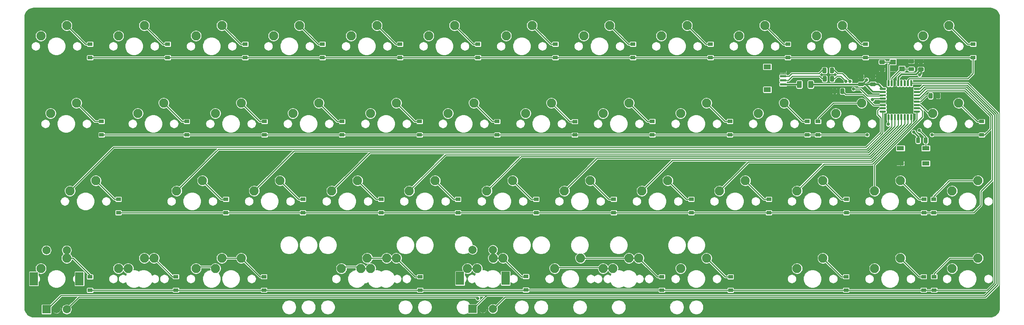
<source format=gbl>
G04 #@! TF.GenerationSoftware,KiCad,Pcbnew,5.1.8-db9833491~88~ubuntu20.04.1*
G04 #@! TF.CreationDate,2020-12-05T17:58:13-08:00*
G04 #@! TF.ProjectId,MB44,4d423434-2e6b-4696-9361-645f70636258,rev?*
G04 #@! TF.SameCoordinates,Original*
G04 #@! TF.FileFunction,Copper,L2,Bot*
G04 #@! TF.FilePolarity,Positive*
%FSLAX46Y46*%
G04 Gerber Fmt 4.6, Leading zero omitted, Abs format (unit mm)*
G04 Created by KiCad (PCBNEW 5.1.8-db9833491~88~ubuntu20.04.1) date 2020-12-05 17:58:13*
%MOMM*%
%LPD*%
G01*
G04 APERTURE LIST*
G04 #@! TA.AperFunction,ComponentPad*
%ADD10R,2.000000X2.000000*%
G04 #@! TD*
G04 #@! TA.AperFunction,ComponentPad*
%ADD11C,2.000000*%
G04 #@! TD*
G04 #@! TA.AperFunction,ComponentPad*
%ADD12R,2.000000X3.200000*%
G04 #@! TD*
G04 #@! TA.AperFunction,ComponentPad*
%ADD13C,2.250000*%
G04 #@! TD*
G04 #@! TA.AperFunction,SMDPad,CuDef*
%ADD14R,1.200000X0.900000*%
G04 #@! TD*
G04 #@! TA.AperFunction,SMDPad,CuDef*
%ADD15R,1.800000X1.200000*%
G04 #@! TD*
G04 #@! TA.AperFunction,SMDPad,CuDef*
%ADD16R,1.550000X0.600000*%
G04 #@! TD*
G04 #@! TA.AperFunction,SMDPad,CuDef*
%ADD17R,1.400000X1.200000*%
G04 #@! TD*
G04 #@! TA.AperFunction,SMDPad,CuDef*
%ADD18R,1.800000X1.100000*%
G04 #@! TD*
G04 #@! TA.AperFunction,ViaPad*
%ADD19C,0.800000*%
G04 #@! TD*
G04 #@! TA.AperFunction,Conductor*
%ADD20C,0.254000*%
G04 #@! TD*
G04 #@! TA.AperFunction,Conductor*
%ADD21C,0.381000*%
G04 #@! TD*
G04 #@! TA.AperFunction,Conductor*
%ADD22C,0.025400*%
G04 #@! TD*
G04 #@! TA.AperFunction,Conductor*
%ADD23C,0.020000*%
G04 #@! TD*
G04 APERTURE END LIST*
D10*
X7065000Y-74168000D03*
D11*
X9565000Y-74168000D03*
X12065000Y-74168000D03*
D12*
X3965000Y-66668000D03*
X15165000Y-66668000D03*
D11*
X7065000Y-59668000D03*
X12065000Y-59668000D03*
D13*
X235902500Y-42545000D03*
X229552500Y-45085000D03*
D14*
X175133000Y-66168000D03*
X175133000Y-69468000D03*
D10*
X111760000Y-74041000D03*
D11*
X114260000Y-74041000D03*
X116760000Y-74041000D03*
D12*
X108660000Y-66541000D03*
X119860000Y-66541000D03*
D11*
X111760000Y-59541000D03*
X116760000Y-59541000D03*
D13*
X162877500Y-64135000D03*
X169227500Y-61595000D03*
X131921250Y-64135000D03*
X138271250Y-61595000D03*
X84296250Y-64135000D03*
X90646250Y-61595000D03*
G04 #@! TA.AperFunction,SMDPad,CuDef*
G36*
G01*
X198759500Y-17075999D02*
X198759500Y-17976001D01*
G75*
G02*
X198509501Y-18226000I-249999J0D01*
G01*
X197984499Y-18226000D01*
G75*
G02*
X197734500Y-17976001I0J249999D01*
G01*
X197734500Y-17075999D01*
G75*
G02*
X197984499Y-16826000I249999J0D01*
G01*
X198509501Y-16826000D01*
G75*
G02*
X198759500Y-17075999I0J-249999D01*
G01*
G37*
G04 #@! TD.AperFunction*
G04 #@! TA.AperFunction,SMDPad,CuDef*
G36*
G01*
X200584500Y-17075999D02*
X200584500Y-17976001D01*
G75*
G02*
X200334501Y-18226000I-249999J0D01*
G01*
X199809499Y-18226000D01*
G75*
G02*
X199559500Y-17976001I0J249999D01*
G01*
X199559500Y-17075999D01*
G75*
G02*
X199809499Y-16826000I249999J0D01*
G01*
X200334501Y-16826000D01*
G75*
G02*
X200584500Y-17075999I0J-249999D01*
G01*
G37*
G04 #@! TD.AperFunction*
G04 #@! TA.AperFunction,SMDPad,CuDef*
G36*
G01*
X198712500Y-15043999D02*
X198712500Y-15944001D01*
G75*
G02*
X198462501Y-16194000I-249999J0D01*
G01*
X197937499Y-16194000D01*
G75*
G02*
X197687500Y-15944001I0J249999D01*
G01*
X197687500Y-15043999D01*
G75*
G02*
X197937499Y-14794000I249999J0D01*
G01*
X198462501Y-14794000D01*
G75*
G02*
X198712500Y-15043999I0J-249999D01*
G01*
G37*
G04 #@! TD.AperFunction*
G04 #@! TA.AperFunction,SMDPad,CuDef*
G36*
G01*
X200537500Y-15043999D02*
X200537500Y-15944001D01*
G75*
G02*
X200287501Y-16194000I-249999J0D01*
G01*
X199762499Y-16194000D01*
G75*
G02*
X199512500Y-15944001I0J249999D01*
G01*
X199512500Y-15043999D01*
G75*
G02*
X199762499Y-14794000I249999J0D01*
G01*
X200287501Y-14794000D01*
G75*
G02*
X200537500Y-15043999I0J-249999D01*
G01*
G37*
G04 #@! TD.AperFunction*
X235902500Y-61595000D03*
X229552500Y-64135000D03*
D14*
X222554800Y-66141600D03*
X222554800Y-69441600D03*
D13*
X150177500Y-61595000D03*
X143827500Y-64135000D03*
X93027500Y-61595000D03*
X86677500Y-64135000D03*
X152558750Y-61595000D03*
X146208750Y-64135000D03*
X116840000Y-61595000D03*
X110490000Y-64135000D03*
X85883750Y-61595000D03*
X79533750Y-64135000D03*
X54927500Y-61595000D03*
X48577500Y-64135000D03*
X33496250Y-61595000D03*
X27146250Y-64135000D03*
X216852500Y-61595000D03*
X210502500Y-64135000D03*
X197802500Y-61595000D03*
X191452500Y-64135000D03*
X119221250Y-61595000D03*
X112871250Y-64135000D03*
X50165000Y-61595000D03*
X43815000Y-64135000D03*
X31115000Y-61595000D03*
X24765000Y-64135000D03*
X12065000Y-61595000D03*
X5715000Y-64135000D03*
D14*
X158242000Y-66141600D03*
X158242000Y-69441600D03*
G04 #@! TA.AperFunction,SMDPad,CuDef*
G36*
G01*
X211906400Y-19743200D02*
X213156400Y-19743200D01*
G75*
G02*
X213281400Y-19868200I0J-125000D01*
G01*
X213281400Y-20118200D01*
G75*
G02*
X213156400Y-20243200I-125000J0D01*
G01*
X211906400Y-20243200D01*
G75*
G02*
X211781400Y-20118200I0J125000D01*
G01*
X211781400Y-19868200D01*
G75*
G02*
X211906400Y-19743200I125000J0D01*
G01*
G37*
G04 #@! TD.AperFunction*
G04 #@! TA.AperFunction,SMDPad,CuDef*
G36*
G01*
X211906400Y-20543200D02*
X213156400Y-20543200D01*
G75*
G02*
X213281400Y-20668200I0J-125000D01*
G01*
X213281400Y-20918200D01*
G75*
G02*
X213156400Y-21043200I-125000J0D01*
G01*
X211906400Y-21043200D01*
G75*
G02*
X211781400Y-20918200I0J125000D01*
G01*
X211781400Y-20668200D01*
G75*
G02*
X211906400Y-20543200I125000J0D01*
G01*
G37*
G04 #@! TD.AperFunction*
G04 #@! TA.AperFunction,SMDPad,CuDef*
G36*
G01*
X211906400Y-21343200D02*
X213156400Y-21343200D01*
G75*
G02*
X213281400Y-21468200I0J-125000D01*
G01*
X213281400Y-21718200D01*
G75*
G02*
X213156400Y-21843200I-125000J0D01*
G01*
X211906400Y-21843200D01*
G75*
G02*
X211781400Y-21718200I0J125000D01*
G01*
X211781400Y-21468200D01*
G75*
G02*
X211906400Y-21343200I125000J0D01*
G01*
G37*
G04 #@! TD.AperFunction*
G04 #@! TA.AperFunction,SMDPad,CuDef*
G36*
G01*
X211906400Y-22143200D02*
X213156400Y-22143200D01*
G75*
G02*
X213281400Y-22268200I0J-125000D01*
G01*
X213281400Y-22518200D01*
G75*
G02*
X213156400Y-22643200I-125000J0D01*
G01*
X211906400Y-22643200D01*
G75*
G02*
X211781400Y-22518200I0J125000D01*
G01*
X211781400Y-22268200D01*
G75*
G02*
X211906400Y-22143200I125000J0D01*
G01*
G37*
G04 #@! TD.AperFunction*
G04 #@! TA.AperFunction,SMDPad,CuDef*
G36*
G01*
X211906400Y-22943200D02*
X213156400Y-22943200D01*
G75*
G02*
X213281400Y-23068200I0J-125000D01*
G01*
X213281400Y-23318200D01*
G75*
G02*
X213156400Y-23443200I-125000J0D01*
G01*
X211906400Y-23443200D01*
G75*
G02*
X211781400Y-23318200I0J125000D01*
G01*
X211781400Y-23068200D01*
G75*
G02*
X211906400Y-22943200I125000J0D01*
G01*
G37*
G04 #@! TD.AperFunction*
G04 #@! TA.AperFunction,SMDPad,CuDef*
G36*
G01*
X211906400Y-23743200D02*
X213156400Y-23743200D01*
G75*
G02*
X213281400Y-23868200I0J-125000D01*
G01*
X213281400Y-24118200D01*
G75*
G02*
X213156400Y-24243200I-125000J0D01*
G01*
X211906400Y-24243200D01*
G75*
G02*
X211781400Y-24118200I0J125000D01*
G01*
X211781400Y-23868200D01*
G75*
G02*
X211906400Y-23743200I125000J0D01*
G01*
G37*
G04 #@! TD.AperFunction*
G04 #@! TA.AperFunction,SMDPad,CuDef*
G36*
G01*
X211906400Y-24543200D02*
X213156400Y-24543200D01*
G75*
G02*
X213281400Y-24668200I0J-125000D01*
G01*
X213281400Y-24918200D01*
G75*
G02*
X213156400Y-25043200I-125000J0D01*
G01*
X211906400Y-25043200D01*
G75*
G02*
X211781400Y-24918200I0J125000D01*
G01*
X211781400Y-24668200D01*
G75*
G02*
X211906400Y-24543200I125000J0D01*
G01*
G37*
G04 #@! TD.AperFunction*
G04 #@! TA.AperFunction,SMDPad,CuDef*
G36*
G01*
X211906400Y-25343200D02*
X213156400Y-25343200D01*
G75*
G02*
X213281400Y-25468200I0J-125000D01*
G01*
X213281400Y-25718200D01*
G75*
G02*
X213156400Y-25843200I-125000J0D01*
G01*
X211906400Y-25843200D01*
G75*
G02*
X211781400Y-25718200I0J125000D01*
G01*
X211781400Y-25468200D01*
G75*
G02*
X211906400Y-25343200I125000J0D01*
G01*
G37*
G04 #@! TD.AperFunction*
G04 #@! TA.AperFunction,SMDPad,CuDef*
G36*
G01*
X213781400Y-26218200D02*
X214031400Y-26218200D01*
G75*
G02*
X214156400Y-26343200I0J-125000D01*
G01*
X214156400Y-27593200D01*
G75*
G02*
X214031400Y-27718200I-125000J0D01*
G01*
X213781400Y-27718200D01*
G75*
G02*
X213656400Y-27593200I0J125000D01*
G01*
X213656400Y-26343200D01*
G75*
G02*
X213781400Y-26218200I125000J0D01*
G01*
G37*
G04 #@! TD.AperFunction*
G04 #@! TA.AperFunction,SMDPad,CuDef*
G36*
G01*
X214581400Y-26218200D02*
X214831400Y-26218200D01*
G75*
G02*
X214956400Y-26343200I0J-125000D01*
G01*
X214956400Y-27593200D01*
G75*
G02*
X214831400Y-27718200I-125000J0D01*
G01*
X214581400Y-27718200D01*
G75*
G02*
X214456400Y-27593200I0J125000D01*
G01*
X214456400Y-26343200D01*
G75*
G02*
X214581400Y-26218200I125000J0D01*
G01*
G37*
G04 #@! TD.AperFunction*
G04 #@! TA.AperFunction,SMDPad,CuDef*
G36*
G01*
X215381400Y-26218200D02*
X215631400Y-26218200D01*
G75*
G02*
X215756400Y-26343200I0J-125000D01*
G01*
X215756400Y-27593200D01*
G75*
G02*
X215631400Y-27718200I-125000J0D01*
G01*
X215381400Y-27718200D01*
G75*
G02*
X215256400Y-27593200I0J125000D01*
G01*
X215256400Y-26343200D01*
G75*
G02*
X215381400Y-26218200I125000J0D01*
G01*
G37*
G04 #@! TD.AperFunction*
G04 #@! TA.AperFunction,SMDPad,CuDef*
G36*
G01*
X216181400Y-26218200D02*
X216431400Y-26218200D01*
G75*
G02*
X216556400Y-26343200I0J-125000D01*
G01*
X216556400Y-27593200D01*
G75*
G02*
X216431400Y-27718200I-125000J0D01*
G01*
X216181400Y-27718200D01*
G75*
G02*
X216056400Y-27593200I0J125000D01*
G01*
X216056400Y-26343200D01*
G75*
G02*
X216181400Y-26218200I125000J0D01*
G01*
G37*
G04 #@! TD.AperFunction*
G04 #@! TA.AperFunction,SMDPad,CuDef*
G36*
G01*
X216981400Y-26218200D02*
X217231400Y-26218200D01*
G75*
G02*
X217356400Y-26343200I0J-125000D01*
G01*
X217356400Y-27593200D01*
G75*
G02*
X217231400Y-27718200I-125000J0D01*
G01*
X216981400Y-27718200D01*
G75*
G02*
X216856400Y-27593200I0J125000D01*
G01*
X216856400Y-26343200D01*
G75*
G02*
X216981400Y-26218200I125000J0D01*
G01*
G37*
G04 #@! TD.AperFunction*
G04 #@! TA.AperFunction,SMDPad,CuDef*
G36*
G01*
X217781400Y-26218200D02*
X218031400Y-26218200D01*
G75*
G02*
X218156400Y-26343200I0J-125000D01*
G01*
X218156400Y-27593200D01*
G75*
G02*
X218031400Y-27718200I-125000J0D01*
G01*
X217781400Y-27718200D01*
G75*
G02*
X217656400Y-27593200I0J125000D01*
G01*
X217656400Y-26343200D01*
G75*
G02*
X217781400Y-26218200I125000J0D01*
G01*
G37*
G04 #@! TD.AperFunction*
G04 #@! TA.AperFunction,SMDPad,CuDef*
G36*
G01*
X218581400Y-26218200D02*
X218831400Y-26218200D01*
G75*
G02*
X218956400Y-26343200I0J-125000D01*
G01*
X218956400Y-27593200D01*
G75*
G02*
X218831400Y-27718200I-125000J0D01*
G01*
X218581400Y-27718200D01*
G75*
G02*
X218456400Y-27593200I0J125000D01*
G01*
X218456400Y-26343200D01*
G75*
G02*
X218581400Y-26218200I125000J0D01*
G01*
G37*
G04 #@! TD.AperFunction*
G04 #@! TA.AperFunction,SMDPad,CuDef*
G36*
G01*
X219381400Y-26218200D02*
X219631400Y-26218200D01*
G75*
G02*
X219756400Y-26343200I0J-125000D01*
G01*
X219756400Y-27593200D01*
G75*
G02*
X219631400Y-27718200I-125000J0D01*
G01*
X219381400Y-27718200D01*
G75*
G02*
X219256400Y-27593200I0J125000D01*
G01*
X219256400Y-26343200D01*
G75*
G02*
X219381400Y-26218200I125000J0D01*
G01*
G37*
G04 #@! TD.AperFunction*
G04 #@! TA.AperFunction,SMDPad,CuDef*
G36*
G01*
X220256400Y-25343200D02*
X221506400Y-25343200D01*
G75*
G02*
X221631400Y-25468200I0J-125000D01*
G01*
X221631400Y-25718200D01*
G75*
G02*
X221506400Y-25843200I-125000J0D01*
G01*
X220256400Y-25843200D01*
G75*
G02*
X220131400Y-25718200I0J125000D01*
G01*
X220131400Y-25468200D01*
G75*
G02*
X220256400Y-25343200I125000J0D01*
G01*
G37*
G04 #@! TD.AperFunction*
G04 #@! TA.AperFunction,SMDPad,CuDef*
G36*
G01*
X220256400Y-24543200D02*
X221506400Y-24543200D01*
G75*
G02*
X221631400Y-24668200I0J-125000D01*
G01*
X221631400Y-24918200D01*
G75*
G02*
X221506400Y-25043200I-125000J0D01*
G01*
X220256400Y-25043200D01*
G75*
G02*
X220131400Y-24918200I0J125000D01*
G01*
X220131400Y-24668200D01*
G75*
G02*
X220256400Y-24543200I125000J0D01*
G01*
G37*
G04 #@! TD.AperFunction*
G04 #@! TA.AperFunction,SMDPad,CuDef*
G36*
G01*
X220256400Y-23743200D02*
X221506400Y-23743200D01*
G75*
G02*
X221631400Y-23868200I0J-125000D01*
G01*
X221631400Y-24118200D01*
G75*
G02*
X221506400Y-24243200I-125000J0D01*
G01*
X220256400Y-24243200D01*
G75*
G02*
X220131400Y-24118200I0J125000D01*
G01*
X220131400Y-23868200D01*
G75*
G02*
X220256400Y-23743200I125000J0D01*
G01*
G37*
G04 #@! TD.AperFunction*
G04 #@! TA.AperFunction,SMDPad,CuDef*
G36*
G01*
X220256400Y-22943200D02*
X221506400Y-22943200D01*
G75*
G02*
X221631400Y-23068200I0J-125000D01*
G01*
X221631400Y-23318200D01*
G75*
G02*
X221506400Y-23443200I-125000J0D01*
G01*
X220256400Y-23443200D01*
G75*
G02*
X220131400Y-23318200I0J125000D01*
G01*
X220131400Y-23068200D01*
G75*
G02*
X220256400Y-22943200I125000J0D01*
G01*
G37*
G04 #@! TD.AperFunction*
G04 #@! TA.AperFunction,SMDPad,CuDef*
G36*
G01*
X220256400Y-22143200D02*
X221506400Y-22143200D01*
G75*
G02*
X221631400Y-22268200I0J-125000D01*
G01*
X221631400Y-22518200D01*
G75*
G02*
X221506400Y-22643200I-125000J0D01*
G01*
X220256400Y-22643200D01*
G75*
G02*
X220131400Y-22518200I0J125000D01*
G01*
X220131400Y-22268200D01*
G75*
G02*
X220256400Y-22143200I125000J0D01*
G01*
G37*
G04 #@! TD.AperFunction*
G04 #@! TA.AperFunction,SMDPad,CuDef*
G36*
G01*
X220256400Y-21343200D02*
X221506400Y-21343200D01*
G75*
G02*
X221631400Y-21468200I0J-125000D01*
G01*
X221631400Y-21718200D01*
G75*
G02*
X221506400Y-21843200I-125000J0D01*
G01*
X220256400Y-21843200D01*
G75*
G02*
X220131400Y-21718200I0J125000D01*
G01*
X220131400Y-21468200D01*
G75*
G02*
X220256400Y-21343200I125000J0D01*
G01*
G37*
G04 #@! TD.AperFunction*
G04 #@! TA.AperFunction,SMDPad,CuDef*
G36*
G01*
X220256400Y-20543200D02*
X221506400Y-20543200D01*
G75*
G02*
X221631400Y-20668200I0J-125000D01*
G01*
X221631400Y-20918200D01*
G75*
G02*
X221506400Y-21043200I-125000J0D01*
G01*
X220256400Y-21043200D01*
G75*
G02*
X220131400Y-20918200I0J125000D01*
G01*
X220131400Y-20668200D01*
G75*
G02*
X220256400Y-20543200I125000J0D01*
G01*
G37*
G04 #@! TD.AperFunction*
G04 #@! TA.AperFunction,SMDPad,CuDef*
G36*
G01*
X220256400Y-19743200D02*
X221506400Y-19743200D01*
G75*
G02*
X221631400Y-19868200I0J-125000D01*
G01*
X221631400Y-20118200D01*
G75*
G02*
X221506400Y-20243200I-125000J0D01*
G01*
X220256400Y-20243200D01*
G75*
G02*
X220131400Y-20118200I0J125000D01*
G01*
X220131400Y-19868200D01*
G75*
G02*
X220256400Y-19743200I125000J0D01*
G01*
G37*
G04 #@! TD.AperFunction*
G04 #@! TA.AperFunction,SMDPad,CuDef*
G36*
G01*
X219381400Y-17868200D02*
X219631400Y-17868200D01*
G75*
G02*
X219756400Y-17993200I0J-125000D01*
G01*
X219756400Y-19243200D01*
G75*
G02*
X219631400Y-19368200I-125000J0D01*
G01*
X219381400Y-19368200D01*
G75*
G02*
X219256400Y-19243200I0J125000D01*
G01*
X219256400Y-17993200D01*
G75*
G02*
X219381400Y-17868200I125000J0D01*
G01*
G37*
G04 #@! TD.AperFunction*
G04 #@! TA.AperFunction,SMDPad,CuDef*
G36*
G01*
X218581400Y-17868200D02*
X218831400Y-17868200D01*
G75*
G02*
X218956400Y-17993200I0J-125000D01*
G01*
X218956400Y-19243200D01*
G75*
G02*
X218831400Y-19368200I-125000J0D01*
G01*
X218581400Y-19368200D01*
G75*
G02*
X218456400Y-19243200I0J125000D01*
G01*
X218456400Y-17993200D01*
G75*
G02*
X218581400Y-17868200I125000J0D01*
G01*
G37*
G04 #@! TD.AperFunction*
G04 #@! TA.AperFunction,SMDPad,CuDef*
G36*
G01*
X217781400Y-17868200D02*
X218031400Y-17868200D01*
G75*
G02*
X218156400Y-17993200I0J-125000D01*
G01*
X218156400Y-19243200D01*
G75*
G02*
X218031400Y-19368200I-125000J0D01*
G01*
X217781400Y-19368200D01*
G75*
G02*
X217656400Y-19243200I0J125000D01*
G01*
X217656400Y-17993200D01*
G75*
G02*
X217781400Y-17868200I125000J0D01*
G01*
G37*
G04 #@! TD.AperFunction*
G04 #@! TA.AperFunction,SMDPad,CuDef*
G36*
G01*
X216981400Y-17868200D02*
X217231400Y-17868200D01*
G75*
G02*
X217356400Y-17993200I0J-125000D01*
G01*
X217356400Y-19243200D01*
G75*
G02*
X217231400Y-19368200I-125000J0D01*
G01*
X216981400Y-19368200D01*
G75*
G02*
X216856400Y-19243200I0J125000D01*
G01*
X216856400Y-17993200D01*
G75*
G02*
X216981400Y-17868200I125000J0D01*
G01*
G37*
G04 #@! TD.AperFunction*
G04 #@! TA.AperFunction,SMDPad,CuDef*
G36*
G01*
X216181400Y-17868200D02*
X216431400Y-17868200D01*
G75*
G02*
X216556400Y-17993200I0J-125000D01*
G01*
X216556400Y-19243200D01*
G75*
G02*
X216431400Y-19368200I-125000J0D01*
G01*
X216181400Y-19368200D01*
G75*
G02*
X216056400Y-19243200I0J125000D01*
G01*
X216056400Y-17993200D01*
G75*
G02*
X216181400Y-17868200I125000J0D01*
G01*
G37*
G04 #@! TD.AperFunction*
G04 #@! TA.AperFunction,SMDPad,CuDef*
G36*
G01*
X215381400Y-17868200D02*
X215631400Y-17868200D01*
G75*
G02*
X215756400Y-17993200I0J-125000D01*
G01*
X215756400Y-19243200D01*
G75*
G02*
X215631400Y-19368200I-125000J0D01*
G01*
X215381400Y-19368200D01*
G75*
G02*
X215256400Y-19243200I0J125000D01*
G01*
X215256400Y-17993200D01*
G75*
G02*
X215381400Y-17868200I125000J0D01*
G01*
G37*
G04 #@! TD.AperFunction*
G04 #@! TA.AperFunction,SMDPad,CuDef*
G36*
G01*
X214581400Y-17868200D02*
X214831400Y-17868200D01*
G75*
G02*
X214956400Y-17993200I0J-125000D01*
G01*
X214956400Y-19243200D01*
G75*
G02*
X214831400Y-19368200I-125000J0D01*
G01*
X214581400Y-19368200D01*
G75*
G02*
X214456400Y-19243200I0J125000D01*
G01*
X214456400Y-17993200D01*
G75*
G02*
X214581400Y-17868200I125000J0D01*
G01*
G37*
G04 #@! TD.AperFunction*
G04 #@! TA.AperFunction,SMDPad,CuDef*
G36*
G01*
X213781400Y-17868200D02*
X214031400Y-17868200D01*
G75*
G02*
X214156400Y-17993200I0J-125000D01*
G01*
X214156400Y-19243200D01*
G75*
G02*
X214031400Y-19368200I-125000J0D01*
G01*
X213781400Y-19368200D01*
G75*
G02*
X213656400Y-19243200I0J125000D01*
G01*
X213656400Y-17993200D01*
G75*
G02*
X213781400Y-17868200I125000J0D01*
G01*
G37*
G04 #@! TD.AperFunction*
D13*
X31115000Y-4445000D03*
X24765000Y-6985000D03*
X231140000Y-23495000D03*
X224790000Y-26035000D03*
D14*
X74866500Y-9019000D03*
X74866500Y-12319000D03*
D13*
X202565000Y-4445000D03*
X196215000Y-6985000D03*
X169227500Y-23495000D03*
X162877500Y-26035000D03*
X150177500Y-23495000D03*
X143827500Y-26035000D03*
X93027500Y-23495000D03*
X86677500Y-26035000D03*
X54927500Y-23495000D03*
X48577500Y-26035000D03*
X35877500Y-23495000D03*
X29527500Y-26035000D03*
D14*
X98856800Y-66143600D03*
X98856800Y-69443600D03*
G04 #@! TA.AperFunction,SMDPad,CuDef*
G36*
G01*
X207618650Y-17484700D02*
X206706150Y-17484700D01*
G75*
G02*
X206462400Y-17240950I0J243750D01*
G01*
X206462400Y-16753450D01*
G75*
G02*
X206706150Y-16509700I243750J0D01*
G01*
X207618650Y-16509700D01*
G75*
G02*
X207862400Y-16753450I0J-243750D01*
G01*
X207862400Y-17240950D01*
G75*
G02*
X207618650Y-17484700I-243750J0D01*
G01*
G37*
G04 #@! TD.AperFunction*
G04 #@! TA.AperFunction,SMDPad,CuDef*
G36*
G01*
X207618650Y-19359700D02*
X206706150Y-19359700D01*
G75*
G02*
X206462400Y-19115950I0J243750D01*
G01*
X206462400Y-18628450D01*
G75*
G02*
X206706150Y-18384700I243750J0D01*
G01*
X207618650Y-18384700D01*
G75*
G02*
X207862400Y-18628450I0J-243750D01*
G01*
X207862400Y-19115950D01*
G75*
G02*
X207618650Y-19359700I-243750J0D01*
G01*
G37*
G04 #@! TD.AperFunction*
D13*
X183515000Y-4445000D03*
X177165000Y-6985000D03*
X145415000Y-4445000D03*
X139065000Y-6985000D03*
X126365000Y-4445000D03*
X120015000Y-6985000D03*
X107315000Y-4445000D03*
X100965000Y-6985000D03*
X69215000Y-4445000D03*
X62865000Y-6985000D03*
X50165000Y-4445000D03*
X43815000Y-6985000D03*
X12065000Y-4445000D03*
X5715000Y-6985000D03*
D15*
X184161000Y-14599000D03*
X184161000Y-20199000D03*
D16*
X188036000Y-18899000D03*
X188036000Y-17899000D03*
X188036000Y-15899000D03*
X188036000Y-16899000D03*
D13*
X228758750Y-4445000D03*
X222408750Y-6985000D03*
X207327500Y-23495000D03*
X200977500Y-26035000D03*
G04 #@! TA.AperFunction,SMDPad,CuDef*
G36*
G01*
X201202900Y-20117750D02*
X201202900Y-21030250D01*
G75*
G02*
X200959150Y-21274000I-243750J0D01*
G01*
X200471650Y-21274000D01*
G75*
G02*
X200227900Y-21030250I0J243750D01*
G01*
X200227900Y-20117750D01*
G75*
G02*
X200471650Y-19874000I243750J0D01*
G01*
X200959150Y-19874000D01*
G75*
G02*
X201202900Y-20117750I0J-243750D01*
G01*
G37*
G04 #@! TD.AperFunction*
G04 #@! TA.AperFunction,SMDPad,CuDef*
G36*
G01*
X203077900Y-20117750D02*
X203077900Y-21030250D01*
G75*
G02*
X202834150Y-21274000I-243750J0D01*
G01*
X202346650Y-21274000D01*
G75*
G02*
X202102900Y-21030250I0J243750D01*
G01*
X202102900Y-20117750D01*
G75*
G02*
X202346650Y-19874000I243750J0D01*
G01*
X202834150Y-19874000D01*
G75*
G02*
X203077900Y-20117750I0J-243750D01*
G01*
G37*
G04 #@! TD.AperFunction*
D17*
X215011000Y-15113000D03*
X217211000Y-15113000D03*
X217211000Y-13413000D03*
X215011000Y-13413000D03*
D14*
X165481000Y-47117000D03*
X165481000Y-50417000D03*
X225012250Y-47119000D03*
X225012250Y-50419000D03*
X222631000Y-47117000D03*
X222631000Y-50417000D03*
X203581000Y-47119000D03*
X203581000Y-50419000D03*
X184531000Y-47117000D03*
X184531000Y-50417000D03*
X146399250Y-47118000D03*
X146399250Y-50418000D03*
X127381000Y-47117000D03*
X127381000Y-50417000D03*
X108172250Y-47118000D03*
X108172250Y-50418000D03*
X89281000Y-47119000D03*
X89281000Y-50419000D03*
X70072250Y-47118000D03*
X70072250Y-50418000D03*
X51149250Y-47117000D03*
X51149250Y-50417000D03*
X24784050Y-47119000D03*
X24784050Y-50419000D03*
X136855200Y-28030900D03*
X136855200Y-31330900D03*
D13*
X102552500Y-42545000D03*
X96202500Y-45085000D03*
D14*
X236829600Y-28018200D03*
X236829600Y-31318200D03*
X196596000Y-28018200D03*
X196596000Y-31318200D03*
X193992500Y-27992800D03*
X193992500Y-31292800D03*
X174955200Y-28005500D03*
X174955200Y-31305500D03*
X155892500Y-27992800D03*
X155892500Y-31292800D03*
X117779800Y-28018200D03*
X117779800Y-31318200D03*
X98729800Y-28018200D03*
X98729800Y-31318200D03*
X79679800Y-28018200D03*
X79679800Y-31318200D03*
X60629800Y-28018200D03*
X60629800Y-31318200D03*
X41529000Y-28018200D03*
X41529000Y-31318200D03*
X20599400Y-28016200D03*
X20599400Y-31316200D03*
G04 #@! TA.AperFunction,SMDPad,CuDef*
G36*
G01*
X219988450Y-13776300D02*
X219075950Y-13776300D01*
G75*
G02*
X218832200Y-13532550I0J243750D01*
G01*
X218832200Y-13045050D01*
G75*
G02*
X219075950Y-12801300I243750J0D01*
G01*
X219988450Y-12801300D01*
G75*
G02*
X220232200Y-13045050I0J-243750D01*
G01*
X220232200Y-13532550D01*
G75*
G02*
X219988450Y-13776300I-243750J0D01*
G01*
G37*
G04 #@! TD.AperFunction*
G04 #@! TA.AperFunction,SMDPad,CuDef*
G36*
G01*
X219988450Y-15651300D02*
X219075950Y-15651300D01*
G75*
G02*
X218832200Y-15407550I0J243750D01*
G01*
X218832200Y-14920050D01*
G75*
G02*
X219075950Y-14676300I243750J0D01*
G01*
X219988450Y-14676300D01*
G75*
G02*
X220232200Y-14920050I0J-243750D01*
G01*
X220232200Y-15407550D01*
G75*
G02*
X219988450Y-15651300I-243750J0D01*
G01*
G37*
G04 #@! TD.AperFunction*
G04 #@! TA.AperFunction,SMDPad,CuDef*
G36*
G01*
X211887750Y-14798700D02*
X212800250Y-14798700D01*
G75*
G02*
X213044000Y-15042450I0J-243750D01*
G01*
X213044000Y-15529950D01*
G75*
G02*
X212800250Y-15773700I-243750J0D01*
G01*
X211887750Y-15773700D01*
G75*
G02*
X211644000Y-15529950I0J243750D01*
G01*
X211644000Y-15042450D01*
G75*
G02*
X211887750Y-14798700I243750J0D01*
G01*
G37*
G04 #@! TD.AperFunction*
G04 #@! TA.AperFunction,SMDPad,CuDef*
G36*
G01*
X211887750Y-12923700D02*
X212800250Y-12923700D01*
G75*
G02*
X213044000Y-13167450I0J-243750D01*
G01*
X213044000Y-13654950D01*
G75*
G02*
X212800250Y-13898700I-243750J0D01*
G01*
X211887750Y-13898700D01*
G75*
G02*
X211644000Y-13654950I0J243750D01*
G01*
X211644000Y-13167450D01*
G75*
G02*
X211887750Y-12923700I243750J0D01*
G01*
G37*
G04 #@! TD.AperFunction*
X36830000Y-9019000D03*
X36830000Y-12319000D03*
D13*
X88265000Y-4445000D03*
X81915000Y-6985000D03*
D14*
X151130000Y-9017000D03*
X151130000Y-12317000D03*
X189204600Y-9017000D03*
X189204600Y-12317000D03*
D13*
X64452500Y-42545000D03*
X58102500Y-45085000D03*
X45402500Y-42545000D03*
X39052500Y-45085000D03*
X14446250Y-23495000D03*
X8096250Y-26035000D03*
D18*
X223062800Y-38320200D03*
X216862800Y-34620200D03*
X223062800Y-34620200D03*
X216862800Y-38320200D03*
G04 #@! TA.AperFunction,SMDPad,CuDef*
G36*
G01*
X224769500Y-21260750D02*
X224769500Y-22173250D01*
G75*
G02*
X224525750Y-22417000I-243750J0D01*
G01*
X224038250Y-22417000D01*
G75*
G02*
X223794500Y-22173250I0J243750D01*
G01*
X223794500Y-21260750D01*
G75*
G02*
X224038250Y-21017000I243750J0D01*
G01*
X224525750Y-21017000D01*
G75*
G02*
X224769500Y-21260750I0J-243750D01*
G01*
G37*
G04 #@! TD.AperFunction*
G04 #@! TA.AperFunction,SMDPad,CuDef*
G36*
G01*
X226644500Y-21260750D02*
X226644500Y-22173250D01*
G75*
G02*
X226400750Y-22417000I-243750J0D01*
G01*
X225913250Y-22417000D01*
G75*
G02*
X225669500Y-22173250I0J243750D01*
G01*
X225669500Y-21260750D01*
G75*
G02*
X225913250Y-21017000I243750J0D01*
G01*
X226400750Y-21017000D01*
G75*
G02*
X226644500Y-21260750I0J-243750D01*
G01*
G37*
G04 #@! TD.AperFunction*
G04 #@! TA.AperFunction,SMDPad,CuDef*
G36*
G01*
X222570700Y-33095250D02*
X222570700Y-32182750D01*
G75*
G02*
X222814450Y-31939000I243750J0D01*
G01*
X223301950Y-31939000D01*
G75*
G02*
X223545700Y-32182750I0J-243750D01*
G01*
X223545700Y-33095250D01*
G75*
G02*
X223301950Y-33339000I-243750J0D01*
G01*
X222814450Y-33339000D01*
G75*
G02*
X222570700Y-33095250I0J243750D01*
G01*
G37*
G04 #@! TD.AperFunction*
G04 #@! TA.AperFunction,SMDPad,CuDef*
G36*
G01*
X220695700Y-33095250D02*
X220695700Y-32182750D01*
G75*
G02*
X220939450Y-31939000I243750J0D01*
G01*
X221426950Y-31939000D01*
G75*
G02*
X221670700Y-32182750I0J-243750D01*
G01*
X221670700Y-33095250D01*
G75*
G02*
X221426950Y-33339000I-243750J0D01*
G01*
X220939450Y-33339000D01*
G75*
G02*
X220695700Y-33095250I0J243750D01*
G01*
G37*
G04 #@! TD.AperFunction*
D13*
X216852500Y-42545000D03*
X210502500Y-45085000D03*
X197802500Y-42545000D03*
X191452500Y-45085000D03*
X178752500Y-42545000D03*
X172402500Y-45085000D03*
X159702500Y-42545000D03*
X153352500Y-45085000D03*
X140652500Y-42545000D03*
X134302500Y-45085000D03*
X121602500Y-42545000D03*
X115252500Y-45085000D03*
X83502500Y-42545000D03*
X77152500Y-45085000D03*
X19208750Y-42545000D03*
X12858750Y-45085000D03*
X188277500Y-23495000D03*
X181927500Y-26035000D03*
X131127500Y-23495000D03*
X124777500Y-26035000D03*
X112077500Y-23495000D03*
X105727500Y-26035000D03*
X73977500Y-23495000D03*
X67627500Y-26035000D03*
X164465000Y-4445000D03*
X158115000Y-6985000D03*
G04 #@! TA.AperFunction,SMDPad,CuDef*
G36*
G01*
X192646000Y-18298000D02*
X192646000Y-19548000D01*
G75*
G02*
X192396000Y-19798000I-250000J0D01*
G01*
X191646000Y-19798000D01*
G75*
G02*
X191396000Y-19548000I0J250000D01*
G01*
X191396000Y-18298000D01*
G75*
G02*
X191646000Y-18048000I250000J0D01*
G01*
X192396000Y-18048000D01*
G75*
G02*
X192646000Y-18298000I0J-250000D01*
G01*
G37*
G04 #@! TD.AperFunction*
G04 #@! TA.AperFunction,SMDPad,CuDef*
G36*
G01*
X195446000Y-18298000D02*
X195446000Y-19548000D01*
G75*
G02*
X195196000Y-19798000I-250000J0D01*
G01*
X194446000Y-19798000D01*
G75*
G02*
X194196000Y-19548000I0J250000D01*
G01*
X194196000Y-18298000D01*
G75*
G02*
X194446000Y-18048000I250000J0D01*
G01*
X195196000Y-18048000D01*
G75*
G02*
X195446000Y-18298000I0J-250000D01*
G01*
G37*
G04 #@! TD.AperFunction*
D14*
X225120200Y-66141600D03*
X225120200Y-69441600D03*
X203504800Y-66143600D03*
X203504800Y-69443600D03*
X124866400Y-66090800D03*
X124866400Y-69390800D03*
X60502800Y-66143600D03*
X60502800Y-69443600D03*
X38862000Y-66141600D03*
X38862000Y-69441600D03*
X17780000Y-66194400D03*
X17780000Y-69494400D03*
X234696000Y-9019000D03*
X234696000Y-12319000D03*
X208280000Y-9019000D03*
X208280000Y-12319000D03*
X170180000Y-9017000D03*
X170180000Y-12317000D03*
X132080000Y-9019000D03*
X132080000Y-12319000D03*
X113030000Y-9017000D03*
X113030000Y-12317000D03*
X93916500Y-9019000D03*
X93916500Y-12319000D03*
X55880000Y-9017000D03*
X55880000Y-12317000D03*
X17780000Y-9019000D03*
X17780000Y-12319000D03*
G04 #@! TA.AperFunction,SMDPad,CuDef*
G36*
G01*
X222325250Y-13822500D02*
X221412750Y-13822500D01*
G75*
G02*
X221169000Y-13578750I0J243750D01*
G01*
X221169000Y-13091250D01*
G75*
G02*
X221412750Y-12847500I243750J0D01*
G01*
X222325250Y-12847500D01*
G75*
G02*
X222569000Y-13091250I0J-243750D01*
G01*
X222569000Y-13578750D01*
G75*
G02*
X222325250Y-13822500I-243750J0D01*
G01*
G37*
G04 #@! TD.AperFunction*
G04 #@! TA.AperFunction,SMDPad,CuDef*
G36*
G01*
X222325250Y-15697500D02*
X221412750Y-15697500D01*
G75*
G02*
X221169000Y-15453750I0J243750D01*
G01*
X221169000Y-14966250D01*
G75*
G02*
X221412750Y-14722500I243750J0D01*
G01*
X222325250Y-14722500D01*
G75*
G02*
X222569000Y-14966250I0J-243750D01*
G01*
X222569000Y-15453750D01*
G75*
G02*
X222325250Y-15697500I-243750J0D01*
G01*
G37*
G04 #@! TD.AperFunction*
G04 #@! TA.AperFunction,SMDPad,CuDef*
G36*
G01*
X210539650Y-17484700D02*
X209627150Y-17484700D01*
G75*
G02*
X209383400Y-17240950I0J243750D01*
G01*
X209383400Y-16753450D01*
G75*
G02*
X209627150Y-16509700I243750J0D01*
G01*
X210539650Y-16509700D01*
G75*
G02*
X210783400Y-16753450I0J-243750D01*
G01*
X210783400Y-17240950D01*
G75*
G02*
X210539650Y-17484700I-243750J0D01*
G01*
G37*
G04 #@! TD.AperFunction*
G04 #@! TA.AperFunction,SMDPad,CuDef*
G36*
G01*
X210539650Y-19359700D02*
X209627150Y-19359700D01*
G75*
G02*
X209383400Y-19115950I0J243750D01*
G01*
X209383400Y-18628450D01*
G75*
G02*
X209627150Y-18384700I243750J0D01*
G01*
X210539650Y-18384700D01*
G75*
G02*
X210783400Y-18628450I0J-243750D01*
G01*
X210783400Y-19115950D01*
G75*
G02*
X210539650Y-19359700I-243750J0D01*
G01*
G37*
G04 #@! TD.AperFunction*
D19*
X222631000Y-30226000D03*
X224409000Y-16510000D03*
X208534000Y-17805400D03*
X220091000Y-30607000D03*
X221564200Y-16560800D03*
X213868000Y-28702000D03*
X221488000Y-30226000D03*
X208686400Y-31292800D03*
X224586800Y-31292800D03*
X204470000Y-18132500D03*
X209980998Y-22620562D03*
X203428600Y-18132500D03*
X205322450Y-20026350D03*
X113030000Y-71466000D03*
D20*
X215009200Y-13411200D02*
X215011000Y-13413000D01*
X212344000Y-13411200D02*
X215009200Y-13411200D01*
X215011000Y-13413000D02*
X214552000Y-13413000D01*
X213906400Y-14058600D02*
X213906400Y-17983200D01*
X214552000Y-13413000D02*
X213906400Y-14058600D01*
X214706400Y-18028960D02*
X214706400Y-18618200D01*
X216987360Y-15113000D02*
X214706400Y-17393960D01*
X217211000Y-15113000D02*
X216987360Y-15113000D01*
X219481400Y-15113000D02*
X219532200Y-15163800D01*
X217211000Y-15113000D02*
X219481400Y-15113000D01*
X214706400Y-17393960D02*
X214706400Y-18618200D01*
X202590400Y-20574000D02*
X203428611Y-21412211D01*
X203428611Y-21412211D02*
X207714143Y-21412211D01*
X207714143Y-21412211D02*
X210295132Y-23993200D01*
X210295132Y-23993200D02*
X212531400Y-23993200D01*
D21*
X207162400Y-18872200D02*
X210083400Y-18872200D01*
X207467200Y-18872200D02*
X208534000Y-17805400D01*
X207162400Y-18872200D02*
X207467200Y-18872200D01*
X207111600Y-18923000D02*
X207162400Y-18872200D01*
X194821000Y-18923000D02*
X207111600Y-18923000D01*
X216306400Y-17768200D02*
X216306400Y-18618200D01*
X216306400Y-17133200D02*
X216306400Y-17768200D01*
X217056600Y-16383000D02*
X216306400Y-17133200D01*
X220696000Y-16383000D02*
X220472000Y-16383000D01*
X221869000Y-15210000D02*
X220696000Y-16383000D01*
X220472000Y-16383000D02*
X217056600Y-16383000D01*
X211410400Y-18872200D02*
X212531400Y-19993200D01*
X210083400Y-18872200D02*
X211410400Y-18872200D01*
X212439200Y-20701000D02*
X212531400Y-20793200D01*
X210058000Y-20701000D02*
X212439200Y-20701000D01*
X208229200Y-18872200D02*
X210058000Y-20701000D01*
X207162400Y-18872200D02*
X208229200Y-18872200D01*
X221869000Y-16256000D02*
X221564200Y-16560800D01*
X221869000Y-15210000D02*
X221869000Y-16256000D01*
X221183200Y-31699200D02*
X221183200Y-32639000D01*
X220091000Y-30607000D02*
X221183200Y-31699200D01*
D20*
X16639000Y-9019000D02*
X17780000Y-9019000D01*
X12065000Y-4445000D02*
X16639000Y-9019000D01*
X35689000Y-9019000D02*
X36830000Y-9019000D01*
X31115000Y-4445000D02*
X35689000Y-9019000D01*
X54737000Y-9017000D02*
X55880000Y-9017000D01*
X50165000Y-4445000D02*
X54737000Y-9017000D01*
X73789000Y-9019000D02*
X74866500Y-9019000D01*
X69215000Y-4445000D02*
X73789000Y-9019000D01*
X92839000Y-9019000D02*
X93916500Y-9019000D01*
X88265000Y-4445000D02*
X92839000Y-9019000D01*
X111887000Y-9017000D02*
X113030000Y-9017000D01*
X107315000Y-4445000D02*
X111887000Y-9017000D01*
X126365000Y-4445000D02*
X130939000Y-9019000D01*
X130939000Y-9019000D02*
X132080000Y-9019000D01*
X149987000Y-9017000D02*
X151130000Y-9017000D01*
X145415000Y-4445000D02*
X149987000Y-9017000D01*
X169037000Y-9017000D02*
X170180000Y-9017000D01*
X164465000Y-4445000D02*
X169037000Y-9017000D01*
X188087000Y-9017000D02*
X189204600Y-9017000D01*
X183515000Y-4445000D02*
X188087000Y-9017000D01*
X207139000Y-9019000D02*
X208280000Y-9019000D01*
X202565000Y-4445000D02*
X207139000Y-9019000D01*
X233332750Y-9019000D02*
X234696000Y-9019000D01*
X228758750Y-4445000D02*
X233332750Y-9019000D01*
X18967450Y-28016200D02*
X20599400Y-28016200D01*
X14446250Y-23495000D02*
X18967450Y-28016200D01*
X40400700Y-28018200D02*
X41529000Y-28018200D01*
X35877500Y-23495000D02*
X40400700Y-28018200D01*
X59450700Y-28018200D02*
X60629800Y-28018200D01*
X54927500Y-23495000D02*
X59450700Y-28018200D01*
X78500700Y-28018200D02*
X79679800Y-28018200D01*
X73977500Y-23495000D02*
X78500700Y-28018200D01*
X97550700Y-28018200D02*
X98729800Y-28018200D01*
X93027500Y-23495000D02*
X97550700Y-28018200D01*
X116600700Y-28018200D02*
X117779800Y-28018200D01*
X112077500Y-23495000D02*
X116600700Y-28018200D01*
X135663400Y-28030900D02*
X136855200Y-28030900D01*
X131127500Y-23495000D02*
X135663400Y-28030900D01*
X154675300Y-27992800D02*
X155892500Y-27992800D01*
X150177500Y-23495000D02*
X154675300Y-27992800D01*
X173738000Y-28005500D02*
X174955200Y-28005500D01*
X169227500Y-23495000D02*
X173738000Y-28005500D01*
X192775300Y-27992800D02*
X193992500Y-27992800D01*
X188277500Y-23495000D02*
X192775300Y-27992800D01*
X196596000Y-27314200D02*
X196596000Y-28018200D01*
X200415200Y-23495000D02*
X196596000Y-27314200D01*
X207327500Y-23495000D02*
X200415200Y-23495000D01*
X235663200Y-28018200D02*
X236829600Y-28018200D01*
X231140000Y-23495000D02*
X235663200Y-28018200D01*
X23782750Y-47119000D02*
X24784050Y-47119000D01*
X19208750Y-42545000D02*
X23782750Y-47119000D01*
X49974500Y-47117000D02*
X51149250Y-47117000D01*
X45402500Y-42545000D02*
X49974500Y-47117000D01*
X69025500Y-47118000D02*
X70072250Y-47118000D01*
X64452500Y-42545000D02*
X69025500Y-47118000D01*
X88076500Y-47119000D02*
X89281000Y-47119000D01*
X83502500Y-42545000D02*
X88076500Y-47119000D01*
X107125500Y-47118000D02*
X108172250Y-47118000D01*
X102552500Y-42545000D02*
X107125500Y-47118000D01*
X126174500Y-47117000D02*
X127381000Y-47117000D01*
X121602500Y-42545000D02*
X126174500Y-47117000D01*
X145225500Y-47118000D02*
X146399250Y-47118000D01*
X140652500Y-42545000D02*
X145225500Y-47118000D01*
X164274500Y-47117000D02*
X165481000Y-47117000D01*
X159702500Y-42545000D02*
X164274500Y-47117000D01*
X183324500Y-47117000D02*
X184531000Y-47117000D01*
X178752500Y-42545000D02*
X183324500Y-47117000D01*
X202376500Y-47119000D02*
X203581000Y-47119000D01*
X197802500Y-42545000D02*
X202376500Y-47119000D01*
X221424500Y-47117000D02*
X222631000Y-47117000D01*
X216852500Y-42545000D02*
X221424500Y-47117000D01*
X228882250Y-42545000D02*
X225012250Y-46415000D01*
X225012250Y-46415000D02*
X225012250Y-47119000D01*
X235902500Y-42545000D02*
X228882250Y-42545000D01*
X38042850Y-66141600D02*
X38862000Y-66141600D01*
X33496250Y-61595000D02*
X38042850Y-66141600D01*
X31115000Y-61595000D02*
X33496250Y-61595000D01*
X59476100Y-66143600D02*
X60502800Y-66143600D01*
X54927500Y-61595000D02*
X59476100Y-66143600D01*
X50165000Y-61595000D02*
X54927500Y-61595000D01*
X202351100Y-66143600D02*
X203504800Y-66143600D01*
X197802500Y-61595000D02*
X202351100Y-66143600D01*
X221401100Y-66143600D02*
X216852500Y-61595000D01*
X222554800Y-66143600D02*
X221401100Y-66143600D01*
X225145600Y-65437600D02*
X225145600Y-66141600D01*
X228988200Y-61595000D02*
X225145600Y-65437600D01*
X235902500Y-61595000D02*
X228988200Y-61595000D01*
D21*
X191997000Y-18899000D02*
X192021000Y-18923000D01*
X188036000Y-18899000D02*
X191997000Y-18899000D01*
D20*
X223062800Y-34620200D02*
X223062800Y-32643600D01*
X213868000Y-27006600D02*
X213906400Y-26968200D01*
X213868000Y-28702000D02*
X213868000Y-27006600D01*
X223058200Y-31796200D02*
X221488000Y-30226000D01*
X223058200Y-32639000D02*
X223058200Y-31796200D01*
X17780000Y-12319000D02*
X36830000Y-12319000D01*
X55878000Y-12319000D02*
X55880000Y-12317000D01*
X36830000Y-12319000D02*
X55878000Y-12319000D01*
X74864500Y-12317000D02*
X74866500Y-12319000D01*
X55880000Y-12317000D02*
X74864500Y-12317000D01*
X74866500Y-12319000D02*
X93916500Y-12319000D01*
X113028000Y-12319000D02*
X113030000Y-12317000D01*
X93916500Y-12319000D02*
X113028000Y-12319000D01*
X132078000Y-12317000D02*
X132080000Y-12319000D01*
X113030000Y-12317000D02*
X132078000Y-12317000D01*
X151128000Y-12319000D02*
X151130000Y-12317000D01*
X132080000Y-12319000D02*
X151128000Y-12319000D01*
X170180000Y-12317000D02*
X189204600Y-12317000D01*
X170180000Y-12317000D02*
X151130000Y-12317000D01*
X208278000Y-12317000D02*
X208280000Y-12319000D01*
X189204600Y-12317000D02*
X208278000Y-12317000D01*
X208280000Y-12319000D02*
X234696000Y-12319000D01*
X234696000Y-16256000D02*
X234696000Y-12319000D01*
X219048600Y-17526000D02*
X233426000Y-17526000D01*
X218706400Y-17868200D02*
X219048600Y-17526000D01*
X233426000Y-17526000D02*
X234696000Y-16256000D01*
X218706400Y-18618200D02*
X218706400Y-17868200D01*
X189065000Y-17899000D02*
X188036000Y-17899000D01*
X190309500Y-16891000D02*
X189301500Y-17899000D01*
X196977000Y-16891000D02*
X190309500Y-16891000D01*
X197612000Y-17526000D02*
X196977000Y-16891000D01*
X189301500Y-17899000D02*
X189065000Y-17899000D01*
X198247000Y-17526000D02*
X197612000Y-17526000D01*
X190119000Y-16256000D02*
X189476000Y-16899000D01*
X196850000Y-16256000D02*
X190119000Y-16256000D01*
X197612000Y-15494000D02*
X196850000Y-16256000D01*
X189476000Y-16899000D02*
X188036000Y-16899000D01*
X198200000Y-15494000D02*
X197612000Y-15494000D01*
X209709787Y-37538011D02*
X160899489Y-37538011D01*
X160899489Y-37538011D02*
X153352500Y-45085000D01*
X218706400Y-28541398D02*
X209709787Y-37538011D01*
X218706400Y-26968200D02*
X218706400Y-28541398D01*
X208393396Y-34359940D02*
X23583810Y-34359940D01*
X211201000Y-26289000D02*
X212077390Y-27165390D01*
X212077390Y-30675946D02*
X208393396Y-34359940D01*
X211201000Y-25373600D02*
X211201000Y-26289000D01*
X212077390Y-27165390D02*
X212077390Y-30675946D01*
X211781400Y-24793200D02*
X211201000Y-25373600D01*
X212531400Y-24793200D02*
X211781400Y-24793200D01*
X23583810Y-34359940D02*
X23510875Y-34432875D01*
X12858750Y-45085000D02*
X23510875Y-34432875D01*
X24765000Y-64135000D02*
X27146250Y-64135000D01*
X208581452Y-34813950D02*
X49323550Y-34813950D01*
X212531400Y-30864002D02*
X208581452Y-34813950D01*
X212531400Y-25593200D02*
X212531400Y-30864002D01*
X49323550Y-34813950D02*
X48799750Y-35337750D01*
X48799750Y-35337750D02*
X39052500Y-45085000D01*
X44221400Y-63728600D02*
X43815000Y-64135000D01*
X47574200Y-63728600D02*
X44221400Y-63728600D01*
X47980600Y-64135000D02*
X47574200Y-63728600D01*
X48577500Y-64135000D02*
X47980600Y-64135000D01*
X67919540Y-35267960D02*
X67595750Y-35591750D01*
X208769508Y-35267960D02*
X67919540Y-35267960D01*
X214706400Y-29331068D02*
X208769508Y-35267960D01*
X214706400Y-26968200D02*
X214706400Y-29331068D01*
X67595750Y-35591750D02*
X58102500Y-45085000D01*
X80041750Y-63627000D02*
X79533750Y-64135000D01*
X86677500Y-64135000D02*
X84296250Y-64135000D01*
X83915250Y-63754000D02*
X79914750Y-63754000D01*
X79914750Y-63754000D02*
X79533750Y-64135000D01*
X84296250Y-64135000D02*
X83915250Y-63754000D01*
X86515530Y-35721970D02*
X86455250Y-35782250D01*
X208957564Y-35721970D02*
X86515530Y-35721970D01*
X215506400Y-26968200D02*
X215506400Y-29173134D01*
X215506400Y-29173134D02*
X208957564Y-35721970D01*
X77152500Y-45085000D02*
X86455250Y-35782250D01*
X105111520Y-36175980D02*
X104870250Y-36417250D01*
X209145620Y-36175980D02*
X105111520Y-36175980D01*
X216306400Y-29015200D02*
X209145620Y-36175980D01*
X216306400Y-26968200D02*
X216306400Y-29015200D01*
X104870250Y-36417250D02*
X96202500Y-45085000D01*
X110490000Y-64135000D02*
X112871250Y-64135000D01*
X209333676Y-36629990D02*
X123707510Y-36629990D01*
X217106400Y-28857266D02*
X209333676Y-36629990D01*
X217106400Y-26968200D02*
X217106400Y-28857266D01*
X123707510Y-36629990D02*
X123158250Y-37179250D01*
X123158250Y-37179250D02*
X115252500Y-45085000D01*
X143827500Y-64135000D02*
X146208750Y-64135000D01*
X143573500Y-63881000D02*
X143827500Y-64135000D01*
X132175250Y-63881000D02*
X143573500Y-63881000D01*
X131921250Y-64135000D02*
X132175250Y-63881000D01*
X217906400Y-28699332D02*
X217906400Y-26968200D01*
X209521732Y-37084000D02*
X217906400Y-28699332D01*
X142303500Y-37084000D02*
X209521732Y-37084000D01*
X134302500Y-45085000D02*
X142303500Y-37084000D01*
X209897844Y-37992022D02*
X179495478Y-37992022D01*
X179495478Y-37992022D02*
X172402500Y-45085000D01*
X219506400Y-28383466D02*
X209897844Y-37992022D01*
X219506400Y-26968200D02*
X219506400Y-28383466D01*
X198091467Y-38446033D02*
X191452500Y-45085000D01*
X210085899Y-38446033D02*
X198091467Y-38446033D01*
X220881400Y-25593200D02*
X220881400Y-27650532D01*
X220881400Y-27650532D02*
X210085899Y-38446033D01*
X210502500Y-38671500D02*
X210502500Y-45085000D01*
X222250000Y-26924000D02*
X210502500Y-38671500D01*
X222250000Y-25411800D02*
X222250000Y-26924000D01*
X221631400Y-24793200D02*
X222250000Y-25411800D01*
X220881400Y-24793200D02*
X221631400Y-24793200D01*
X220881400Y-23993200D02*
X221732200Y-23993200D01*
X223774000Y-26035000D02*
X224790000Y-26035000D01*
X221732200Y-23993200D02*
X223774000Y-26035000D01*
X41527000Y-31316200D02*
X41529000Y-31318200D01*
X20599400Y-31316200D02*
X41527000Y-31316200D01*
X41529000Y-31318200D02*
X60629800Y-31318200D01*
X60629800Y-31318200D02*
X79679800Y-31318200D01*
X79679800Y-31318200D02*
X98729800Y-31318200D01*
X98729800Y-31318200D02*
X117779800Y-31318200D01*
X136842500Y-31318200D02*
X136855200Y-31330900D01*
X117779800Y-31318200D02*
X136842500Y-31318200D01*
X155854400Y-31330900D02*
X155892500Y-31292800D01*
X136855200Y-31330900D02*
X155854400Y-31330900D01*
X174942500Y-31292800D02*
X174955200Y-31305500D01*
X155892500Y-31292800D02*
X174942500Y-31292800D01*
X193979800Y-31305500D02*
X193992500Y-31292800D01*
X174955200Y-31305500D02*
X193979800Y-31305500D01*
X196570600Y-31292800D02*
X196596000Y-31318200D01*
X193992500Y-31292800D02*
X196570600Y-31292800D01*
X208661000Y-31318200D02*
X208686400Y-31292800D01*
X196596000Y-31318200D02*
X208661000Y-31318200D01*
X236804200Y-31292800D02*
X236829600Y-31318200D01*
X224586800Y-31292800D02*
X236804200Y-31292800D01*
X236979600Y-31318200D02*
X236829600Y-31318200D01*
X232676640Y-20434240D02*
X223429600Y-20434240D01*
X238994980Y-26752580D02*
X232676640Y-20434240D01*
X238994980Y-29864020D02*
X238994980Y-26752580D01*
X221470640Y-22393200D02*
X220881400Y-22393200D01*
X223429600Y-20434240D02*
X221470640Y-22393200D01*
X237540800Y-31318200D02*
X238994980Y-29864020D01*
X236829600Y-31318200D02*
X237540800Y-31318200D01*
X51147250Y-50419000D02*
X51149250Y-50417000D01*
X24784050Y-50419000D02*
X51147250Y-50419000D01*
X70071250Y-50417000D02*
X70072250Y-50418000D01*
X51149250Y-50417000D02*
X70071250Y-50417000D01*
X89280000Y-50418000D02*
X89281000Y-50419000D01*
X70072250Y-50418000D02*
X89280000Y-50418000D01*
X108171250Y-50419000D02*
X108172250Y-50418000D01*
X89281000Y-50419000D02*
X108171250Y-50419000D01*
X127380000Y-50418000D02*
X127381000Y-50417000D01*
X108172250Y-50418000D02*
X127380000Y-50418000D01*
X146398250Y-50417000D02*
X146399250Y-50418000D01*
X127381000Y-50417000D02*
X146398250Y-50417000D01*
X165480000Y-50418000D02*
X165481000Y-50417000D01*
X146399250Y-50418000D02*
X165480000Y-50418000D01*
X165481000Y-50417000D02*
X184531000Y-50417000D01*
X203579000Y-50417000D02*
X203581000Y-50419000D01*
X184531000Y-50417000D02*
X203579000Y-50417000D01*
X222629000Y-50419000D02*
X222631000Y-50417000D01*
X203581000Y-50419000D02*
X222629000Y-50419000D01*
X225010250Y-50417000D02*
X225012250Y-50419000D01*
X222631000Y-50417000D02*
X225010250Y-50417000D01*
X239448990Y-26564524D02*
X234188655Y-21304191D01*
X239448990Y-42364010D02*
X239448990Y-26564524D01*
X236601000Y-45212000D02*
X239448990Y-42364010D01*
X236601000Y-48641000D02*
X236601000Y-45212000D01*
X234823000Y-50419000D02*
X236601000Y-48641000D01*
X225012250Y-50419000D02*
X234823000Y-50419000D01*
X232864696Y-19980230D02*
X234204233Y-21319767D01*
X223097770Y-19980230D02*
X232864696Y-19980230D01*
X221484800Y-21593200D02*
X223097770Y-19980230D01*
X220881400Y-21593200D02*
X221484800Y-21593200D01*
X38809200Y-69494400D02*
X38862000Y-69441600D01*
X17780000Y-69494400D02*
X38809200Y-69494400D01*
X38864000Y-69443600D02*
X38862000Y-69441600D01*
X60502800Y-69443600D02*
X38864000Y-69443600D01*
X91153834Y-69443600D02*
X98856800Y-69443600D01*
X60502800Y-69443600D02*
X91153834Y-69443600D01*
X98856800Y-69443600D02*
X124764800Y-69443600D01*
X158292800Y-69390800D02*
X158343600Y-69441600D01*
X124866400Y-69390800D02*
X158292800Y-69390800D01*
X158345600Y-69443600D02*
X158343600Y-69441600D01*
X203504800Y-69443600D02*
X158345600Y-69443600D01*
X220881400Y-20793200D02*
X221529867Y-20793200D01*
X221529867Y-20793200D02*
X222796847Y-19526220D01*
X222796847Y-19526220D02*
X233045000Y-19526220D01*
X233045000Y-19526220D02*
X233052753Y-19526220D01*
X238177800Y-69441600D02*
X225145600Y-69441600D01*
X239903000Y-67716400D02*
X238177800Y-69441600D01*
X225143600Y-69443600D02*
X203504800Y-69443600D01*
X239903000Y-26376468D02*
X239903000Y-67716400D01*
X225145600Y-69441600D02*
X225143600Y-69443600D01*
X233052752Y-19526220D02*
X239903000Y-26376468D01*
X233045000Y-19526220D02*
X233052752Y-19526220D01*
X85883750Y-61595000D02*
X93027500Y-61595000D01*
X97576100Y-66143600D02*
X98856800Y-66143600D01*
X93027500Y-61595000D02*
X97576100Y-66143600D01*
X150177500Y-61595000D02*
X152558750Y-61595000D01*
X157105350Y-66141600D02*
X152558750Y-61595000D01*
X158343600Y-66141600D02*
X157105350Y-66141600D01*
X138271250Y-61595000D02*
X150177500Y-61595000D01*
X224282000Y-21717000D02*
X223266000Y-21717000D01*
X221789800Y-23193200D02*
X220881400Y-23193200D01*
X223266000Y-21717000D02*
X221789800Y-23193200D01*
X203236500Y-16899000D02*
X204470000Y-18132500D01*
X202593500Y-16256000D02*
X203236500Y-16899000D01*
X201422000Y-16256000D02*
X202593500Y-16256000D01*
X200660000Y-15494000D02*
X201422000Y-16256000D01*
X200025000Y-15494000D02*
X200660000Y-15494000D01*
X210208360Y-22393200D02*
X212531400Y-22393200D01*
X209980998Y-22620562D02*
X210208360Y-22393200D01*
X200660000Y-17526000D02*
X200072000Y-17526000D01*
X201295000Y-16891000D02*
X200660000Y-17526000D01*
X202187100Y-16891000D02*
X201295000Y-16891000D01*
X203428600Y-18132500D02*
X202187100Y-16891000D01*
X209839000Y-21758200D02*
X212531400Y-21758200D01*
X208702200Y-21758200D02*
X209839000Y-21758200D01*
X206970350Y-20026350D02*
X208702200Y-21758200D01*
X205322450Y-20026350D02*
X206970350Y-20026350D01*
X240357010Y-26188411D02*
X240357010Y-67904457D01*
X115189000Y-70739000D02*
X111760000Y-74168000D01*
X237522466Y-70739000D02*
X115189000Y-70739000D01*
X233240808Y-19072210D02*
X240357010Y-26188411D01*
X240357010Y-67904457D02*
X237522466Y-70739000D01*
X222481790Y-19072210D02*
X233240808Y-19072210D01*
X221560800Y-19993200D02*
X222481790Y-19072210D01*
X220881400Y-19993200D02*
X221560800Y-19993200D01*
X7065000Y-74317000D02*
X7090000Y-74317000D01*
X7090000Y-74317000D02*
X10668000Y-70739000D01*
X10668000Y-70739000D02*
X115189000Y-70739000D01*
X237710523Y-71193010D02*
X240811020Y-68092514D01*
X119734990Y-71193010D02*
X237710523Y-71193010D01*
X240811020Y-68092514D02*
X240811020Y-26000356D01*
X116760000Y-74168000D02*
X119734990Y-71193010D01*
X233428864Y-18618200D02*
X219506400Y-18618200D01*
X240811020Y-26000356D02*
X233428864Y-18618200D01*
X12065000Y-74168000D02*
X15039990Y-71193010D01*
X15039990Y-71193010D02*
X65605010Y-71193010D01*
X112757010Y-71193010D02*
X113030000Y-71466000D01*
X65605010Y-71193010D02*
X112757010Y-71193010D01*
X123769850Y-66143600D02*
X124764800Y-66143600D01*
X119221250Y-61595000D02*
X123769850Y-66143600D01*
X116840000Y-61595000D02*
X119221250Y-61595000D01*
X173800500Y-66168000D02*
X175133000Y-66168000D01*
X169227500Y-61595000D02*
X173800500Y-66168000D01*
X17780000Y-65786000D02*
X17780000Y-66194400D01*
X13589000Y-61595000D02*
X17780000Y-65786000D01*
X12065000Y-61595000D02*
X13589000Y-61595000D01*
D22*
X239364078Y-132188D02*
X239792441Y-261519D01*
X240187527Y-471589D01*
X240534284Y-754397D01*
X240819508Y-1099173D01*
X241032332Y-1492784D01*
X241164650Y-1920235D01*
X241211859Y-2369397D01*
X241211901Y-2381557D01*
X241211900Y-73814436D01*
X241167812Y-74264079D01*
X241038481Y-74692441D01*
X240828413Y-75087525D01*
X240545600Y-75434286D01*
X240200827Y-75719508D01*
X239807219Y-75932331D01*
X239379765Y-76064650D01*
X238930603Y-76111859D01*
X238918730Y-76111900D01*
X3973064Y-76111900D01*
X3523421Y-76067812D01*
X3095059Y-75938481D01*
X2699975Y-75728413D01*
X2353214Y-75445600D01*
X2067992Y-75100827D01*
X1855169Y-74707219D01*
X1722850Y-74279765D01*
X1675641Y-73830603D01*
X1675600Y-73818730D01*
X1675600Y-73168000D01*
X5851271Y-73168000D01*
X5851271Y-75168000D01*
X5855378Y-75209696D01*
X5867540Y-75249791D01*
X5887291Y-75286741D01*
X5913871Y-75319129D01*
X5946259Y-75345709D01*
X5983209Y-75365460D01*
X6023304Y-75377622D01*
X6065000Y-75381729D01*
X8065000Y-75381729D01*
X8106696Y-75377622D01*
X8146791Y-75365460D01*
X8183741Y-75345709D01*
X8216129Y-75319129D01*
X8242709Y-75286741D01*
X8262460Y-75249791D01*
X8274622Y-75209696D01*
X8278729Y-75168000D01*
X8278729Y-74902943D01*
X8833309Y-74902943D01*
X8951014Y-75016993D01*
X9128441Y-75120464D01*
X9322646Y-75187331D01*
X9526164Y-75215026D01*
X9731175Y-75202484D01*
X9929800Y-75150188D01*
X10114406Y-75060146D01*
X10178986Y-75016993D01*
X10296691Y-74902943D01*
X9565000Y-74171253D01*
X8833309Y-74902943D01*
X8278729Y-74902943D01*
X8278729Y-74129164D01*
X8517974Y-74129164D01*
X8530516Y-74334175D01*
X8582812Y-74532800D01*
X8672854Y-74717406D01*
X8716007Y-74781986D01*
X8830057Y-74899691D01*
X9561747Y-74168000D01*
X9568253Y-74168000D01*
X10299943Y-74899691D01*
X10413993Y-74781986D01*
X10517464Y-74604559D01*
X10584331Y-74410354D01*
X10612026Y-74206836D01*
X10599484Y-74001825D01*
X10547188Y-73803200D01*
X10457146Y-73618594D01*
X10413993Y-73554014D01*
X10299943Y-73436309D01*
X9568253Y-74168000D01*
X9561747Y-74168000D01*
X8830057Y-73436309D01*
X8716007Y-73554014D01*
X8612536Y-73731441D01*
X8545669Y-73925646D01*
X8517974Y-74129164D01*
X8278729Y-74129164D01*
X8278729Y-73608679D01*
X8454351Y-73433057D01*
X8833309Y-73433057D01*
X9565000Y-74164747D01*
X10296691Y-73433057D01*
X10178986Y-73319007D01*
X10001559Y-73215536D01*
X9807354Y-73148669D01*
X9603836Y-73120974D01*
X9398825Y-73133516D01*
X9200200Y-73185812D01*
X9015594Y-73275854D01*
X8951014Y-73319007D01*
X8833309Y-73433057D01*
X8454351Y-73433057D01*
X10808709Y-71078700D01*
X14673891Y-71078700D01*
X12651325Y-73101268D01*
X12639429Y-73093319D01*
X12418732Y-73001903D01*
X12184441Y-72955300D01*
X11945559Y-72955300D01*
X11711268Y-73001903D01*
X11490571Y-73093319D01*
X11291949Y-73226034D01*
X11123034Y-73394949D01*
X10990319Y-73593571D01*
X10898903Y-73814268D01*
X10852300Y-74048559D01*
X10852300Y-74287441D01*
X10898903Y-74521732D01*
X10990319Y-74742429D01*
X11123034Y-74941051D01*
X11291949Y-75109966D01*
X11490571Y-75242681D01*
X11711268Y-75334097D01*
X11945559Y-75380700D01*
X12184441Y-75380700D01*
X12418732Y-75334097D01*
X12639429Y-75242681D01*
X12838051Y-75109966D01*
X13006966Y-74941051D01*
X13139681Y-74742429D01*
X13231097Y-74521732D01*
X13277700Y-74287441D01*
X13277700Y-74048559D01*
X13231097Y-73814268D01*
X13139681Y-73593571D01*
X13131732Y-73581675D01*
X13224457Y-73488950D01*
X64944650Y-73488950D01*
X64944650Y-73831050D01*
X65011391Y-74166577D01*
X65142307Y-74482636D01*
X65332367Y-74767082D01*
X65574268Y-75008983D01*
X65858714Y-75199043D01*
X66174773Y-75329959D01*
X66510300Y-75396700D01*
X66852400Y-75396700D01*
X67187927Y-75329959D01*
X67503986Y-75199043D01*
X67788432Y-75008983D01*
X68030333Y-74767082D01*
X68220393Y-74482636D01*
X68351309Y-74166577D01*
X68418050Y-73831050D01*
X68418050Y-73488950D01*
X69700800Y-73488950D01*
X69700800Y-73831050D01*
X69767541Y-74166577D01*
X69898457Y-74482636D01*
X70088517Y-74767082D01*
X70330418Y-75008983D01*
X70614864Y-75199043D01*
X70930923Y-75329959D01*
X71266450Y-75396700D01*
X71608550Y-75396700D01*
X71944077Y-75329959D01*
X72260136Y-75199043D01*
X72544582Y-75008983D01*
X72786483Y-74767082D01*
X72976543Y-74482636D01*
X73107459Y-74166577D01*
X73174200Y-73831050D01*
X73174200Y-73488950D01*
X74463300Y-73488950D01*
X74463300Y-73831050D01*
X74530041Y-74166577D01*
X74660957Y-74482636D01*
X74851017Y-74767082D01*
X75092918Y-75008983D01*
X75377364Y-75199043D01*
X75693423Y-75329959D01*
X76028950Y-75396700D01*
X76371050Y-75396700D01*
X76706577Y-75329959D01*
X77022636Y-75199043D01*
X77307082Y-75008983D01*
X77548983Y-74767082D01*
X77739043Y-74482636D01*
X77869959Y-74166577D01*
X77936700Y-73831050D01*
X77936700Y-73488950D01*
X93513300Y-73488950D01*
X93513300Y-73831050D01*
X93580041Y-74166577D01*
X93710957Y-74482636D01*
X93901017Y-74767082D01*
X94142918Y-75008983D01*
X94427364Y-75199043D01*
X94743423Y-75329959D01*
X95078950Y-75396700D01*
X95421050Y-75396700D01*
X95756577Y-75329959D01*
X96072636Y-75199043D01*
X96357082Y-75008983D01*
X96598983Y-74767082D01*
X96789043Y-74482636D01*
X96919959Y-74166577D01*
X96986700Y-73831050D01*
X96986700Y-73488950D01*
X98275800Y-73488950D01*
X98275800Y-73831050D01*
X98342541Y-74166577D01*
X98473457Y-74482636D01*
X98663517Y-74767082D01*
X98905418Y-75008983D01*
X99189864Y-75199043D01*
X99505923Y-75329959D01*
X99841450Y-75396700D01*
X100183550Y-75396700D01*
X100519077Y-75329959D01*
X100835136Y-75199043D01*
X101119582Y-75008983D01*
X101361483Y-74767082D01*
X101551543Y-74482636D01*
X101682459Y-74166577D01*
X101749200Y-73831050D01*
X101749200Y-73488950D01*
X101682459Y-73153423D01*
X101551543Y-72837364D01*
X101361483Y-72552918D01*
X101119582Y-72311017D01*
X100835136Y-72120957D01*
X100519077Y-71990041D01*
X100183550Y-71923300D01*
X99841450Y-71923300D01*
X99505923Y-71990041D01*
X99189864Y-72120957D01*
X98905418Y-72311017D01*
X98663517Y-72552918D01*
X98473457Y-72837364D01*
X98342541Y-73153423D01*
X98275800Y-73488950D01*
X96986700Y-73488950D01*
X96919959Y-73153423D01*
X96789043Y-72837364D01*
X96598983Y-72552918D01*
X96357082Y-72311017D01*
X96072636Y-72120957D01*
X95756577Y-71990041D01*
X95421050Y-71923300D01*
X95078950Y-71923300D01*
X94743423Y-71990041D01*
X94427364Y-72120957D01*
X94142918Y-72311017D01*
X93901017Y-72552918D01*
X93710957Y-72837364D01*
X93580041Y-73153423D01*
X93513300Y-73488950D01*
X77936700Y-73488950D01*
X77869959Y-73153423D01*
X77739043Y-72837364D01*
X77548983Y-72552918D01*
X77307082Y-72311017D01*
X77022636Y-72120957D01*
X76706577Y-71990041D01*
X76371050Y-71923300D01*
X76028950Y-71923300D01*
X75693423Y-71990041D01*
X75377364Y-72120957D01*
X75092918Y-72311017D01*
X74851017Y-72552918D01*
X74660957Y-72837364D01*
X74530041Y-73153423D01*
X74463300Y-73488950D01*
X73174200Y-73488950D01*
X73107459Y-73153423D01*
X72976543Y-72837364D01*
X72786483Y-72552918D01*
X72544582Y-72311017D01*
X72260136Y-72120957D01*
X71944077Y-71990041D01*
X71608550Y-71923300D01*
X71266450Y-71923300D01*
X70930923Y-71990041D01*
X70614864Y-72120957D01*
X70330418Y-72311017D01*
X70088517Y-72552918D01*
X69898457Y-72837364D01*
X69767541Y-73153423D01*
X69700800Y-73488950D01*
X68418050Y-73488950D01*
X68351309Y-73153423D01*
X68220393Y-72837364D01*
X68030333Y-72552918D01*
X67788432Y-72311017D01*
X67503986Y-72120957D01*
X67187927Y-71990041D01*
X66852400Y-71923300D01*
X66510300Y-71923300D01*
X66174773Y-71990041D01*
X65858714Y-72120957D01*
X65574268Y-72311017D01*
X65332367Y-72552918D01*
X65142307Y-72837364D01*
X65011391Y-73153423D01*
X64944650Y-73488950D01*
X13224457Y-73488950D01*
X15180699Y-71532710D01*
X112418566Y-71532710D01*
X112440845Y-71644718D01*
X112487032Y-71756222D01*
X112554085Y-71856574D01*
X112639426Y-71941915D01*
X112739778Y-72008968D01*
X112851282Y-72055155D01*
X112969654Y-72078700D01*
X113090346Y-72078700D01*
X113208718Y-72055155D01*
X113320222Y-72008968D01*
X113420574Y-71941915D01*
X113505915Y-71856574D01*
X113572968Y-71756222D01*
X113619155Y-71644718D01*
X113642700Y-71526346D01*
X113642700Y-71405654D01*
X113619155Y-71287282D01*
X113572968Y-71175778D01*
X113508103Y-71078700D01*
X114368891Y-71078700D01*
X112620321Y-72827271D01*
X111069799Y-72827271D01*
X110886483Y-72552918D01*
X110644582Y-72311017D01*
X110360136Y-72120957D01*
X110044077Y-71990041D01*
X109708550Y-71923300D01*
X109366450Y-71923300D01*
X109030923Y-71990041D01*
X108714864Y-72120957D01*
X108430418Y-72311017D01*
X108188517Y-72552918D01*
X107998457Y-72837364D01*
X107867541Y-73153423D01*
X107800800Y-73488950D01*
X107800800Y-73831050D01*
X107867541Y-74166577D01*
X107998457Y-74482636D01*
X108188517Y-74767082D01*
X108430418Y-75008983D01*
X108714864Y-75199043D01*
X109030923Y-75329959D01*
X109366450Y-75396700D01*
X109708550Y-75396700D01*
X110044077Y-75329959D01*
X110360136Y-75199043D01*
X110549383Y-75072593D01*
X110550378Y-75082696D01*
X110562540Y-75122791D01*
X110582291Y-75159741D01*
X110608871Y-75192129D01*
X110641259Y-75218709D01*
X110678209Y-75238460D01*
X110718304Y-75250622D01*
X110760000Y-75254729D01*
X112760000Y-75254729D01*
X112801696Y-75250622D01*
X112841791Y-75238460D01*
X112878741Y-75218709D01*
X112911129Y-75192129D01*
X112937709Y-75159741D01*
X112957460Y-75122791D01*
X112969622Y-75082696D01*
X112973729Y-75041000D01*
X112973729Y-74775943D01*
X113528309Y-74775943D01*
X113646014Y-74889993D01*
X113823441Y-74993464D01*
X114017646Y-75060331D01*
X114221164Y-75088026D01*
X114426175Y-75075484D01*
X114624800Y-75023188D01*
X114809406Y-74933146D01*
X114873986Y-74889993D01*
X114991691Y-74775943D01*
X114260000Y-74044253D01*
X113528309Y-74775943D01*
X112973729Y-74775943D01*
X112973729Y-74002164D01*
X113212974Y-74002164D01*
X113225516Y-74207175D01*
X113277812Y-74405800D01*
X113367854Y-74590406D01*
X113411007Y-74654986D01*
X113525057Y-74772691D01*
X114256747Y-74041000D01*
X114263253Y-74041000D01*
X114994943Y-74772691D01*
X115108993Y-74654986D01*
X115212464Y-74477559D01*
X115279331Y-74283354D01*
X115307026Y-74079836D01*
X115294484Y-73874825D01*
X115242188Y-73676200D01*
X115152146Y-73491594D01*
X115108993Y-73427014D01*
X114994943Y-73309309D01*
X114263253Y-74041000D01*
X114256747Y-74041000D01*
X113525057Y-73309309D01*
X113411007Y-73427014D01*
X113307536Y-73604441D01*
X113240669Y-73798646D01*
X113212974Y-74002164D01*
X112973729Y-74002164D01*
X112973729Y-73434679D01*
X113102351Y-73306057D01*
X113528309Y-73306057D01*
X114260000Y-74037747D01*
X114991691Y-73306057D01*
X114873986Y-73192007D01*
X114696559Y-73088536D01*
X114502354Y-73021669D01*
X114298836Y-72993974D01*
X114093825Y-73006516D01*
X113895200Y-73058812D01*
X113710594Y-73148854D01*
X113646014Y-73192007D01*
X113528309Y-73306057D01*
X113102351Y-73306057D01*
X115329709Y-71078700D01*
X119368891Y-71078700D01*
X117422456Y-73025137D01*
X117334429Y-72966319D01*
X117113732Y-72874903D01*
X116879441Y-72828300D01*
X116640559Y-72828300D01*
X116406268Y-72874903D01*
X116185571Y-72966319D01*
X115986949Y-73099034D01*
X115818034Y-73267949D01*
X115685319Y-73466571D01*
X115593903Y-73687268D01*
X115547300Y-73921559D01*
X115547300Y-74160441D01*
X115593903Y-74394732D01*
X115685319Y-74615429D01*
X115818034Y-74814051D01*
X115986949Y-74982966D01*
X116185571Y-75115681D01*
X116406268Y-75207097D01*
X116640559Y-75253700D01*
X116879441Y-75253700D01*
X117113732Y-75207097D01*
X117334429Y-75115681D01*
X117533051Y-74982966D01*
X117701966Y-74814051D01*
X117834681Y-74615429D01*
X117926097Y-74394732D01*
X117972700Y-74160441D01*
X117972700Y-73921559D01*
X117926097Y-73687268D01*
X117866066Y-73542341D01*
X117919457Y-73488950D01*
X122088300Y-73488950D01*
X122088300Y-73831050D01*
X122155041Y-74166577D01*
X122285957Y-74482636D01*
X122476017Y-74767082D01*
X122717918Y-75008983D01*
X123002364Y-75199043D01*
X123318423Y-75329959D01*
X123653950Y-75396700D01*
X123996050Y-75396700D01*
X124331577Y-75329959D01*
X124647636Y-75199043D01*
X124932082Y-75008983D01*
X125173983Y-74767082D01*
X125364043Y-74482636D01*
X125494959Y-74166577D01*
X125561700Y-73831050D01*
X125561700Y-73488950D01*
X126850800Y-73488950D01*
X126850800Y-73831050D01*
X126917541Y-74166577D01*
X127048457Y-74482636D01*
X127238517Y-74767082D01*
X127480418Y-75008983D01*
X127764864Y-75199043D01*
X128080923Y-75329959D01*
X128416450Y-75396700D01*
X128758550Y-75396700D01*
X129094077Y-75329959D01*
X129410136Y-75199043D01*
X129694582Y-75008983D01*
X129936483Y-74767082D01*
X130126543Y-74482636D01*
X130257459Y-74166577D01*
X130324200Y-73831050D01*
X130324200Y-73488950D01*
X136375800Y-73488950D01*
X136375800Y-73831050D01*
X136442541Y-74166577D01*
X136573457Y-74482636D01*
X136763517Y-74767082D01*
X137005418Y-75008983D01*
X137289864Y-75199043D01*
X137605923Y-75329959D01*
X137941450Y-75396700D01*
X138283550Y-75396700D01*
X138619077Y-75329959D01*
X138935136Y-75199043D01*
X139219582Y-75008983D01*
X139461483Y-74767082D01*
X139651543Y-74482636D01*
X139782459Y-74166577D01*
X139849200Y-73831050D01*
X139849200Y-73488950D01*
X145900800Y-73488950D01*
X145900800Y-73831050D01*
X145967541Y-74166577D01*
X146098457Y-74482636D01*
X146288517Y-74767082D01*
X146530418Y-75008983D01*
X146814864Y-75199043D01*
X147130923Y-75329959D01*
X147466450Y-75396700D01*
X147808550Y-75396700D01*
X148144077Y-75329959D01*
X148460136Y-75199043D01*
X148744582Y-75008983D01*
X148986483Y-74767082D01*
X149176543Y-74482636D01*
X149307459Y-74166577D01*
X149374200Y-73831050D01*
X149374200Y-73488950D01*
X160188300Y-73488950D01*
X160188300Y-73831050D01*
X160255041Y-74166577D01*
X160385957Y-74482636D01*
X160576017Y-74767082D01*
X160817918Y-75008983D01*
X161102364Y-75199043D01*
X161418423Y-75329959D01*
X161753950Y-75396700D01*
X162096050Y-75396700D01*
X162431577Y-75329959D01*
X162747636Y-75199043D01*
X163032082Y-75008983D01*
X163273983Y-74767082D01*
X163464043Y-74482636D01*
X163594959Y-74166577D01*
X163661700Y-73831050D01*
X163661700Y-73488950D01*
X164944450Y-73488950D01*
X164944450Y-73831050D01*
X165011191Y-74166577D01*
X165142107Y-74482636D01*
X165332167Y-74767082D01*
X165574068Y-75008983D01*
X165858514Y-75199043D01*
X166174573Y-75329959D01*
X166510100Y-75396700D01*
X166858550Y-75396700D01*
X167194077Y-75329959D01*
X167510136Y-75199043D01*
X167794582Y-75008983D01*
X168036483Y-74767082D01*
X168226543Y-74482636D01*
X168357459Y-74166577D01*
X168424200Y-73831050D01*
X168424200Y-73488950D01*
X168357459Y-73153423D01*
X168226543Y-72837364D01*
X168036483Y-72552918D01*
X167794582Y-72311017D01*
X167510136Y-72120957D01*
X167194077Y-71990041D01*
X166858550Y-71923300D01*
X166510100Y-71923300D01*
X166174573Y-71990041D01*
X165858514Y-72120957D01*
X165574068Y-72311017D01*
X165332167Y-72552918D01*
X165142107Y-72837364D01*
X165011191Y-73153423D01*
X164944450Y-73488950D01*
X163661700Y-73488950D01*
X163594959Y-73153423D01*
X163464043Y-72837364D01*
X163273983Y-72552918D01*
X163032082Y-72311017D01*
X162747636Y-72120957D01*
X162431577Y-71990041D01*
X162096050Y-71923300D01*
X161753950Y-71923300D01*
X161418423Y-71990041D01*
X161102364Y-72120957D01*
X160817918Y-72311017D01*
X160576017Y-72552918D01*
X160385957Y-72837364D01*
X160255041Y-73153423D01*
X160188300Y-73488950D01*
X149374200Y-73488950D01*
X149307459Y-73153423D01*
X149176543Y-72837364D01*
X148986483Y-72552918D01*
X148744582Y-72311017D01*
X148460136Y-72120957D01*
X148144077Y-71990041D01*
X147808550Y-71923300D01*
X147466450Y-71923300D01*
X147130923Y-71990041D01*
X146814864Y-72120957D01*
X146530418Y-72311017D01*
X146288517Y-72552918D01*
X146098457Y-72837364D01*
X145967541Y-73153423D01*
X145900800Y-73488950D01*
X139849200Y-73488950D01*
X139782459Y-73153423D01*
X139651543Y-72837364D01*
X139461483Y-72552918D01*
X139219582Y-72311017D01*
X138935136Y-72120957D01*
X138619077Y-71990041D01*
X138283550Y-71923300D01*
X137941450Y-71923300D01*
X137605923Y-71990041D01*
X137289864Y-72120957D01*
X137005418Y-72311017D01*
X136763517Y-72552918D01*
X136573457Y-72837364D01*
X136442541Y-73153423D01*
X136375800Y-73488950D01*
X130324200Y-73488950D01*
X130257459Y-73153423D01*
X130126543Y-72837364D01*
X129936483Y-72552918D01*
X129694582Y-72311017D01*
X129410136Y-72120957D01*
X129094077Y-71990041D01*
X128758550Y-71923300D01*
X128416450Y-71923300D01*
X128080923Y-71990041D01*
X127764864Y-72120957D01*
X127480418Y-72311017D01*
X127238517Y-72552918D01*
X127048457Y-72837364D01*
X126917541Y-73153423D01*
X126850800Y-73488950D01*
X125561700Y-73488950D01*
X125494959Y-73153423D01*
X125364043Y-72837364D01*
X125173983Y-72552918D01*
X124932082Y-72311017D01*
X124647636Y-72120957D01*
X124331577Y-71990041D01*
X123996050Y-71923300D01*
X123653950Y-71923300D01*
X123318423Y-71990041D01*
X123002364Y-72120957D01*
X122717918Y-72311017D01*
X122476017Y-72552918D01*
X122285957Y-72837364D01*
X122155041Y-73153423D01*
X122088300Y-73488950D01*
X117919457Y-73488950D01*
X119875699Y-71532710D01*
X237693845Y-71532710D01*
X237710523Y-71534353D01*
X237727201Y-71532710D01*
X237727204Y-71532710D01*
X237777116Y-71527794D01*
X237841149Y-71508370D01*
X237900163Y-71476826D01*
X237951889Y-71434376D01*
X237962529Y-71421411D01*
X241039437Y-68344506D01*
X241052385Y-68333880D01*
X241063013Y-68320930D01*
X241063019Y-68320924D01*
X241094836Y-68282154D01*
X241094837Y-68282153D01*
X241126380Y-68223140D01*
X241145804Y-68159107D01*
X241150720Y-68109195D01*
X241150720Y-68109186D01*
X241152362Y-68092515D01*
X241150720Y-68075844D01*
X241150720Y-26017026D01*
X241152362Y-26000355D01*
X241150720Y-25983684D01*
X241150720Y-25983675D01*
X241145804Y-25933763D01*
X241126380Y-25869730D01*
X241094836Y-25810716D01*
X241052386Y-25758990D01*
X241039432Y-25748359D01*
X233680870Y-18389799D01*
X233670230Y-18376834D01*
X233618504Y-18334384D01*
X233559490Y-18302840D01*
X233495457Y-18283416D01*
X233445545Y-18278500D01*
X233445542Y-18278500D01*
X233428864Y-18276857D01*
X233412186Y-18278500D01*
X219970129Y-18278500D01*
X219970129Y-17993200D01*
X219963620Y-17927117D01*
X219944990Y-17865700D01*
X233409322Y-17865700D01*
X233426000Y-17867343D01*
X233442678Y-17865700D01*
X233442681Y-17865700D01*
X233492593Y-17860784D01*
X233556626Y-17841360D01*
X233615640Y-17809816D01*
X233667366Y-17767366D01*
X233678006Y-17754401D01*
X234924417Y-16507992D01*
X234937365Y-16497366D01*
X234947993Y-16484416D01*
X234947999Y-16484410D01*
X234979816Y-16445640D01*
X234992831Y-16421291D01*
X235011360Y-16386626D01*
X235030784Y-16322593D01*
X235035700Y-16272681D01*
X235035700Y-16272672D01*
X235037342Y-16256001D01*
X235035700Y-16239330D01*
X235035700Y-12982729D01*
X235296000Y-12982729D01*
X235337696Y-12978622D01*
X235377791Y-12966460D01*
X235414741Y-12946709D01*
X235447129Y-12920129D01*
X235473709Y-12887741D01*
X235493460Y-12850791D01*
X235505622Y-12810696D01*
X235509729Y-12769000D01*
X235509729Y-11869000D01*
X235505622Y-11827304D01*
X235493460Y-11787209D01*
X235473709Y-11750259D01*
X235447129Y-11717871D01*
X235414741Y-11691291D01*
X235377791Y-11671540D01*
X235337696Y-11659378D01*
X235296000Y-11655271D01*
X234096000Y-11655271D01*
X234054304Y-11659378D01*
X234014209Y-11671540D01*
X233977259Y-11691291D01*
X233944871Y-11717871D01*
X233918291Y-11750259D01*
X233898540Y-11787209D01*
X233886378Y-11827304D01*
X233882271Y-11869000D01*
X233882271Y-11979300D01*
X209093729Y-11979300D01*
X209093729Y-11869000D01*
X209089622Y-11827304D01*
X209077460Y-11787209D01*
X209057709Y-11750259D01*
X209031129Y-11717871D01*
X208998741Y-11691291D01*
X208961791Y-11671540D01*
X208921696Y-11659378D01*
X208880000Y-11655271D01*
X207680000Y-11655271D01*
X207638304Y-11659378D01*
X207598209Y-11671540D01*
X207561259Y-11691291D01*
X207528871Y-11717871D01*
X207502291Y-11750259D01*
X207482540Y-11787209D01*
X207470378Y-11827304D01*
X207466271Y-11869000D01*
X207466271Y-11977300D01*
X190018329Y-11977300D01*
X190018329Y-11867000D01*
X190014222Y-11825304D01*
X190002060Y-11785209D01*
X189982309Y-11748259D01*
X189955729Y-11715871D01*
X189923341Y-11689291D01*
X189886391Y-11669540D01*
X189846296Y-11657378D01*
X189804600Y-11653271D01*
X188604600Y-11653271D01*
X188562904Y-11657378D01*
X188522809Y-11669540D01*
X188485859Y-11689291D01*
X188453471Y-11715871D01*
X188426891Y-11748259D01*
X188407140Y-11785209D01*
X188394978Y-11825304D01*
X188390871Y-11867000D01*
X188390871Y-11977300D01*
X170993729Y-11977300D01*
X170993729Y-11867000D01*
X170989622Y-11825304D01*
X170977460Y-11785209D01*
X170957709Y-11748259D01*
X170931129Y-11715871D01*
X170898741Y-11689291D01*
X170861791Y-11669540D01*
X170821696Y-11657378D01*
X170780000Y-11653271D01*
X169580000Y-11653271D01*
X169538304Y-11657378D01*
X169498209Y-11669540D01*
X169461259Y-11689291D01*
X169428871Y-11715871D01*
X169402291Y-11748259D01*
X169382540Y-11785209D01*
X169370378Y-11825304D01*
X169366271Y-11867000D01*
X169366271Y-11977300D01*
X151943729Y-11977300D01*
X151943729Y-11867000D01*
X151939622Y-11825304D01*
X151927460Y-11785209D01*
X151907709Y-11748259D01*
X151881129Y-11715871D01*
X151848741Y-11689291D01*
X151811791Y-11669540D01*
X151771696Y-11657378D01*
X151730000Y-11653271D01*
X150530000Y-11653271D01*
X150488304Y-11657378D01*
X150448209Y-11669540D01*
X150411259Y-11689291D01*
X150378871Y-11715871D01*
X150352291Y-11748259D01*
X150332540Y-11785209D01*
X150320378Y-11825304D01*
X150316271Y-11867000D01*
X150316271Y-11979300D01*
X132893729Y-11979300D01*
X132893729Y-11869000D01*
X132889622Y-11827304D01*
X132877460Y-11787209D01*
X132857709Y-11750259D01*
X132831129Y-11717871D01*
X132798741Y-11691291D01*
X132761791Y-11671540D01*
X132721696Y-11659378D01*
X132680000Y-11655271D01*
X131480000Y-11655271D01*
X131438304Y-11659378D01*
X131398209Y-11671540D01*
X131361259Y-11691291D01*
X131328871Y-11717871D01*
X131302291Y-11750259D01*
X131282540Y-11787209D01*
X131270378Y-11827304D01*
X131266271Y-11869000D01*
X131266271Y-11977300D01*
X113843729Y-11977300D01*
X113843729Y-11867000D01*
X113839622Y-11825304D01*
X113827460Y-11785209D01*
X113807709Y-11748259D01*
X113781129Y-11715871D01*
X113748741Y-11689291D01*
X113711791Y-11669540D01*
X113671696Y-11657378D01*
X113630000Y-11653271D01*
X112430000Y-11653271D01*
X112388304Y-11657378D01*
X112348209Y-11669540D01*
X112311259Y-11689291D01*
X112278871Y-11715871D01*
X112252291Y-11748259D01*
X112232540Y-11785209D01*
X112220378Y-11825304D01*
X112216271Y-11867000D01*
X112216271Y-11979300D01*
X94730229Y-11979300D01*
X94730229Y-11869000D01*
X94726122Y-11827304D01*
X94713960Y-11787209D01*
X94694209Y-11750259D01*
X94667629Y-11717871D01*
X94635241Y-11691291D01*
X94598291Y-11671540D01*
X94558196Y-11659378D01*
X94516500Y-11655271D01*
X93316500Y-11655271D01*
X93274804Y-11659378D01*
X93234709Y-11671540D01*
X93197759Y-11691291D01*
X93165371Y-11717871D01*
X93138791Y-11750259D01*
X93119040Y-11787209D01*
X93106878Y-11827304D01*
X93102771Y-11869000D01*
X93102771Y-11979300D01*
X75680229Y-11979300D01*
X75680229Y-11869000D01*
X75676122Y-11827304D01*
X75663960Y-11787209D01*
X75644209Y-11750259D01*
X75617629Y-11717871D01*
X75585241Y-11691291D01*
X75548291Y-11671540D01*
X75508196Y-11659378D01*
X75466500Y-11655271D01*
X74266500Y-11655271D01*
X74224804Y-11659378D01*
X74184709Y-11671540D01*
X74147759Y-11691291D01*
X74115371Y-11717871D01*
X74088791Y-11750259D01*
X74069040Y-11787209D01*
X74056878Y-11827304D01*
X74052771Y-11869000D01*
X74052771Y-11977300D01*
X56693729Y-11977300D01*
X56693729Y-11867000D01*
X56689622Y-11825304D01*
X56677460Y-11785209D01*
X56657709Y-11748259D01*
X56631129Y-11715871D01*
X56598741Y-11689291D01*
X56561791Y-11669540D01*
X56521696Y-11657378D01*
X56480000Y-11653271D01*
X55280000Y-11653271D01*
X55238304Y-11657378D01*
X55198209Y-11669540D01*
X55161259Y-11689291D01*
X55128871Y-11715871D01*
X55102291Y-11748259D01*
X55082540Y-11785209D01*
X55070378Y-11825304D01*
X55066271Y-11867000D01*
X55066271Y-11979300D01*
X37643729Y-11979300D01*
X37643729Y-11869000D01*
X37639622Y-11827304D01*
X37627460Y-11787209D01*
X37607709Y-11750259D01*
X37581129Y-11717871D01*
X37548741Y-11691291D01*
X37511791Y-11671540D01*
X37471696Y-11659378D01*
X37430000Y-11655271D01*
X36230000Y-11655271D01*
X36188304Y-11659378D01*
X36148209Y-11671540D01*
X36111259Y-11691291D01*
X36078871Y-11717871D01*
X36052291Y-11750259D01*
X36032540Y-11787209D01*
X36020378Y-11827304D01*
X36016271Y-11869000D01*
X36016271Y-11979300D01*
X18593729Y-11979300D01*
X18593729Y-11869000D01*
X18589622Y-11827304D01*
X18577460Y-11787209D01*
X18557709Y-11750259D01*
X18531129Y-11717871D01*
X18498741Y-11691291D01*
X18461791Y-11671540D01*
X18421696Y-11659378D01*
X18380000Y-11655271D01*
X17180000Y-11655271D01*
X17138304Y-11659378D01*
X17098209Y-11671540D01*
X17061259Y-11691291D01*
X17028871Y-11717871D01*
X17002291Y-11750259D01*
X16982540Y-11787209D01*
X16970378Y-11827304D01*
X16966271Y-11869000D01*
X16966271Y-12769000D01*
X16970378Y-12810696D01*
X16982540Y-12850791D01*
X17002291Y-12887741D01*
X17028871Y-12920129D01*
X17061259Y-12946709D01*
X17098209Y-12966460D01*
X17138304Y-12978622D01*
X17180000Y-12982729D01*
X18380000Y-12982729D01*
X18421696Y-12978622D01*
X18461791Y-12966460D01*
X18498741Y-12946709D01*
X18531129Y-12920129D01*
X18557709Y-12887741D01*
X18577460Y-12850791D01*
X18589622Y-12810696D01*
X18593729Y-12769000D01*
X18593729Y-12658700D01*
X36016271Y-12658700D01*
X36016271Y-12769000D01*
X36020378Y-12810696D01*
X36032540Y-12850791D01*
X36052291Y-12887741D01*
X36078871Y-12920129D01*
X36111259Y-12946709D01*
X36148209Y-12966460D01*
X36188304Y-12978622D01*
X36230000Y-12982729D01*
X37430000Y-12982729D01*
X37471696Y-12978622D01*
X37511791Y-12966460D01*
X37548741Y-12946709D01*
X37581129Y-12920129D01*
X37607709Y-12887741D01*
X37627460Y-12850791D01*
X37639622Y-12810696D01*
X37643729Y-12769000D01*
X37643729Y-12658700D01*
X55066271Y-12658700D01*
X55066271Y-12767000D01*
X55070378Y-12808696D01*
X55082540Y-12848791D01*
X55102291Y-12885741D01*
X55128871Y-12918129D01*
X55161259Y-12944709D01*
X55198209Y-12964460D01*
X55238304Y-12976622D01*
X55280000Y-12980729D01*
X56480000Y-12980729D01*
X56521696Y-12976622D01*
X56561791Y-12964460D01*
X56598741Y-12944709D01*
X56631129Y-12918129D01*
X56657709Y-12885741D01*
X56677460Y-12848791D01*
X56689622Y-12808696D01*
X56693729Y-12767000D01*
X56693729Y-12656700D01*
X74052771Y-12656700D01*
X74052771Y-12769000D01*
X74056878Y-12810696D01*
X74069040Y-12850791D01*
X74088791Y-12887741D01*
X74115371Y-12920129D01*
X74147759Y-12946709D01*
X74184709Y-12966460D01*
X74224804Y-12978622D01*
X74266500Y-12982729D01*
X75466500Y-12982729D01*
X75508196Y-12978622D01*
X75548291Y-12966460D01*
X75585241Y-12946709D01*
X75617629Y-12920129D01*
X75644209Y-12887741D01*
X75663960Y-12850791D01*
X75676122Y-12810696D01*
X75680229Y-12769000D01*
X75680229Y-12658700D01*
X93102771Y-12658700D01*
X93102771Y-12769000D01*
X93106878Y-12810696D01*
X93119040Y-12850791D01*
X93138791Y-12887741D01*
X93165371Y-12920129D01*
X93197759Y-12946709D01*
X93234709Y-12966460D01*
X93274804Y-12978622D01*
X93316500Y-12982729D01*
X94516500Y-12982729D01*
X94558196Y-12978622D01*
X94598291Y-12966460D01*
X94635241Y-12946709D01*
X94667629Y-12920129D01*
X94694209Y-12887741D01*
X94713960Y-12850791D01*
X94726122Y-12810696D01*
X94730229Y-12769000D01*
X94730229Y-12658700D01*
X112216271Y-12658700D01*
X112216271Y-12767000D01*
X112220378Y-12808696D01*
X112232540Y-12848791D01*
X112252291Y-12885741D01*
X112278871Y-12918129D01*
X112311259Y-12944709D01*
X112348209Y-12964460D01*
X112388304Y-12976622D01*
X112430000Y-12980729D01*
X113630000Y-12980729D01*
X113671696Y-12976622D01*
X113711791Y-12964460D01*
X113748741Y-12944709D01*
X113781129Y-12918129D01*
X113807709Y-12885741D01*
X113827460Y-12848791D01*
X113839622Y-12808696D01*
X113843729Y-12767000D01*
X113843729Y-12656700D01*
X131266271Y-12656700D01*
X131266271Y-12769000D01*
X131270378Y-12810696D01*
X131282540Y-12850791D01*
X131302291Y-12887741D01*
X131328871Y-12920129D01*
X131361259Y-12946709D01*
X131398209Y-12966460D01*
X131438304Y-12978622D01*
X131480000Y-12982729D01*
X132680000Y-12982729D01*
X132721696Y-12978622D01*
X132761791Y-12966460D01*
X132798741Y-12946709D01*
X132831129Y-12920129D01*
X132857709Y-12887741D01*
X132877460Y-12850791D01*
X132889622Y-12810696D01*
X132893729Y-12769000D01*
X132893729Y-12658700D01*
X150316271Y-12658700D01*
X150316271Y-12767000D01*
X150320378Y-12808696D01*
X150332540Y-12848791D01*
X150352291Y-12885741D01*
X150378871Y-12918129D01*
X150411259Y-12944709D01*
X150448209Y-12964460D01*
X150488304Y-12976622D01*
X150530000Y-12980729D01*
X151730000Y-12980729D01*
X151771696Y-12976622D01*
X151811791Y-12964460D01*
X151848741Y-12944709D01*
X151881129Y-12918129D01*
X151907709Y-12885741D01*
X151927460Y-12848791D01*
X151939622Y-12808696D01*
X151943729Y-12767000D01*
X151943729Y-12656700D01*
X169366271Y-12656700D01*
X169366271Y-12767000D01*
X169370378Y-12808696D01*
X169382540Y-12848791D01*
X169402291Y-12885741D01*
X169428871Y-12918129D01*
X169461259Y-12944709D01*
X169498209Y-12964460D01*
X169538304Y-12976622D01*
X169580000Y-12980729D01*
X170780000Y-12980729D01*
X170821696Y-12976622D01*
X170861791Y-12964460D01*
X170898741Y-12944709D01*
X170931129Y-12918129D01*
X170957709Y-12885741D01*
X170977460Y-12848791D01*
X170989622Y-12808696D01*
X170993729Y-12767000D01*
X170993729Y-12656700D01*
X188390871Y-12656700D01*
X188390871Y-12767000D01*
X188394978Y-12808696D01*
X188407140Y-12848791D01*
X188426891Y-12885741D01*
X188453471Y-12918129D01*
X188485859Y-12944709D01*
X188522809Y-12964460D01*
X188562904Y-12976622D01*
X188604600Y-12980729D01*
X189804600Y-12980729D01*
X189846296Y-12976622D01*
X189886391Y-12964460D01*
X189923341Y-12944709D01*
X189955729Y-12918129D01*
X189982309Y-12885741D01*
X190002060Y-12848791D01*
X190014222Y-12808696D01*
X190018329Y-12767000D01*
X190018329Y-12656700D01*
X207466271Y-12656700D01*
X207466271Y-12769000D01*
X207470378Y-12810696D01*
X207482540Y-12850791D01*
X207502291Y-12887741D01*
X207528871Y-12920129D01*
X207561259Y-12946709D01*
X207598209Y-12966460D01*
X207638304Y-12978622D01*
X207680000Y-12982729D01*
X208880000Y-12982729D01*
X208921696Y-12978622D01*
X208961791Y-12966460D01*
X208998741Y-12946709D01*
X209031129Y-12920129D01*
X209057709Y-12887741D01*
X209077460Y-12850791D01*
X209089622Y-12810696D01*
X209093729Y-12769000D01*
X209093729Y-12658700D01*
X214163735Y-12658700D01*
X214159871Y-12661871D01*
X214133291Y-12694259D01*
X214113540Y-12731209D01*
X214101378Y-12771304D01*
X214097271Y-12813000D01*
X214097271Y-13071500D01*
X213246907Y-13071500D01*
X213222905Y-12992380D01*
X213180630Y-12913288D01*
X213123737Y-12843963D01*
X213054412Y-12787070D01*
X212975320Y-12744795D01*
X212889500Y-12718761D01*
X212800250Y-12709971D01*
X211887750Y-12709971D01*
X211798500Y-12718761D01*
X211712680Y-12744795D01*
X211633588Y-12787070D01*
X211564263Y-12843963D01*
X211507370Y-12913288D01*
X211465095Y-12992380D01*
X211439061Y-13078200D01*
X211430271Y-13167450D01*
X211430271Y-13654950D01*
X211439061Y-13744200D01*
X211465095Y-13830020D01*
X211507370Y-13909112D01*
X211564263Y-13978437D01*
X211633588Y-14035330D01*
X211712680Y-14077605D01*
X211798500Y-14103639D01*
X211887750Y-14112429D01*
X212800250Y-14112429D01*
X212889500Y-14103639D01*
X212975320Y-14077605D01*
X213054412Y-14035330D01*
X213123737Y-13978437D01*
X213180630Y-13909112D01*
X213222905Y-13830020D01*
X213246907Y-13750900D01*
X213733693Y-13750900D01*
X213677994Y-13806599D01*
X213665034Y-13817235D01*
X213622584Y-13868961D01*
X213591040Y-13927975D01*
X213571616Y-13992008D01*
X213567349Y-14035330D01*
X213565057Y-14058600D01*
X213566700Y-14075279D01*
X213566701Y-17733314D01*
X213541882Y-17753682D01*
X213499757Y-17805012D01*
X213468455Y-17863574D01*
X213449180Y-17927117D01*
X213442671Y-17993200D01*
X213442671Y-19243200D01*
X213449180Y-19309283D01*
X213468455Y-19372826D01*
X213499757Y-19431388D01*
X213541882Y-19482718D01*
X213593212Y-19524843D01*
X213651774Y-19556145D01*
X213715317Y-19575420D01*
X213781400Y-19581929D01*
X214031400Y-19581929D01*
X214097483Y-19575420D01*
X214161026Y-19556145D01*
X214219588Y-19524843D01*
X214270918Y-19482718D01*
X214306400Y-19439483D01*
X214341882Y-19482718D01*
X214393212Y-19524843D01*
X214451774Y-19556145D01*
X214515317Y-19575420D01*
X214581400Y-19581929D01*
X214831400Y-19581929D01*
X214897483Y-19575420D01*
X214961026Y-19556145D01*
X215019588Y-19524843D01*
X215070918Y-19482718D01*
X215113043Y-19431388D01*
X215144345Y-19372826D01*
X215145748Y-19368200D01*
X215213493Y-19368200D01*
X215214317Y-19376571D01*
X215216759Y-19384620D01*
X215220724Y-19392038D01*
X215226060Y-19398540D01*
X215232562Y-19403876D01*
X215239980Y-19407841D01*
X215248029Y-19410283D01*
X215256400Y-19411107D01*
X215493425Y-19410900D01*
X215504100Y-19400225D01*
X215504100Y-18620500D01*
X215508700Y-18620500D01*
X215508700Y-19400225D01*
X215519375Y-19410900D01*
X215756400Y-19411107D01*
X215764771Y-19410283D01*
X215772820Y-19407841D01*
X215780238Y-19403876D01*
X215786740Y-19398540D01*
X215792076Y-19392038D01*
X215796041Y-19384620D01*
X215798483Y-19376571D01*
X215799307Y-19368200D01*
X215799100Y-18631175D01*
X215788425Y-18620500D01*
X215508700Y-18620500D01*
X215504100Y-18620500D01*
X215224375Y-18620500D01*
X215213700Y-18631175D01*
X215213493Y-19368200D01*
X215145748Y-19368200D01*
X215163620Y-19309283D01*
X215170129Y-19243200D01*
X215170129Y-17993200D01*
X215163620Y-17927117D01*
X215145749Y-17868200D01*
X215213493Y-17868200D01*
X215213700Y-18605225D01*
X215224375Y-18615900D01*
X215504100Y-18615900D01*
X215504100Y-17836175D01*
X215508700Y-17836175D01*
X215508700Y-18615900D01*
X215788425Y-18615900D01*
X215799100Y-18605225D01*
X215799307Y-17868200D01*
X215798483Y-17859829D01*
X215796041Y-17851780D01*
X215792076Y-17844362D01*
X215786740Y-17837860D01*
X215780238Y-17832524D01*
X215772820Y-17828559D01*
X215764771Y-17826117D01*
X215756400Y-17825293D01*
X215519375Y-17825500D01*
X215508700Y-17836175D01*
X215504100Y-17836175D01*
X215493425Y-17825500D01*
X215256400Y-17825293D01*
X215248029Y-17826117D01*
X215239980Y-17828559D01*
X215232562Y-17832524D01*
X215226060Y-17837860D01*
X215220724Y-17844362D01*
X215216759Y-17851780D01*
X215214317Y-17859829D01*
X215213493Y-17868200D01*
X215145749Y-17868200D01*
X215144345Y-17863574D01*
X215113043Y-17805012D01*
X215070918Y-17753682D01*
X215046100Y-17733315D01*
X215046100Y-17534667D01*
X216654039Y-15926729D01*
X217911000Y-15926729D01*
X217952696Y-15922622D01*
X217992791Y-15910460D01*
X218029741Y-15890709D01*
X218062129Y-15864129D01*
X218088709Y-15831741D01*
X218108460Y-15794791D01*
X218120622Y-15754696D01*
X218124729Y-15713000D01*
X218124729Y-15452700D01*
X218622918Y-15452700D01*
X218627261Y-15496800D01*
X218653295Y-15582620D01*
X218695570Y-15661712D01*
X218752463Y-15731037D01*
X218821788Y-15787930D01*
X218900880Y-15830205D01*
X218986700Y-15856239D01*
X219075950Y-15865029D01*
X219988450Y-15865029D01*
X220077700Y-15856239D01*
X220163520Y-15830205D01*
X220242612Y-15787930D01*
X220311937Y-15731037D01*
X220368830Y-15661712D01*
X220411105Y-15582620D01*
X220437139Y-15496800D01*
X220445929Y-15407550D01*
X220445929Y-14920050D01*
X220437139Y-14830800D01*
X220411105Y-14744980D01*
X220368830Y-14665888D01*
X220311937Y-14596563D01*
X220242612Y-14539670D01*
X220163520Y-14497395D01*
X220077700Y-14471361D01*
X219988450Y-14462571D01*
X219075950Y-14462571D01*
X218986700Y-14471361D01*
X218900880Y-14497395D01*
X218821788Y-14539670D01*
X218752463Y-14596563D01*
X218695570Y-14665888D01*
X218653295Y-14744980D01*
X218644704Y-14773300D01*
X218124729Y-14773300D01*
X218124729Y-14513000D01*
X218120622Y-14471304D01*
X218108460Y-14431209D01*
X218088709Y-14394259D01*
X218062129Y-14361871D01*
X218029741Y-14335291D01*
X217992791Y-14315540D01*
X217952696Y-14303378D01*
X217911000Y-14299271D01*
X216511000Y-14299271D01*
X216469304Y-14303378D01*
X216429209Y-14315540D01*
X216392259Y-14335291D01*
X216359871Y-14361871D01*
X216333291Y-14394259D01*
X216313540Y-14431209D01*
X216301378Y-14471304D01*
X216297271Y-14513000D01*
X216297271Y-15322681D01*
X214477995Y-17141958D01*
X214465034Y-17152595D01*
X214422584Y-17204321D01*
X214391040Y-17263335D01*
X214371616Y-17327368D01*
X214368102Y-17363050D01*
X214365057Y-17393960D01*
X214366700Y-17410639D01*
X214366700Y-17733314D01*
X214341882Y-17753682D01*
X214306400Y-17796917D01*
X214270918Y-17753682D01*
X214246100Y-17733315D01*
X214246100Y-15713000D01*
X214268093Y-15713000D01*
X214268917Y-15721371D01*
X214271359Y-15729420D01*
X214275324Y-15736838D01*
X214280660Y-15743340D01*
X214287162Y-15748676D01*
X214294580Y-15752641D01*
X214302629Y-15755083D01*
X214311000Y-15755907D01*
X214998025Y-15755700D01*
X215008700Y-15745025D01*
X215008700Y-15115300D01*
X215013300Y-15115300D01*
X215013300Y-15745025D01*
X215023975Y-15755700D01*
X215711000Y-15755907D01*
X215719371Y-15755083D01*
X215727420Y-15752641D01*
X215734838Y-15748676D01*
X215741340Y-15743340D01*
X215746676Y-15736838D01*
X215750641Y-15729420D01*
X215753083Y-15721371D01*
X215753907Y-15713000D01*
X215753700Y-15125975D01*
X215743025Y-15115300D01*
X215013300Y-15115300D01*
X215008700Y-15115300D01*
X214278975Y-15115300D01*
X214268300Y-15125975D01*
X214268093Y-15713000D01*
X214246100Y-15713000D01*
X214246100Y-14513000D01*
X214268093Y-14513000D01*
X214268300Y-15100025D01*
X214278975Y-15110700D01*
X215008700Y-15110700D01*
X215008700Y-14480975D01*
X215013300Y-14480975D01*
X215013300Y-15110700D01*
X215743025Y-15110700D01*
X215753700Y-15100025D01*
X215753907Y-14513000D01*
X215753083Y-14504629D01*
X215750641Y-14496580D01*
X215746676Y-14489162D01*
X215741340Y-14482660D01*
X215734838Y-14477324D01*
X215727420Y-14473359D01*
X215719371Y-14470917D01*
X215711000Y-14470093D01*
X215023975Y-14470300D01*
X215013300Y-14480975D01*
X215008700Y-14480975D01*
X214998025Y-14470300D01*
X214311000Y-14470093D01*
X214302629Y-14470917D01*
X214294580Y-14473359D01*
X214287162Y-14477324D01*
X214280660Y-14482660D01*
X214275324Y-14489162D01*
X214271359Y-14496580D01*
X214268917Y-14504629D01*
X214268093Y-14513000D01*
X214246100Y-14513000D01*
X214246100Y-14215584D01*
X214269304Y-14222622D01*
X214311000Y-14226729D01*
X215711000Y-14226729D01*
X215752696Y-14222622D01*
X215792791Y-14210460D01*
X215829741Y-14190709D01*
X215862129Y-14164129D01*
X215888709Y-14131741D01*
X215908460Y-14094791D01*
X215920622Y-14054696D01*
X215924729Y-14013000D01*
X216468093Y-14013000D01*
X216468917Y-14021371D01*
X216471359Y-14029420D01*
X216475324Y-14036838D01*
X216480660Y-14043340D01*
X216487162Y-14048676D01*
X216494580Y-14052641D01*
X216502629Y-14055083D01*
X216511000Y-14055907D01*
X217198025Y-14055700D01*
X217208700Y-14045025D01*
X217208700Y-13415300D01*
X217213300Y-13415300D01*
X217213300Y-14045025D01*
X217223975Y-14055700D01*
X217911000Y-14055907D01*
X217919371Y-14055083D01*
X217927420Y-14052641D01*
X217934838Y-14048676D01*
X217941340Y-14043340D01*
X217946676Y-14036838D01*
X217950641Y-14029420D01*
X217953083Y-14021371D01*
X217953907Y-14013000D01*
X217953841Y-13822500D01*
X221126093Y-13822500D01*
X221126917Y-13830871D01*
X221129359Y-13838920D01*
X221133324Y-13846338D01*
X221138660Y-13852840D01*
X221145162Y-13858176D01*
X221152580Y-13862141D01*
X221160629Y-13864583D01*
X221169000Y-13865407D01*
X221856025Y-13865200D01*
X221866700Y-13854525D01*
X221866700Y-13337300D01*
X221871300Y-13337300D01*
X221871300Y-13854525D01*
X221881975Y-13865200D01*
X222569000Y-13865407D01*
X222577371Y-13864583D01*
X222585420Y-13862141D01*
X222592838Y-13858176D01*
X222599340Y-13852840D01*
X222604676Y-13846338D01*
X222608641Y-13838920D01*
X222611083Y-13830871D01*
X222611907Y-13822500D01*
X222611700Y-13347975D01*
X222601025Y-13337300D01*
X221871300Y-13337300D01*
X221866700Y-13337300D01*
X221136975Y-13337300D01*
X221126300Y-13347975D01*
X221126093Y-13822500D01*
X217953841Y-13822500D01*
X217953824Y-13776300D01*
X218789293Y-13776300D01*
X218790117Y-13784671D01*
X218792559Y-13792720D01*
X218796524Y-13800138D01*
X218801860Y-13806640D01*
X218808362Y-13811976D01*
X218815780Y-13815941D01*
X218823829Y-13818383D01*
X218832200Y-13819207D01*
X219519225Y-13819000D01*
X219529900Y-13808325D01*
X219529900Y-13291100D01*
X219534500Y-13291100D01*
X219534500Y-13808325D01*
X219545175Y-13819000D01*
X220232200Y-13819207D01*
X220240571Y-13818383D01*
X220248620Y-13815941D01*
X220256038Y-13811976D01*
X220262540Y-13806640D01*
X220267876Y-13800138D01*
X220271841Y-13792720D01*
X220274283Y-13784671D01*
X220275107Y-13776300D01*
X220274900Y-13301775D01*
X220264225Y-13291100D01*
X219534500Y-13291100D01*
X219529900Y-13291100D01*
X218800175Y-13291100D01*
X218789500Y-13301775D01*
X218789293Y-13776300D01*
X217953824Y-13776300D01*
X217953700Y-13425975D01*
X217943025Y-13415300D01*
X217213300Y-13415300D01*
X217208700Y-13415300D01*
X216478975Y-13415300D01*
X216468300Y-13425975D01*
X216468093Y-14013000D01*
X215924729Y-14013000D01*
X215924729Y-12813000D01*
X216468093Y-12813000D01*
X216468300Y-13400025D01*
X216478975Y-13410700D01*
X217208700Y-13410700D01*
X217208700Y-12780975D01*
X217213300Y-12780975D01*
X217213300Y-13410700D01*
X217943025Y-13410700D01*
X217953700Y-13400025D01*
X217953907Y-12813000D01*
X217953083Y-12804629D01*
X217952074Y-12801300D01*
X218789293Y-12801300D01*
X218789500Y-13275825D01*
X218800175Y-13286500D01*
X219529900Y-13286500D01*
X219529900Y-12769275D01*
X219534500Y-12769275D01*
X219534500Y-13286500D01*
X220264225Y-13286500D01*
X220274900Y-13275825D01*
X220275086Y-12847500D01*
X221126093Y-12847500D01*
X221126300Y-13322025D01*
X221136975Y-13332700D01*
X221866700Y-13332700D01*
X221866700Y-12815475D01*
X221871300Y-12815475D01*
X221871300Y-13332700D01*
X222601025Y-13332700D01*
X222611700Y-13322025D01*
X222611907Y-12847500D01*
X222611083Y-12839129D01*
X222608641Y-12831080D01*
X222604676Y-12823662D01*
X222599340Y-12817160D01*
X222592838Y-12811824D01*
X222585420Y-12807859D01*
X222577371Y-12805417D01*
X222569000Y-12804593D01*
X221881975Y-12804800D01*
X221871300Y-12815475D01*
X221866700Y-12815475D01*
X221856025Y-12804800D01*
X221169000Y-12804593D01*
X221160629Y-12805417D01*
X221152580Y-12807859D01*
X221145162Y-12811824D01*
X221138660Y-12817160D01*
X221133324Y-12823662D01*
X221129359Y-12831080D01*
X221126917Y-12839129D01*
X221126093Y-12847500D01*
X220275086Y-12847500D01*
X220275107Y-12801300D01*
X220274283Y-12792929D01*
X220271841Y-12784880D01*
X220267876Y-12777462D01*
X220262540Y-12770960D01*
X220256038Y-12765624D01*
X220248620Y-12761659D01*
X220240571Y-12759217D01*
X220232200Y-12758393D01*
X219545175Y-12758600D01*
X219534500Y-12769275D01*
X219529900Y-12769275D01*
X219519225Y-12758600D01*
X218832200Y-12758393D01*
X218823829Y-12759217D01*
X218815780Y-12761659D01*
X218808362Y-12765624D01*
X218801860Y-12770960D01*
X218796524Y-12777462D01*
X218792559Y-12784880D01*
X218790117Y-12792929D01*
X218789293Y-12801300D01*
X217952074Y-12801300D01*
X217950641Y-12796580D01*
X217946676Y-12789162D01*
X217941340Y-12782660D01*
X217934838Y-12777324D01*
X217927420Y-12773359D01*
X217919371Y-12770917D01*
X217911000Y-12770093D01*
X217223975Y-12770300D01*
X217213300Y-12780975D01*
X217208700Y-12780975D01*
X217198025Y-12770300D01*
X216511000Y-12770093D01*
X216502629Y-12770917D01*
X216494580Y-12773359D01*
X216487162Y-12777324D01*
X216480660Y-12782660D01*
X216475324Y-12789162D01*
X216471359Y-12796580D01*
X216468917Y-12804629D01*
X216468093Y-12813000D01*
X215924729Y-12813000D01*
X215920622Y-12771304D01*
X215908460Y-12731209D01*
X215888709Y-12694259D01*
X215862129Y-12661871D01*
X215858265Y-12658700D01*
X233882271Y-12658700D01*
X233882271Y-12769000D01*
X233886378Y-12810696D01*
X233898540Y-12850791D01*
X233918291Y-12887741D01*
X233944871Y-12920129D01*
X233977259Y-12946709D01*
X234014209Y-12966460D01*
X234054304Y-12978622D01*
X234096000Y-12982729D01*
X234356301Y-12982729D01*
X234356300Y-16115291D01*
X233285293Y-17186300D01*
X219065281Y-17186300D01*
X219048600Y-17184657D01*
X219031919Y-17186300D01*
X218982007Y-17191216D01*
X218917974Y-17210640D01*
X218858960Y-17242184D01*
X218807234Y-17284634D01*
X218796601Y-17297591D01*
X218477994Y-17616199D01*
X218465035Y-17626834D01*
X218454401Y-17639792D01*
X218422584Y-17678561D01*
X218409641Y-17702775D01*
X218393212Y-17711557D01*
X218341882Y-17753682D01*
X218306400Y-17796917D01*
X218270918Y-17753682D01*
X218219588Y-17711557D01*
X218161026Y-17680255D01*
X218097483Y-17660980D01*
X218031400Y-17654471D01*
X217781400Y-17654471D01*
X217715317Y-17660980D01*
X217651774Y-17680255D01*
X217593212Y-17711557D01*
X217541882Y-17753682D01*
X217506400Y-17796917D01*
X217470918Y-17753682D01*
X217419588Y-17711557D01*
X217361026Y-17680255D01*
X217297483Y-17660980D01*
X217231400Y-17654471D01*
X216981400Y-17654471D01*
X216915317Y-17660980D01*
X216851774Y-17680255D01*
X216793212Y-17711557D01*
X216741882Y-17753682D01*
X216709600Y-17793018D01*
X216709600Y-17300210D01*
X217223611Y-16786200D01*
X220676209Y-16786200D01*
X220696000Y-16788149D01*
X220715791Y-16786200D01*
X220715798Y-16786200D01*
X220775041Y-16780365D01*
X220851044Y-16757310D01*
X220921089Y-16719870D01*
X220964114Y-16684560D01*
X220975045Y-16739518D01*
X221021232Y-16851022D01*
X221088285Y-16951374D01*
X221173626Y-17036715D01*
X221273978Y-17103768D01*
X221385482Y-17149955D01*
X221503854Y-17173500D01*
X221624546Y-17173500D01*
X221742918Y-17149955D01*
X221854422Y-17103768D01*
X221954774Y-17036715D01*
X222040115Y-16951374D01*
X222107168Y-16851022D01*
X222153355Y-16739518D01*
X222176900Y-16621146D01*
X222176900Y-16516389D01*
X222205870Y-16481089D01*
X222243310Y-16411044D01*
X222266365Y-16335041D01*
X222272200Y-16275798D01*
X222272200Y-16275789D01*
X222274149Y-16256001D01*
X222272200Y-16236213D01*
X222272200Y-15911229D01*
X222325250Y-15911229D01*
X222414500Y-15902439D01*
X222500320Y-15876405D01*
X222579412Y-15834130D01*
X222648737Y-15777237D01*
X222705630Y-15707912D01*
X222747905Y-15628820D01*
X222773939Y-15543000D01*
X222782729Y-15453750D01*
X222782729Y-14966250D01*
X222773939Y-14877000D01*
X222747905Y-14791180D01*
X222705630Y-14712088D01*
X222648737Y-14642763D01*
X222579412Y-14585870D01*
X222500320Y-14543595D01*
X222414500Y-14517561D01*
X222325250Y-14508771D01*
X221412750Y-14508771D01*
X221323500Y-14517561D01*
X221237680Y-14543595D01*
X221158588Y-14585870D01*
X221089263Y-14642763D01*
X221032370Y-14712088D01*
X220990095Y-14791180D01*
X220964061Y-14877000D01*
X220955271Y-14966250D01*
X220955271Y-15453750D01*
X220964061Y-15543000D01*
X220964463Y-15544326D01*
X220528990Y-15979800D01*
X217076390Y-15979800D01*
X217056599Y-15977851D01*
X217036808Y-15979800D01*
X217036802Y-15979800D01*
X216985689Y-15984834D01*
X216977558Y-15985635D01*
X216954503Y-15992629D01*
X216901556Y-16008690D01*
X216831511Y-16046130D01*
X216770116Y-16096516D01*
X216757498Y-16111891D01*
X216035297Y-16834093D01*
X216019916Y-16846716D01*
X215969530Y-16908112D01*
X215932090Y-16978157D01*
X215909035Y-17054160D01*
X215903200Y-17113403D01*
X215903200Y-17113409D01*
X215901251Y-17133200D01*
X215903200Y-17152991D01*
X215903201Y-17748393D01*
X215903200Y-17748403D01*
X215903200Y-17800817D01*
X215899757Y-17805012D01*
X215868455Y-17863574D01*
X215849180Y-17927117D01*
X215842671Y-17993200D01*
X215842671Y-19243200D01*
X215849180Y-19309283D01*
X215868455Y-19372826D01*
X215899757Y-19431388D01*
X215941882Y-19482718D01*
X215993212Y-19524843D01*
X216051774Y-19556145D01*
X216115317Y-19575420D01*
X216181400Y-19581929D01*
X216431400Y-19581929D01*
X216497483Y-19575420D01*
X216561026Y-19556145D01*
X216619588Y-19524843D01*
X216670918Y-19482718D01*
X216706400Y-19439483D01*
X216741882Y-19482718D01*
X216793212Y-19524843D01*
X216851774Y-19556145D01*
X216915317Y-19575420D01*
X216981400Y-19581929D01*
X217231400Y-19581929D01*
X217297483Y-19575420D01*
X217361026Y-19556145D01*
X217419588Y-19524843D01*
X217470918Y-19482718D01*
X217506400Y-19439483D01*
X217541882Y-19482718D01*
X217593212Y-19524843D01*
X217651774Y-19556145D01*
X217715317Y-19575420D01*
X217781400Y-19581929D01*
X218031400Y-19581929D01*
X218097483Y-19575420D01*
X218161026Y-19556145D01*
X218219588Y-19524843D01*
X218270918Y-19482718D01*
X218306400Y-19439483D01*
X218341882Y-19482718D01*
X218393212Y-19524843D01*
X218451774Y-19556145D01*
X218515317Y-19575420D01*
X218581400Y-19581929D01*
X218831400Y-19581929D01*
X218897483Y-19575420D01*
X218961026Y-19556145D01*
X219019588Y-19524843D01*
X219070918Y-19482718D01*
X219106400Y-19439483D01*
X219141882Y-19482718D01*
X219193212Y-19524843D01*
X219251774Y-19556145D01*
X219315317Y-19575420D01*
X219381400Y-19581929D01*
X219631400Y-19581929D01*
X219697483Y-19575420D01*
X219761026Y-19556145D01*
X219819588Y-19524843D01*
X219870918Y-19482718D01*
X219913043Y-19431388D01*
X219944345Y-19372826D01*
X219963620Y-19309283D01*
X219970129Y-19243200D01*
X219970129Y-18957900D01*
X222115692Y-18957900D01*
X221540739Y-19532853D01*
X221506400Y-19529471D01*
X220256400Y-19529471D01*
X220190317Y-19535980D01*
X220126774Y-19555255D01*
X220068212Y-19586557D01*
X220016882Y-19628682D01*
X219974757Y-19680012D01*
X219943455Y-19738574D01*
X219924180Y-19802117D01*
X219917671Y-19868200D01*
X219917671Y-20118200D01*
X219924180Y-20184283D01*
X219943455Y-20247826D01*
X219974757Y-20306388D01*
X220016882Y-20357718D01*
X220060117Y-20393200D01*
X220016882Y-20428682D01*
X219974757Y-20480012D01*
X219943455Y-20538574D01*
X219924180Y-20602117D01*
X219917671Y-20668200D01*
X219917671Y-20918200D01*
X219924180Y-20984283D01*
X219943455Y-21047826D01*
X219974757Y-21106388D01*
X220016882Y-21157718D01*
X220060117Y-21193200D01*
X220016882Y-21228682D01*
X219974757Y-21280012D01*
X219943455Y-21338574D01*
X219924180Y-21402117D01*
X219917671Y-21468200D01*
X219917671Y-21718200D01*
X219924180Y-21784283D01*
X219943455Y-21847826D01*
X219974757Y-21906388D01*
X220016882Y-21957718D01*
X220060117Y-21993200D01*
X220016882Y-22028682D01*
X219974757Y-22080012D01*
X219943455Y-22138574D01*
X219924180Y-22202117D01*
X219917671Y-22268200D01*
X219917671Y-22518200D01*
X219924180Y-22584283D01*
X219943455Y-22647826D01*
X219974757Y-22706388D01*
X220016882Y-22757718D01*
X220060117Y-22793200D01*
X220016882Y-22828682D01*
X219974757Y-22880012D01*
X219943455Y-22938574D01*
X219924180Y-23002117D01*
X219917671Y-23068200D01*
X219917671Y-23318200D01*
X219924180Y-23384283D01*
X219943455Y-23447826D01*
X219974757Y-23506388D01*
X220016882Y-23557718D01*
X220060117Y-23593200D01*
X220016882Y-23628682D01*
X219974757Y-23680012D01*
X219943455Y-23738574D01*
X219924180Y-23802117D01*
X219917671Y-23868200D01*
X219917671Y-24118200D01*
X219924180Y-24184283D01*
X219943455Y-24247826D01*
X219974757Y-24306388D01*
X220016882Y-24357718D01*
X220060117Y-24393200D01*
X220016882Y-24428682D01*
X219974757Y-24480012D01*
X219943455Y-24538574D01*
X219924180Y-24602117D01*
X219917671Y-24668200D01*
X219917671Y-24918200D01*
X219924180Y-24984283D01*
X219943455Y-25047826D01*
X219974757Y-25106388D01*
X220016882Y-25157718D01*
X220060117Y-25193200D01*
X220016882Y-25228682D01*
X219974757Y-25280012D01*
X219943455Y-25338574D01*
X219924180Y-25402117D01*
X219917671Y-25468200D01*
X219917671Y-25718200D01*
X219924180Y-25784283D01*
X219943455Y-25847826D01*
X219974757Y-25906388D01*
X220016882Y-25957718D01*
X220068212Y-25999843D01*
X220126774Y-26031145D01*
X220190317Y-26050420D01*
X220256400Y-26056929D01*
X220541700Y-26056929D01*
X220541701Y-27509823D01*
X219846100Y-28205424D01*
X219846100Y-27853085D01*
X219870918Y-27832718D01*
X219913043Y-27781388D01*
X219944345Y-27722826D01*
X219963620Y-27659283D01*
X219970129Y-27593200D01*
X219970129Y-26343200D01*
X219963620Y-26277117D01*
X219944345Y-26213574D01*
X219913043Y-26155012D01*
X219870918Y-26103682D01*
X219819588Y-26061557D01*
X219761026Y-26030255D01*
X219697483Y-26010980D01*
X219631400Y-26004471D01*
X219381400Y-26004471D01*
X219315317Y-26010980D01*
X219251774Y-26030255D01*
X219193212Y-26061557D01*
X219141882Y-26103682D01*
X219106400Y-26146917D01*
X219070918Y-26103682D01*
X219019588Y-26061557D01*
X218961026Y-26030255D01*
X218897483Y-26010980D01*
X218831400Y-26004471D01*
X218581400Y-26004471D01*
X218515317Y-26010980D01*
X218451774Y-26030255D01*
X218393212Y-26061557D01*
X218341882Y-26103682D01*
X218306400Y-26146917D01*
X218270918Y-26103682D01*
X218219588Y-26061557D01*
X218161026Y-26030255D01*
X218097483Y-26010980D01*
X218031400Y-26004471D01*
X217781400Y-26004471D01*
X217715317Y-26010980D01*
X217651774Y-26030255D01*
X217593212Y-26061557D01*
X217541882Y-26103682D01*
X217506400Y-26146917D01*
X217470918Y-26103682D01*
X217419588Y-26061557D01*
X217361026Y-26030255D01*
X217297483Y-26010980D01*
X217231400Y-26004471D01*
X216981400Y-26004471D01*
X216915317Y-26010980D01*
X216851774Y-26030255D01*
X216793212Y-26061557D01*
X216741882Y-26103682D01*
X216706400Y-26146917D01*
X216670918Y-26103682D01*
X216619588Y-26061557D01*
X216561026Y-26030255D01*
X216497483Y-26010980D01*
X216431400Y-26004471D01*
X216181400Y-26004471D01*
X216115317Y-26010980D01*
X216051774Y-26030255D01*
X215993212Y-26061557D01*
X215941882Y-26103682D01*
X215906400Y-26146917D01*
X215870918Y-26103682D01*
X215819588Y-26061557D01*
X215761026Y-26030255D01*
X215697483Y-26010980D01*
X215631400Y-26004471D01*
X215381400Y-26004471D01*
X215315317Y-26010980D01*
X215251774Y-26030255D01*
X215193212Y-26061557D01*
X215141882Y-26103682D01*
X215106400Y-26146917D01*
X215070918Y-26103682D01*
X215019588Y-26061557D01*
X214961026Y-26030255D01*
X214897483Y-26010980D01*
X214831400Y-26004471D01*
X214581400Y-26004471D01*
X214515317Y-26010980D01*
X214451774Y-26030255D01*
X214393212Y-26061557D01*
X214341882Y-26103682D01*
X214306400Y-26146917D01*
X214270918Y-26103682D01*
X214219588Y-26061557D01*
X214161026Y-26030255D01*
X214097483Y-26010980D01*
X214031400Y-26004471D01*
X213781400Y-26004471D01*
X213715317Y-26010980D01*
X213651774Y-26030255D01*
X213593212Y-26061557D01*
X213541882Y-26103682D01*
X213499757Y-26155012D01*
X213468455Y-26213574D01*
X213449180Y-26277117D01*
X213442671Y-26343200D01*
X213442671Y-27593200D01*
X213449180Y-27659283D01*
X213468455Y-27722826D01*
X213499757Y-27781388D01*
X213528301Y-27816169D01*
X213528300Y-28192092D01*
X213477426Y-28226085D01*
X213392085Y-28311426D01*
X213325032Y-28411778D01*
X213278845Y-28523282D01*
X213255300Y-28641654D01*
X213255300Y-28762346D01*
X213278845Y-28880718D01*
X213325032Y-28992222D01*
X213392085Y-29092574D01*
X213477426Y-29177915D01*
X213577778Y-29244968D01*
X213689282Y-29291155D01*
X213807654Y-29314700D01*
X213928346Y-29314700D01*
X214046718Y-29291155D01*
X214158222Y-29244968D01*
X214258574Y-29177915D01*
X214343915Y-29092574D01*
X214366701Y-29058472D01*
X214366701Y-29190358D01*
X212871100Y-30685960D01*
X212871100Y-26056929D01*
X213156400Y-26056929D01*
X213222483Y-26050420D01*
X213286026Y-26031145D01*
X213344588Y-25999843D01*
X213395918Y-25957718D01*
X213438043Y-25906388D01*
X213469345Y-25847826D01*
X213488620Y-25784283D01*
X213495129Y-25718200D01*
X213495129Y-25468200D01*
X213488620Y-25402117D01*
X213469345Y-25338574D01*
X213438043Y-25280012D01*
X213395918Y-25228682D01*
X213352683Y-25193200D01*
X213395918Y-25157718D01*
X213438043Y-25106388D01*
X213469345Y-25047826D01*
X213488620Y-24984283D01*
X213495129Y-24918200D01*
X213495129Y-24668200D01*
X213488620Y-24602117D01*
X213469345Y-24538574D01*
X213438043Y-24480012D01*
X213395918Y-24428682D01*
X213352683Y-24393200D01*
X213395918Y-24357718D01*
X213438043Y-24306388D01*
X213469345Y-24247826D01*
X213488620Y-24184283D01*
X213495129Y-24118200D01*
X213495129Y-23868200D01*
X213488620Y-23802117D01*
X213469345Y-23738574D01*
X213438043Y-23680012D01*
X213395918Y-23628682D01*
X213344588Y-23586557D01*
X213286026Y-23555255D01*
X213222483Y-23535980D01*
X213156400Y-23529471D01*
X211906400Y-23529471D01*
X211840317Y-23535980D01*
X211776774Y-23555255D01*
X211718212Y-23586557D01*
X211666882Y-23628682D01*
X211646515Y-23653500D01*
X210435840Y-23653500D01*
X210225540Y-23443200D01*
X211738493Y-23443200D01*
X211739317Y-23451571D01*
X211741759Y-23459620D01*
X211745724Y-23467038D01*
X211751060Y-23473540D01*
X211757562Y-23478876D01*
X211764980Y-23482841D01*
X211773029Y-23485283D01*
X211781400Y-23486107D01*
X212518425Y-23485900D01*
X212529100Y-23475225D01*
X212529100Y-23195500D01*
X212533700Y-23195500D01*
X212533700Y-23475225D01*
X212544375Y-23485900D01*
X213281400Y-23486107D01*
X213289771Y-23485283D01*
X213297820Y-23482841D01*
X213305238Y-23478876D01*
X213311740Y-23473540D01*
X213317076Y-23467038D01*
X213321041Y-23459620D01*
X213323483Y-23451571D01*
X213324307Y-23443200D01*
X213324100Y-23206175D01*
X213313425Y-23195500D01*
X212533700Y-23195500D01*
X212529100Y-23195500D01*
X211749375Y-23195500D01*
X211738700Y-23206175D01*
X211738493Y-23443200D01*
X210225540Y-23443200D01*
X210015602Y-23233262D01*
X210041344Y-23233262D01*
X210159716Y-23209717D01*
X210271220Y-23163530D01*
X210371572Y-23096477D01*
X210456913Y-23011136D01*
X210502306Y-22943200D01*
X211738493Y-22943200D01*
X211738700Y-23180225D01*
X211749375Y-23190900D01*
X212529100Y-23190900D01*
X212529100Y-22911175D01*
X212533700Y-22911175D01*
X212533700Y-23190900D01*
X213313425Y-23190900D01*
X213324100Y-23180225D01*
X213324307Y-22943200D01*
X213323483Y-22934829D01*
X213321041Y-22926780D01*
X213317076Y-22919362D01*
X213311740Y-22912860D01*
X213305238Y-22907524D01*
X213297820Y-22903559D01*
X213289771Y-22901117D01*
X213281400Y-22900293D01*
X212544375Y-22900500D01*
X212533700Y-22911175D01*
X212529100Y-22911175D01*
X212518425Y-22900500D01*
X211781400Y-22900293D01*
X211773029Y-22901117D01*
X211764980Y-22903559D01*
X211757562Y-22907524D01*
X211751060Y-22912860D01*
X211745724Y-22919362D01*
X211741759Y-22926780D01*
X211739317Y-22934829D01*
X211738493Y-22943200D01*
X210502306Y-22943200D01*
X210523966Y-22910784D01*
X210570153Y-22799280D01*
X210583356Y-22732900D01*
X211646515Y-22732900D01*
X211666882Y-22757718D01*
X211718212Y-22799843D01*
X211776774Y-22831145D01*
X211840317Y-22850420D01*
X211906400Y-22856929D01*
X213156400Y-22856929D01*
X213222483Y-22850420D01*
X213286026Y-22831145D01*
X213344588Y-22799843D01*
X213395918Y-22757718D01*
X213438043Y-22706388D01*
X213469345Y-22647826D01*
X213488620Y-22584283D01*
X213495129Y-22518200D01*
X213495129Y-22268200D01*
X213488620Y-22202117D01*
X213469345Y-22138574D01*
X213438043Y-22080012D01*
X213395918Y-22028682D01*
X213352683Y-21993200D01*
X213395918Y-21957718D01*
X213438043Y-21906388D01*
X213469345Y-21847826D01*
X213488620Y-21784283D01*
X213495129Y-21718200D01*
X213495129Y-21468200D01*
X213488620Y-21402117D01*
X213469345Y-21338574D01*
X213438043Y-21280012D01*
X213395918Y-21228682D01*
X213352683Y-21193200D01*
X213395918Y-21157718D01*
X213438043Y-21106388D01*
X213469345Y-21047826D01*
X213488620Y-20984283D01*
X213495129Y-20918200D01*
X213495129Y-20668200D01*
X213488620Y-20602117D01*
X213469345Y-20538574D01*
X213438043Y-20480012D01*
X213395918Y-20428682D01*
X213352683Y-20393200D01*
X213395918Y-20357718D01*
X213438043Y-20306388D01*
X213469345Y-20247826D01*
X213488620Y-20184283D01*
X213495129Y-20118200D01*
X213495129Y-19868200D01*
X213488620Y-19802117D01*
X213469345Y-19738574D01*
X213438043Y-19680012D01*
X213395918Y-19628682D01*
X213344588Y-19586557D01*
X213286026Y-19555255D01*
X213222483Y-19535980D01*
X213156400Y-19529471D01*
X212637882Y-19529471D01*
X211709507Y-18601097D01*
X211696884Y-18585716D01*
X211635489Y-18535330D01*
X211565444Y-18497890D01*
X211489441Y-18474835D01*
X211430198Y-18469000D01*
X211430191Y-18469000D01*
X211410400Y-18467051D01*
X211390609Y-18469000D01*
X210967043Y-18469000D01*
X210962305Y-18453380D01*
X210920030Y-18374288D01*
X210863137Y-18304963D01*
X210793812Y-18248070D01*
X210714720Y-18205795D01*
X210628900Y-18179761D01*
X210539650Y-18170971D01*
X209627150Y-18170971D01*
X209537900Y-18179761D01*
X209452080Y-18205795D01*
X209372988Y-18248070D01*
X209303663Y-18304963D01*
X209246770Y-18374288D01*
X209204495Y-18453380D01*
X209199757Y-18469000D01*
X208440611Y-18469000D01*
X208491511Y-18418100D01*
X208594346Y-18418100D01*
X208712718Y-18394555D01*
X208824222Y-18348368D01*
X208924574Y-18281315D01*
X209009915Y-18195974D01*
X209076968Y-18095622D01*
X209123155Y-17984118D01*
X209146700Y-17865746D01*
X209146700Y-17745054D01*
X209123155Y-17626682D01*
X209076968Y-17515178D01*
X209056604Y-17484700D01*
X209340493Y-17484700D01*
X209341317Y-17493071D01*
X209343759Y-17501120D01*
X209347724Y-17508538D01*
X209353060Y-17515040D01*
X209359562Y-17520376D01*
X209366980Y-17524341D01*
X209375029Y-17526783D01*
X209383400Y-17527607D01*
X210070425Y-17527400D01*
X210081100Y-17516725D01*
X210081100Y-16999500D01*
X210085700Y-16999500D01*
X210085700Y-17516725D01*
X210096375Y-17527400D01*
X210783400Y-17527607D01*
X210791771Y-17526783D01*
X210799820Y-17524341D01*
X210807238Y-17520376D01*
X210813740Y-17515040D01*
X210819076Y-17508538D01*
X210823041Y-17501120D01*
X210825483Y-17493071D01*
X210826307Y-17484700D01*
X210826100Y-17010175D01*
X210815425Y-16999500D01*
X210085700Y-16999500D01*
X210081100Y-16999500D01*
X209351375Y-16999500D01*
X209340700Y-17010175D01*
X209340493Y-17484700D01*
X209056604Y-17484700D01*
X209009915Y-17414826D01*
X208924574Y-17329485D01*
X208824222Y-17262432D01*
X208712718Y-17216245D01*
X208594346Y-17192700D01*
X208473654Y-17192700D01*
X208355282Y-17216245D01*
X208243778Y-17262432D01*
X208143426Y-17329485D01*
X208058085Y-17414826D01*
X207991032Y-17515178D01*
X207944845Y-17626682D01*
X207921300Y-17745054D01*
X207921300Y-17847889D01*
X207598219Y-18170971D01*
X206706150Y-18170971D01*
X206616900Y-18179761D01*
X206531080Y-18205795D01*
X206451988Y-18248070D01*
X206382663Y-18304963D01*
X206325770Y-18374288D01*
X206283495Y-18453380D01*
X206263346Y-18519800D01*
X204948103Y-18519800D01*
X205012968Y-18422722D01*
X205059155Y-18311218D01*
X205082700Y-18192846D01*
X205082700Y-18072154D01*
X205059155Y-17953782D01*
X205012968Y-17842278D01*
X204945915Y-17741926D01*
X204860574Y-17656585D01*
X204760222Y-17589532D01*
X204648718Y-17543345D01*
X204530346Y-17519800D01*
X204409654Y-17519800D01*
X204349645Y-17531736D01*
X204302609Y-17484700D01*
X206419493Y-17484700D01*
X206420317Y-17493071D01*
X206422759Y-17501120D01*
X206426724Y-17508538D01*
X206432060Y-17515040D01*
X206438562Y-17520376D01*
X206445980Y-17524341D01*
X206454029Y-17526783D01*
X206462400Y-17527607D01*
X207149425Y-17527400D01*
X207160100Y-17516725D01*
X207160100Y-16999500D01*
X207164700Y-16999500D01*
X207164700Y-17516725D01*
X207175375Y-17527400D01*
X207862400Y-17527607D01*
X207870771Y-17526783D01*
X207878820Y-17524341D01*
X207886238Y-17520376D01*
X207892740Y-17515040D01*
X207898076Y-17508538D01*
X207902041Y-17501120D01*
X207904483Y-17493071D01*
X207905307Y-17484700D01*
X207905100Y-17010175D01*
X207894425Y-16999500D01*
X207164700Y-16999500D01*
X207160100Y-16999500D01*
X206430375Y-16999500D01*
X206419700Y-17010175D01*
X206419493Y-17484700D01*
X204302609Y-17484700D01*
X203488508Y-16670601D01*
X203488499Y-16670590D01*
X203327609Y-16509700D01*
X206419493Y-16509700D01*
X206419700Y-16984225D01*
X206430375Y-16994900D01*
X207160100Y-16994900D01*
X207160100Y-16477675D01*
X207164700Y-16477675D01*
X207164700Y-16994900D01*
X207894425Y-16994900D01*
X207905100Y-16984225D01*
X207905307Y-16509700D01*
X209340493Y-16509700D01*
X209340700Y-16984225D01*
X209351375Y-16994900D01*
X210081100Y-16994900D01*
X210081100Y-16477675D01*
X210085700Y-16477675D01*
X210085700Y-16994900D01*
X210815425Y-16994900D01*
X210826100Y-16984225D01*
X210826307Y-16509700D01*
X210825483Y-16501329D01*
X210823041Y-16493280D01*
X210819076Y-16485862D01*
X210813740Y-16479360D01*
X210807238Y-16474024D01*
X210799820Y-16470059D01*
X210791771Y-16467617D01*
X210783400Y-16466793D01*
X210096375Y-16467000D01*
X210085700Y-16477675D01*
X210081100Y-16477675D01*
X210070425Y-16467000D01*
X209383400Y-16466793D01*
X209375029Y-16467617D01*
X209366980Y-16470059D01*
X209359562Y-16474024D01*
X209353060Y-16479360D01*
X209347724Y-16485862D01*
X209343759Y-16493280D01*
X209341317Y-16501329D01*
X209340493Y-16509700D01*
X207905307Y-16509700D01*
X207904483Y-16501329D01*
X207902041Y-16493280D01*
X207898076Y-16485862D01*
X207892740Y-16479360D01*
X207886238Y-16474024D01*
X207878820Y-16470059D01*
X207870771Y-16467617D01*
X207862400Y-16466793D01*
X207175375Y-16467000D01*
X207164700Y-16477675D01*
X207160100Y-16477675D01*
X207149425Y-16467000D01*
X206462400Y-16466793D01*
X206454029Y-16467617D01*
X206445980Y-16470059D01*
X206438562Y-16474024D01*
X206432060Y-16479360D01*
X206426724Y-16485862D01*
X206422759Y-16493280D01*
X206420317Y-16501329D01*
X206419493Y-16509700D01*
X203327609Y-16509700D01*
X202845506Y-16027599D01*
X202834866Y-16014634D01*
X202783140Y-15972184D01*
X202724126Y-15940640D01*
X202660093Y-15921216D01*
X202610181Y-15916300D01*
X202610178Y-15916300D01*
X202593500Y-15914657D01*
X202576822Y-15916300D01*
X201562708Y-15916300D01*
X201420108Y-15773700D01*
X211601093Y-15773700D01*
X211601917Y-15782071D01*
X211604359Y-15790120D01*
X211608324Y-15797538D01*
X211613660Y-15804040D01*
X211620162Y-15809376D01*
X211627580Y-15813341D01*
X211635629Y-15815783D01*
X211644000Y-15816607D01*
X212331025Y-15816400D01*
X212341700Y-15805725D01*
X212341700Y-15288500D01*
X212346300Y-15288500D01*
X212346300Y-15805725D01*
X212356975Y-15816400D01*
X213044000Y-15816607D01*
X213052371Y-15815783D01*
X213060420Y-15813341D01*
X213067838Y-15809376D01*
X213074340Y-15804040D01*
X213079676Y-15797538D01*
X213083641Y-15790120D01*
X213086083Y-15782071D01*
X213086907Y-15773700D01*
X213086700Y-15299175D01*
X213076025Y-15288500D01*
X212346300Y-15288500D01*
X212341700Y-15288500D01*
X211611975Y-15288500D01*
X211601300Y-15299175D01*
X211601093Y-15773700D01*
X201420108Y-15773700D01*
X200912006Y-15265599D01*
X200901366Y-15252634D01*
X200849640Y-15210184D01*
X200790626Y-15178640D01*
X200751229Y-15166689D01*
X200751229Y-15043999D01*
X200742319Y-14953530D01*
X200715930Y-14866538D01*
X200679670Y-14798700D01*
X211601093Y-14798700D01*
X211601300Y-15273225D01*
X211611975Y-15283900D01*
X212341700Y-15283900D01*
X212341700Y-14766675D01*
X212346300Y-14766675D01*
X212346300Y-15283900D01*
X213076025Y-15283900D01*
X213086700Y-15273225D01*
X213086907Y-14798700D01*
X213086083Y-14790329D01*
X213083641Y-14782280D01*
X213079676Y-14774862D01*
X213074340Y-14768360D01*
X213067838Y-14763024D01*
X213060420Y-14759059D01*
X213052371Y-14756617D01*
X213044000Y-14755793D01*
X212356975Y-14756000D01*
X212346300Y-14766675D01*
X212341700Y-14766675D01*
X212331025Y-14756000D01*
X211644000Y-14755793D01*
X211635629Y-14756617D01*
X211627580Y-14759059D01*
X211620162Y-14763024D01*
X211613660Y-14768360D01*
X211608324Y-14774862D01*
X211604359Y-14782280D01*
X211601917Y-14790329D01*
X211601093Y-14798700D01*
X200679670Y-14798700D01*
X200673077Y-14786366D01*
X200615406Y-14716094D01*
X200545134Y-14658423D01*
X200464962Y-14615570D01*
X200377970Y-14589181D01*
X200287501Y-14580271D01*
X199762499Y-14580271D01*
X199672030Y-14589181D01*
X199585038Y-14615570D01*
X199504866Y-14658423D01*
X199434594Y-14716094D01*
X199376923Y-14786366D01*
X199334070Y-14866538D01*
X199307681Y-14953530D01*
X199298771Y-15043999D01*
X199298771Y-15944001D01*
X199307681Y-16034470D01*
X199334070Y-16121462D01*
X199376923Y-16201634D01*
X199434594Y-16271906D01*
X199504866Y-16329577D01*
X199585038Y-16372430D01*
X199672030Y-16398819D01*
X199762499Y-16407729D01*
X200287501Y-16407729D01*
X200377970Y-16398819D01*
X200464962Y-16372430D01*
X200545134Y-16329577D01*
X200615406Y-16271906D01*
X200673077Y-16201634D01*
X200715930Y-16121462D01*
X200737139Y-16051546D01*
X201169998Y-16484406D01*
X201180634Y-16497366D01*
X201232360Y-16539816D01*
X201257653Y-16553335D01*
X201228407Y-16556216D01*
X201164374Y-16575640D01*
X201105360Y-16607184D01*
X201053634Y-16649634D01*
X201042998Y-16662594D01*
X200773200Y-16932393D01*
X200762930Y-16898538D01*
X200720077Y-16818366D01*
X200662406Y-16748094D01*
X200592134Y-16690423D01*
X200511962Y-16647570D01*
X200424970Y-16621181D01*
X200334501Y-16612271D01*
X199809499Y-16612271D01*
X199719030Y-16621181D01*
X199632038Y-16647570D01*
X199551866Y-16690423D01*
X199481594Y-16748094D01*
X199423923Y-16818366D01*
X199381070Y-16898538D01*
X199354681Y-16985530D01*
X199345771Y-17075999D01*
X199345771Y-17976001D01*
X199354681Y-18066470D01*
X199381070Y-18153462D01*
X199423923Y-18233634D01*
X199481594Y-18303906D01*
X199551866Y-18361577D01*
X199632038Y-18404430D01*
X199719030Y-18430819D01*
X199809499Y-18439729D01*
X200334501Y-18439729D01*
X200424970Y-18430819D01*
X200511962Y-18404430D01*
X200592134Y-18361577D01*
X200662406Y-18303906D01*
X200720077Y-18233634D01*
X200762930Y-18153462D01*
X200789319Y-18066470D01*
X200798229Y-17976001D01*
X200798229Y-17837296D01*
X200849640Y-17809816D01*
X200901366Y-17767366D01*
X200912006Y-17754401D01*
X201435708Y-17230700D01*
X202046393Y-17230700D01*
X202827836Y-18012145D01*
X202815900Y-18072154D01*
X202815900Y-18192846D01*
X202839445Y-18311218D01*
X202885632Y-18422722D01*
X202950497Y-18519800D01*
X195659729Y-18519800D01*
X195659729Y-18298000D01*
X195650819Y-18207531D01*
X195624430Y-18120539D01*
X195581577Y-18040366D01*
X195523906Y-17970094D01*
X195453634Y-17912423D01*
X195373461Y-17869570D01*
X195286469Y-17843181D01*
X195196000Y-17834271D01*
X194446000Y-17834271D01*
X194355531Y-17843181D01*
X194268539Y-17869570D01*
X194188366Y-17912423D01*
X194118094Y-17970094D01*
X194060423Y-18040366D01*
X194017570Y-18120539D01*
X193991181Y-18207531D01*
X193982271Y-18298000D01*
X193982271Y-19548000D01*
X193991181Y-19638469D01*
X194017570Y-19725461D01*
X194060423Y-19805634D01*
X194118094Y-19875906D01*
X194188366Y-19933577D01*
X194268539Y-19976430D01*
X194355531Y-20002819D01*
X194446000Y-20011729D01*
X195196000Y-20011729D01*
X195286469Y-20002819D01*
X195373461Y-19976430D01*
X195453634Y-19933577D01*
X195523906Y-19875906D01*
X195525470Y-19874000D01*
X200184993Y-19874000D01*
X200185200Y-20561025D01*
X200195875Y-20571700D01*
X200713100Y-20571700D01*
X200713100Y-19841975D01*
X200717700Y-19841975D01*
X200717700Y-20571700D01*
X201234925Y-20571700D01*
X201245600Y-20561025D01*
X201245807Y-19874000D01*
X201244983Y-19865629D01*
X201242541Y-19857580D01*
X201238576Y-19850162D01*
X201233240Y-19843660D01*
X201226738Y-19838324D01*
X201219320Y-19834359D01*
X201211271Y-19831917D01*
X201202900Y-19831093D01*
X200728375Y-19831300D01*
X200717700Y-19841975D01*
X200713100Y-19841975D01*
X200702425Y-19831300D01*
X200227900Y-19831093D01*
X200219529Y-19831917D01*
X200211480Y-19834359D01*
X200204062Y-19838324D01*
X200197560Y-19843660D01*
X200192224Y-19850162D01*
X200188259Y-19857580D01*
X200185817Y-19865629D01*
X200184993Y-19874000D01*
X195525470Y-19874000D01*
X195581577Y-19805634D01*
X195624430Y-19725461D01*
X195650819Y-19638469D01*
X195659729Y-19548000D01*
X195659729Y-19326200D01*
X206302299Y-19326200D01*
X206325770Y-19370112D01*
X206382663Y-19439437D01*
X206451988Y-19496330D01*
X206531080Y-19538605D01*
X206616900Y-19564639D01*
X206706150Y-19573429D01*
X207618650Y-19573429D01*
X207707900Y-19564639D01*
X207793720Y-19538605D01*
X207872812Y-19496330D01*
X207942137Y-19439437D01*
X207999030Y-19370112D01*
X208041305Y-19291020D01*
X208046043Y-19275400D01*
X208062190Y-19275400D01*
X209758893Y-20972103D01*
X209771516Y-20987484D01*
X209832911Y-21037870D01*
X209902956Y-21075310D01*
X209978959Y-21098365D01*
X210038202Y-21104200D01*
X210038209Y-21104200D01*
X210058000Y-21106149D01*
X210077791Y-21104200D01*
X211623587Y-21104200D01*
X211624757Y-21106388D01*
X211666882Y-21157718D01*
X211710117Y-21193200D01*
X211666882Y-21228682D01*
X211624757Y-21280012D01*
X211593455Y-21338574D01*
X211574180Y-21402117D01*
X211572566Y-21418500D01*
X208842908Y-21418500D01*
X207222356Y-19797949D01*
X207211716Y-19784984D01*
X207159990Y-19742534D01*
X207100976Y-19710990D01*
X207036943Y-19691566D01*
X206987031Y-19686650D01*
X206987028Y-19686650D01*
X206970350Y-19685007D01*
X206953672Y-19686650D01*
X205832358Y-19686650D01*
X205798365Y-19635776D01*
X205713024Y-19550435D01*
X205612672Y-19483382D01*
X205501168Y-19437195D01*
X205382796Y-19413650D01*
X205262104Y-19413650D01*
X205143732Y-19437195D01*
X205032228Y-19483382D01*
X204931876Y-19550435D01*
X204846535Y-19635776D01*
X204779482Y-19736128D01*
X204733295Y-19847632D01*
X204709750Y-19966004D01*
X204709750Y-20086696D01*
X204733295Y-20205068D01*
X204779482Y-20316572D01*
X204846535Y-20416924D01*
X204931876Y-20502265D01*
X205032228Y-20569318D01*
X205143732Y-20615505D01*
X205262104Y-20639050D01*
X205382796Y-20639050D01*
X205501168Y-20615505D01*
X205612672Y-20569318D01*
X205713024Y-20502265D01*
X205798365Y-20416924D01*
X205832358Y-20366050D01*
X206829643Y-20366050D01*
X207536104Y-21072511D01*
X203569320Y-21072511D01*
X203291629Y-20794821D01*
X203291629Y-20117750D01*
X203282839Y-20028500D01*
X203256805Y-19942680D01*
X203214530Y-19863588D01*
X203157637Y-19794263D01*
X203088312Y-19737370D01*
X203009220Y-19695095D01*
X202923400Y-19669061D01*
X202834150Y-19660271D01*
X202346650Y-19660271D01*
X202257400Y-19669061D01*
X202171580Y-19695095D01*
X202092488Y-19737370D01*
X202023163Y-19794263D01*
X201966270Y-19863588D01*
X201923995Y-19942680D01*
X201897961Y-20028500D01*
X201889171Y-20117750D01*
X201889171Y-21030250D01*
X201897961Y-21119500D01*
X201923995Y-21205320D01*
X201966270Y-21284412D01*
X202023163Y-21353737D01*
X202092488Y-21410630D01*
X202171580Y-21452905D01*
X202257400Y-21478939D01*
X202346650Y-21487729D01*
X202834150Y-21487729D01*
X202923400Y-21478939D01*
X202993627Y-21457635D01*
X203176614Y-21640623D01*
X203187245Y-21653577D01*
X203238971Y-21696027D01*
X203297985Y-21727571D01*
X203362018Y-21746995D01*
X203411930Y-21751911D01*
X203411939Y-21751911D01*
X203428610Y-21753553D01*
X203445281Y-21751911D01*
X207573436Y-21751911D01*
X210043131Y-24221607D01*
X210053766Y-24234566D01*
X210105492Y-24277016D01*
X210164506Y-24308560D01*
X210228539Y-24327984D01*
X210295132Y-24334543D01*
X210311813Y-24332900D01*
X211646515Y-24332900D01*
X211666882Y-24357718D01*
X211710117Y-24393200D01*
X211666882Y-24428682D01*
X211624757Y-24480012D01*
X211615976Y-24496440D01*
X211591760Y-24509384D01*
X211540034Y-24551834D01*
X211529398Y-24564794D01*
X210972595Y-25121598D01*
X210959634Y-25132235D01*
X210917184Y-25183961D01*
X210885640Y-25242975D01*
X210866216Y-25307008D01*
X210863107Y-25338574D01*
X210859657Y-25373600D01*
X210861300Y-25390279D01*
X210861301Y-26272312D01*
X210859657Y-26289000D01*
X210864848Y-26341698D01*
X210866217Y-26355593D01*
X210885641Y-26419626D01*
X210917185Y-26478640D01*
X210959635Y-26530366D01*
X210972594Y-26541001D01*
X211737690Y-27306098D01*
X211737691Y-30535236D01*
X208252689Y-34020240D01*
X23600491Y-34020240D01*
X23583810Y-34018597D01*
X23567129Y-34020240D01*
X23517217Y-34025156D01*
X23453184Y-34044580D01*
X23394170Y-34076124D01*
X23342444Y-34118574D01*
X23331804Y-34131539D01*
X23282472Y-34180871D01*
X23282466Y-34180876D01*
X13535195Y-43928147D01*
X13492389Y-43899545D01*
X13248943Y-43798707D01*
X12990502Y-43747300D01*
X12726998Y-43747300D01*
X12468557Y-43798707D01*
X12225111Y-43899545D01*
X12006016Y-44045940D01*
X11819690Y-44232266D01*
X11673295Y-44451361D01*
X11572457Y-44694807D01*
X11521050Y-44953248D01*
X11521050Y-45216752D01*
X11572457Y-45475193D01*
X11673295Y-45718639D01*
X11819690Y-45937734D01*
X12006016Y-46124060D01*
X12225111Y-46270455D01*
X12468557Y-46371293D01*
X12726998Y-46422700D01*
X12990502Y-46422700D01*
X13248943Y-46371293D01*
X13492389Y-46270455D01*
X13711484Y-46124060D01*
X13897810Y-45937734D01*
X14044205Y-45718639D01*
X14145043Y-45475193D01*
X14196450Y-45216752D01*
X14196450Y-44953248D01*
X14145043Y-44694807D01*
X14044205Y-44451361D01*
X14015603Y-44408555D01*
X16010910Y-42413248D01*
X17871050Y-42413248D01*
X17871050Y-42676752D01*
X17922457Y-42935193D01*
X18023295Y-43178639D01*
X18169690Y-43397734D01*
X18356016Y-43584060D01*
X18575111Y-43730455D01*
X18818557Y-43831293D01*
X19076998Y-43882700D01*
X19340502Y-43882700D01*
X19598943Y-43831293D01*
X19842389Y-43730455D01*
X19885195Y-43701853D01*
X23530749Y-47347407D01*
X23541384Y-47360366D01*
X23593110Y-47402816D01*
X23652124Y-47434360D01*
X23716157Y-47453784D01*
X23782750Y-47460343D01*
X23799431Y-47458700D01*
X23970321Y-47458700D01*
X23970321Y-47569000D01*
X23974428Y-47610696D01*
X23986590Y-47650791D01*
X24006341Y-47687741D01*
X24032921Y-47720129D01*
X24065309Y-47746709D01*
X24102259Y-47766460D01*
X24142354Y-47778622D01*
X24184050Y-47782729D01*
X25384050Y-47782729D01*
X25425746Y-47778622D01*
X25465841Y-47766460D01*
X25502791Y-47746709D01*
X25535179Y-47720129D01*
X25561759Y-47687741D01*
X25581510Y-47650791D01*
X25593672Y-47610696D01*
X25597779Y-47569000D01*
X25597779Y-47517871D01*
X36694800Y-47517871D01*
X36694800Y-47732129D01*
X36736600Y-47942270D01*
X36818593Y-48140219D01*
X36937628Y-48318368D01*
X37089132Y-48469872D01*
X37267281Y-48588907D01*
X37465230Y-48670900D01*
X37675371Y-48712700D01*
X37889629Y-48712700D01*
X38099770Y-48670900D01*
X38297719Y-48588907D01*
X38475868Y-48469872D01*
X38627372Y-48318368D01*
X38746407Y-48140219D01*
X38828400Y-47942270D01*
X38870200Y-47732129D01*
X38870200Y-47517871D01*
X38848280Y-47407669D01*
X40655900Y-47407669D01*
X40655900Y-47842331D01*
X40740698Y-48268642D01*
X40907036Y-48670217D01*
X41148522Y-49031626D01*
X41455874Y-49338978D01*
X41817283Y-49580464D01*
X42218858Y-49746802D01*
X42645169Y-49831600D01*
X43079831Y-49831600D01*
X43506142Y-49746802D01*
X43907717Y-49580464D01*
X44269126Y-49338978D01*
X44576478Y-49031626D01*
X44817964Y-48670217D01*
X44984302Y-48268642D01*
X45069100Y-47842331D01*
X45069100Y-47517871D01*
X46854800Y-47517871D01*
X46854800Y-47732129D01*
X46896600Y-47942270D01*
X46978593Y-48140219D01*
X47097628Y-48318368D01*
X47249132Y-48469872D01*
X47427281Y-48588907D01*
X47625230Y-48670900D01*
X47835371Y-48712700D01*
X48049629Y-48712700D01*
X48259770Y-48670900D01*
X48457719Y-48588907D01*
X48635868Y-48469872D01*
X48787372Y-48318368D01*
X48906407Y-48140219D01*
X48988400Y-47942270D01*
X49030200Y-47732129D01*
X49030200Y-47517871D01*
X48988400Y-47307730D01*
X48906407Y-47109781D01*
X48787372Y-46931632D01*
X48635868Y-46780128D01*
X48457719Y-46661093D01*
X48259770Y-46579100D01*
X48049629Y-46537300D01*
X47835371Y-46537300D01*
X47625230Y-46579100D01*
X47427281Y-46661093D01*
X47249132Y-46780128D01*
X47097628Y-46931632D01*
X46978593Y-47109781D01*
X46896600Y-47307730D01*
X46854800Y-47517871D01*
X45069100Y-47517871D01*
X45069100Y-47407669D01*
X44984302Y-46981358D01*
X44817964Y-46579783D01*
X44576478Y-46218374D01*
X44269126Y-45911022D01*
X43907717Y-45669536D01*
X43506142Y-45503198D01*
X43079831Y-45418400D01*
X42645169Y-45418400D01*
X42218858Y-45503198D01*
X41817283Y-45669536D01*
X41455874Y-45911022D01*
X41148522Y-46218374D01*
X40907036Y-46579783D01*
X40740698Y-46981358D01*
X40655900Y-47407669D01*
X38848280Y-47407669D01*
X38828400Y-47307730D01*
X38746407Y-47109781D01*
X38627372Y-46931632D01*
X38475868Y-46780128D01*
X38297719Y-46661093D01*
X38099770Y-46579100D01*
X37889629Y-46537300D01*
X37675371Y-46537300D01*
X37465230Y-46579100D01*
X37267281Y-46661093D01*
X37089132Y-46780128D01*
X36937628Y-46931632D01*
X36818593Y-47109781D01*
X36736600Y-47307730D01*
X36694800Y-47517871D01*
X25597779Y-47517871D01*
X25597779Y-46669000D01*
X25593672Y-46627304D01*
X25581510Y-46587209D01*
X25561759Y-46550259D01*
X25535179Y-46517871D01*
X25502791Y-46491291D01*
X25465841Y-46471540D01*
X25425746Y-46459378D01*
X25384050Y-46455271D01*
X24184050Y-46455271D01*
X24142354Y-46459378D01*
X24102259Y-46471540D01*
X24065309Y-46491291D01*
X24032921Y-46517871D01*
X24006341Y-46550259D01*
X23986590Y-46587209D01*
X23974428Y-46627304D01*
X23970321Y-46669000D01*
X23970321Y-46779300D01*
X23923458Y-46779300D01*
X20365603Y-43221445D01*
X20394205Y-43178639D01*
X20495043Y-42935193D01*
X20546450Y-42676752D01*
X20546450Y-42413248D01*
X20495043Y-42154807D01*
X20394205Y-41911361D01*
X20247810Y-41692266D01*
X20061484Y-41505940D01*
X19842389Y-41359545D01*
X19598943Y-41258707D01*
X19340502Y-41207300D01*
X19076998Y-41207300D01*
X18818557Y-41258707D01*
X18575111Y-41359545D01*
X18356016Y-41505940D01*
X18169690Y-41692266D01*
X18023295Y-41911361D01*
X17922457Y-42154807D01*
X17871050Y-42413248D01*
X16010910Y-42413248D01*
X23724518Y-34699640D01*
X48957452Y-34699640D01*
X48571351Y-35085742D01*
X48571340Y-35085751D01*
X39728945Y-43928147D01*
X39686139Y-43899545D01*
X39442693Y-43798707D01*
X39184252Y-43747300D01*
X38920748Y-43747300D01*
X38662307Y-43798707D01*
X38418861Y-43899545D01*
X38199766Y-44045940D01*
X38013440Y-44232266D01*
X37867045Y-44451361D01*
X37766207Y-44694807D01*
X37714800Y-44953248D01*
X37714800Y-45216752D01*
X37766207Y-45475193D01*
X37867045Y-45718639D01*
X38013440Y-45937734D01*
X38199766Y-46124060D01*
X38418861Y-46270455D01*
X38662307Y-46371293D01*
X38920748Y-46422700D01*
X39184252Y-46422700D01*
X39442693Y-46371293D01*
X39686139Y-46270455D01*
X39905234Y-46124060D01*
X40091560Y-45937734D01*
X40237955Y-45718639D01*
X40338793Y-45475193D01*
X40390200Y-45216752D01*
X40390200Y-44953248D01*
X40338793Y-44694807D01*
X40237955Y-44451361D01*
X40209353Y-44408555D01*
X42204660Y-42413248D01*
X44064800Y-42413248D01*
X44064800Y-42676752D01*
X44116207Y-42935193D01*
X44217045Y-43178639D01*
X44363440Y-43397734D01*
X44549766Y-43584060D01*
X44768861Y-43730455D01*
X45012307Y-43831293D01*
X45270748Y-43882700D01*
X45534252Y-43882700D01*
X45792693Y-43831293D01*
X46036139Y-43730455D01*
X46078945Y-43701853D01*
X49722503Y-47345412D01*
X49733134Y-47358366D01*
X49746088Y-47368997D01*
X49746090Y-47368999D01*
X49784860Y-47400816D01*
X49843874Y-47432360D01*
X49907907Y-47451784D01*
X49957819Y-47456700D01*
X49957828Y-47456700D01*
X49974499Y-47458342D01*
X49991170Y-47456700D01*
X50335521Y-47456700D01*
X50335521Y-47567000D01*
X50339628Y-47608696D01*
X50351790Y-47648791D01*
X50371541Y-47685741D01*
X50398121Y-47718129D01*
X50430509Y-47744709D01*
X50467459Y-47764460D01*
X50507554Y-47776622D01*
X50549250Y-47780729D01*
X51749250Y-47780729D01*
X51790946Y-47776622D01*
X51831041Y-47764460D01*
X51867991Y-47744709D01*
X51900379Y-47718129D01*
X51926959Y-47685741D01*
X51946710Y-47648791D01*
X51958872Y-47608696D01*
X51962979Y-47567000D01*
X51962979Y-47517871D01*
X55744800Y-47517871D01*
X55744800Y-47732129D01*
X55786600Y-47942270D01*
X55868593Y-48140219D01*
X55987628Y-48318368D01*
X56139132Y-48469872D01*
X56317281Y-48588907D01*
X56515230Y-48670900D01*
X56725371Y-48712700D01*
X56939629Y-48712700D01*
X57149770Y-48670900D01*
X57347719Y-48588907D01*
X57525868Y-48469872D01*
X57677372Y-48318368D01*
X57796407Y-48140219D01*
X57878400Y-47942270D01*
X57920200Y-47732129D01*
X57920200Y-47517871D01*
X57898280Y-47407669D01*
X59705900Y-47407669D01*
X59705900Y-47842331D01*
X59790698Y-48268642D01*
X59957036Y-48670217D01*
X60198522Y-49031626D01*
X60505874Y-49338978D01*
X60867283Y-49580464D01*
X61268858Y-49746802D01*
X61695169Y-49831600D01*
X62129831Y-49831600D01*
X62556142Y-49746802D01*
X62957717Y-49580464D01*
X63319126Y-49338978D01*
X63626478Y-49031626D01*
X63867964Y-48670217D01*
X64034302Y-48268642D01*
X64119100Y-47842331D01*
X64119100Y-47517871D01*
X65904800Y-47517871D01*
X65904800Y-47732129D01*
X65946600Y-47942270D01*
X66028593Y-48140219D01*
X66147628Y-48318368D01*
X66299132Y-48469872D01*
X66477281Y-48588907D01*
X66675230Y-48670900D01*
X66885371Y-48712700D01*
X67099629Y-48712700D01*
X67309770Y-48670900D01*
X67507719Y-48588907D01*
X67685868Y-48469872D01*
X67837372Y-48318368D01*
X67956407Y-48140219D01*
X68038400Y-47942270D01*
X68080200Y-47732129D01*
X68080200Y-47517871D01*
X68038400Y-47307730D01*
X67956407Y-47109781D01*
X67837372Y-46931632D01*
X67685868Y-46780128D01*
X67507719Y-46661093D01*
X67309770Y-46579100D01*
X67099629Y-46537300D01*
X66885371Y-46537300D01*
X66675230Y-46579100D01*
X66477281Y-46661093D01*
X66299132Y-46780128D01*
X66147628Y-46931632D01*
X66028593Y-47109781D01*
X65946600Y-47307730D01*
X65904800Y-47517871D01*
X64119100Y-47517871D01*
X64119100Y-47407669D01*
X64034302Y-46981358D01*
X63867964Y-46579783D01*
X63626478Y-46218374D01*
X63319126Y-45911022D01*
X62957717Y-45669536D01*
X62556142Y-45503198D01*
X62129831Y-45418400D01*
X61695169Y-45418400D01*
X61268858Y-45503198D01*
X60867283Y-45669536D01*
X60505874Y-45911022D01*
X60198522Y-46218374D01*
X59957036Y-46579783D01*
X59790698Y-46981358D01*
X59705900Y-47407669D01*
X57898280Y-47407669D01*
X57878400Y-47307730D01*
X57796407Y-47109781D01*
X57677372Y-46931632D01*
X57525868Y-46780128D01*
X57347719Y-46661093D01*
X57149770Y-46579100D01*
X56939629Y-46537300D01*
X56725371Y-46537300D01*
X56515230Y-46579100D01*
X56317281Y-46661093D01*
X56139132Y-46780128D01*
X55987628Y-46931632D01*
X55868593Y-47109781D01*
X55786600Y-47307730D01*
X55744800Y-47517871D01*
X51962979Y-47517871D01*
X51962979Y-46667000D01*
X51958872Y-46625304D01*
X51946710Y-46585209D01*
X51926959Y-46548259D01*
X51900379Y-46515871D01*
X51867991Y-46489291D01*
X51831041Y-46469540D01*
X51790946Y-46457378D01*
X51749250Y-46453271D01*
X50549250Y-46453271D01*
X50507554Y-46457378D01*
X50467459Y-46469540D01*
X50430509Y-46489291D01*
X50398121Y-46515871D01*
X50371541Y-46548259D01*
X50351790Y-46585209D01*
X50339628Y-46625304D01*
X50335521Y-46667000D01*
X50335521Y-46777300D01*
X50115209Y-46777300D01*
X46559353Y-43221445D01*
X46587955Y-43178639D01*
X46688793Y-42935193D01*
X46740200Y-42676752D01*
X46740200Y-42413248D01*
X46688793Y-42154807D01*
X46587955Y-41911361D01*
X46441560Y-41692266D01*
X46255234Y-41505940D01*
X46036139Y-41359545D01*
X45792693Y-41258707D01*
X45534252Y-41207300D01*
X45270748Y-41207300D01*
X45012307Y-41258707D01*
X44768861Y-41359545D01*
X44549766Y-41505940D01*
X44363440Y-41692266D01*
X44217045Y-41911361D01*
X44116207Y-42154807D01*
X44064800Y-42413248D01*
X42204660Y-42413248D01*
X49051749Y-35566160D01*
X49051758Y-35566149D01*
X49464258Y-35153650D01*
X67553442Y-35153650D01*
X67367346Y-35339747D01*
X67367341Y-35339751D01*
X58778945Y-43928147D01*
X58736139Y-43899545D01*
X58492693Y-43798707D01*
X58234252Y-43747300D01*
X57970748Y-43747300D01*
X57712307Y-43798707D01*
X57468861Y-43899545D01*
X57249766Y-44045940D01*
X57063440Y-44232266D01*
X56917045Y-44451361D01*
X56816207Y-44694807D01*
X56764800Y-44953248D01*
X56764800Y-45216752D01*
X56816207Y-45475193D01*
X56917045Y-45718639D01*
X57063440Y-45937734D01*
X57249766Y-46124060D01*
X57468861Y-46270455D01*
X57712307Y-46371293D01*
X57970748Y-46422700D01*
X58234252Y-46422700D01*
X58492693Y-46371293D01*
X58736139Y-46270455D01*
X58955234Y-46124060D01*
X59141560Y-45937734D01*
X59287955Y-45718639D01*
X59388793Y-45475193D01*
X59440200Y-45216752D01*
X59440200Y-44953248D01*
X59388793Y-44694807D01*
X59287955Y-44451361D01*
X59259353Y-44408555D01*
X61254660Y-42413248D01*
X63114800Y-42413248D01*
X63114800Y-42676752D01*
X63166207Y-42935193D01*
X63267045Y-43178639D01*
X63413440Y-43397734D01*
X63599766Y-43584060D01*
X63818861Y-43730455D01*
X64062307Y-43831293D01*
X64320748Y-43882700D01*
X64584252Y-43882700D01*
X64842693Y-43831293D01*
X65086139Y-43730455D01*
X65128945Y-43701853D01*
X68773499Y-47346407D01*
X68784134Y-47359366D01*
X68835860Y-47401816D01*
X68894874Y-47433360D01*
X68958907Y-47452784D01*
X69025500Y-47459343D01*
X69042181Y-47457700D01*
X69258521Y-47457700D01*
X69258521Y-47568000D01*
X69262628Y-47609696D01*
X69274790Y-47649791D01*
X69294541Y-47686741D01*
X69321121Y-47719129D01*
X69353509Y-47745709D01*
X69390459Y-47765460D01*
X69430554Y-47777622D01*
X69472250Y-47781729D01*
X70672250Y-47781729D01*
X70713946Y-47777622D01*
X70754041Y-47765460D01*
X70790991Y-47745709D01*
X70823379Y-47719129D01*
X70849959Y-47686741D01*
X70869710Y-47649791D01*
X70881872Y-47609696D01*
X70885979Y-47568000D01*
X70885979Y-47517871D01*
X74794800Y-47517871D01*
X74794800Y-47732129D01*
X74836600Y-47942270D01*
X74918593Y-48140219D01*
X75037628Y-48318368D01*
X75189132Y-48469872D01*
X75367281Y-48588907D01*
X75565230Y-48670900D01*
X75775371Y-48712700D01*
X75989629Y-48712700D01*
X76199770Y-48670900D01*
X76397719Y-48588907D01*
X76575868Y-48469872D01*
X76727372Y-48318368D01*
X76846407Y-48140219D01*
X76928400Y-47942270D01*
X76970200Y-47732129D01*
X76970200Y-47517871D01*
X76948280Y-47407669D01*
X78755900Y-47407669D01*
X78755900Y-47842331D01*
X78840698Y-48268642D01*
X79007036Y-48670217D01*
X79248522Y-49031626D01*
X79555874Y-49338978D01*
X79917283Y-49580464D01*
X80318858Y-49746802D01*
X80745169Y-49831600D01*
X81179831Y-49831600D01*
X81606142Y-49746802D01*
X82007717Y-49580464D01*
X82369126Y-49338978D01*
X82676478Y-49031626D01*
X82917964Y-48670217D01*
X83084302Y-48268642D01*
X83169100Y-47842331D01*
X83169100Y-47517871D01*
X84954800Y-47517871D01*
X84954800Y-47732129D01*
X84996600Y-47942270D01*
X85078593Y-48140219D01*
X85197628Y-48318368D01*
X85349132Y-48469872D01*
X85527281Y-48588907D01*
X85725230Y-48670900D01*
X85935371Y-48712700D01*
X86149629Y-48712700D01*
X86359770Y-48670900D01*
X86557719Y-48588907D01*
X86735868Y-48469872D01*
X86887372Y-48318368D01*
X87006407Y-48140219D01*
X87088400Y-47942270D01*
X87130200Y-47732129D01*
X87130200Y-47517871D01*
X87088400Y-47307730D01*
X87006407Y-47109781D01*
X86887372Y-46931632D01*
X86735868Y-46780128D01*
X86557719Y-46661093D01*
X86359770Y-46579100D01*
X86149629Y-46537300D01*
X85935371Y-46537300D01*
X85725230Y-46579100D01*
X85527281Y-46661093D01*
X85349132Y-46780128D01*
X85197628Y-46931632D01*
X85078593Y-47109781D01*
X84996600Y-47307730D01*
X84954800Y-47517871D01*
X83169100Y-47517871D01*
X83169100Y-47407669D01*
X83084302Y-46981358D01*
X82917964Y-46579783D01*
X82676478Y-46218374D01*
X82369126Y-45911022D01*
X82007717Y-45669536D01*
X81606142Y-45503198D01*
X81179831Y-45418400D01*
X80745169Y-45418400D01*
X80318858Y-45503198D01*
X79917283Y-45669536D01*
X79555874Y-45911022D01*
X79248522Y-46218374D01*
X79007036Y-46579783D01*
X78840698Y-46981358D01*
X78755900Y-47407669D01*
X76948280Y-47407669D01*
X76928400Y-47307730D01*
X76846407Y-47109781D01*
X76727372Y-46931632D01*
X76575868Y-46780128D01*
X76397719Y-46661093D01*
X76199770Y-46579100D01*
X75989629Y-46537300D01*
X75775371Y-46537300D01*
X75565230Y-46579100D01*
X75367281Y-46661093D01*
X75189132Y-46780128D01*
X75037628Y-46931632D01*
X74918593Y-47109781D01*
X74836600Y-47307730D01*
X74794800Y-47517871D01*
X70885979Y-47517871D01*
X70885979Y-46668000D01*
X70881872Y-46626304D01*
X70869710Y-46586209D01*
X70849959Y-46549259D01*
X70823379Y-46516871D01*
X70790991Y-46490291D01*
X70754041Y-46470540D01*
X70713946Y-46458378D01*
X70672250Y-46454271D01*
X69472250Y-46454271D01*
X69430554Y-46458378D01*
X69390459Y-46470540D01*
X69353509Y-46490291D01*
X69321121Y-46516871D01*
X69294541Y-46549259D01*
X69274790Y-46586209D01*
X69262628Y-46626304D01*
X69258521Y-46668000D01*
X69258521Y-46778300D01*
X69166208Y-46778300D01*
X65609353Y-43221445D01*
X65637955Y-43178639D01*
X65738793Y-42935193D01*
X65790200Y-42676752D01*
X65790200Y-42413248D01*
X65738793Y-42154807D01*
X65637955Y-41911361D01*
X65491560Y-41692266D01*
X65305234Y-41505940D01*
X65086139Y-41359545D01*
X64842693Y-41258707D01*
X64584252Y-41207300D01*
X64320748Y-41207300D01*
X64062307Y-41258707D01*
X63818861Y-41359545D01*
X63599766Y-41505940D01*
X63413440Y-41692266D01*
X63267045Y-41911361D01*
X63166207Y-42154807D01*
X63114800Y-42413248D01*
X61254660Y-42413248D01*
X67847749Y-35820159D01*
X67847753Y-35820154D01*
X68060248Y-35607660D01*
X86149431Y-35607660D01*
X77828945Y-43928147D01*
X77786139Y-43899545D01*
X77542693Y-43798707D01*
X77284252Y-43747300D01*
X77020748Y-43747300D01*
X76762307Y-43798707D01*
X76518861Y-43899545D01*
X76299766Y-44045940D01*
X76113440Y-44232266D01*
X75967045Y-44451361D01*
X75866207Y-44694807D01*
X75814800Y-44953248D01*
X75814800Y-45216752D01*
X75866207Y-45475193D01*
X75967045Y-45718639D01*
X76113440Y-45937734D01*
X76299766Y-46124060D01*
X76518861Y-46270455D01*
X76762307Y-46371293D01*
X77020748Y-46422700D01*
X77284252Y-46422700D01*
X77542693Y-46371293D01*
X77786139Y-46270455D01*
X78005234Y-46124060D01*
X78191560Y-45937734D01*
X78337955Y-45718639D01*
X78438793Y-45475193D01*
X78490200Y-45216752D01*
X78490200Y-44953248D01*
X78438793Y-44694807D01*
X78337955Y-44451361D01*
X78309353Y-44408555D01*
X80304660Y-42413248D01*
X82164800Y-42413248D01*
X82164800Y-42676752D01*
X82216207Y-42935193D01*
X82317045Y-43178639D01*
X82463440Y-43397734D01*
X82649766Y-43584060D01*
X82868861Y-43730455D01*
X83112307Y-43831293D01*
X83370748Y-43882700D01*
X83634252Y-43882700D01*
X83892693Y-43831293D01*
X84136139Y-43730455D01*
X84178945Y-43701853D01*
X87824499Y-47347407D01*
X87835134Y-47360366D01*
X87886860Y-47402816D01*
X87945874Y-47434360D01*
X88009907Y-47453784D01*
X88076500Y-47460343D01*
X88093181Y-47458700D01*
X88467271Y-47458700D01*
X88467271Y-47569000D01*
X88471378Y-47610696D01*
X88483540Y-47650791D01*
X88503291Y-47687741D01*
X88529871Y-47720129D01*
X88562259Y-47746709D01*
X88599209Y-47766460D01*
X88639304Y-47778622D01*
X88681000Y-47782729D01*
X89881000Y-47782729D01*
X89922696Y-47778622D01*
X89962791Y-47766460D01*
X89999741Y-47746709D01*
X90032129Y-47720129D01*
X90058709Y-47687741D01*
X90078460Y-47650791D01*
X90090622Y-47610696D01*
X90094729Y-47569000D01*
X90094729Y-47517871D01*
X93844800Y-47517871D01*
X93844800Y-47732129D01*
X93886600Y-47942270D01*
X93968593Y-48140219D01*
X94087628Y-48318368D01*
X94239132Y-48469872D01*
X94417281Y-48588907D01*
X94615230Y-48670900D01*
X94825371Y-48712700D01*
X95039629Y-48712700D01*
X95249770Y-48670900D01*
X95447719Y-48588907D01*
X95625868Y-48469872D01*
X95777372Y-48318368D01*
X95896407Y-48140219D01*
X95978400Y-47942270D01*
X96020200Y-47732129D01*
X96020200Y-47517871D01*
X95998280Y-47407669D01*
X97805900Y-47407669D01*
X97805900Y-47842331D01*
X97890698Y-48268642D01*
X98057036Y-48670217D01*
X98298522Y-49031626D01*
X98605874Y-49338978D01*
X98967283Y-49580464D01*
X99368858Y-49746802D01*
X99795169Y-49831600D01*
X100229831Y-49831600D01*
X100656142Y-49746802D01*
X101057717Y-49580464D01*
X101419126Y-49338978D01*
X101726478Y-49031626D01*
X101967964Y-48670217D01*
X102134302Y-48268642D01*
X102219100Y-47842331D01*
X102219100Y-47517871D01*
X104004800Y-47517871D01*
X104004800Y-47732129D01*
X104046600Y-47942270D01*
X104128593Y-48140219D01*
X104247628Y-48318368D01*
X104399132Y-48469872D01*
X104577281Y-48588907D01*
X104775230Y-48670900D01*
X104985371Y-48712700D01*
X105199629Y-48712700D01*
X105409770Y-48670900D01*
X105607719Y-48588907D01*
X105785868Y-48469872D01*
X105937372Y-48318368D01*
X106056407Y-48140219D01*
X106138400Y-47942270D01*
X106180200Y-47732129D01*
X106180200Y-47517871D01*
X106138400Y-47307730D01*
X106056407Y-47109781D01*
X105937372Y-46931632D01*
X105785868Y-46780128D01*
X105607719Y-46661093D01*
X105409770Y-46579100D01*
X105199629Y-46537300D01*
X104985371Y-46537300D01*
X104775230Y-46579100D01*
X104577281Y-46661093D01*
X104399132Y-46780128D01*
X104247628Y-46931632D01*
X104128593Y-47109781D01*
X104046600Y-47307730D01*
X104004800Y-47517871D01*
X102219100Y-47517871D01*
X102219100Y-47407669D01*
X102134302Y-46981358D01*
X101967964Y-46579783D01*
X101726478Y-46218374D01*
X101419126Y-45911022D01*
X101057717Y-45669536D01*
X100656142Y-45503198D01*
X100229831Y-45418400D01*
X99795169Y-45418400D01*
X99368858Y-45503198D01*
X98967283Y-45669536D01*
X98605874Y-45911022D01*
X98298522Y-46218374D01*
X98057036Y-46579783D01*
X97890698Y-46981358D01*
X97805900Y-47407669D01*
X95998280Y-47407669D01*
X95978400Y-47307730D01*
X95896407Y-47109781D01*
X95777372Y-46931632D01*
X95625868Y-46780128D01*
X95447719Y-46661093D01*
X95249770Y-46579100D01*
X95039629Y-46537300D01*
X94825371Y-46537300D01*
X94615230Y-46579100D01*
X94417281Y-46661093D01*
X94239132Y-46780128D01*
X94087628Y-46931632D01*
X93968593Y-47109781D01*
X93886600Y-47307730D01*
X93844800Y-47517871D01*
X90094729Y-47517871D01*
X90094729Y-46669000D01*
X90090622Y-46627304D01*
X90078460Y-46587209D01*
X90058709Y-46550259D01*
X90032129Y-46517871D01*
X89999741Y-46491291D01*
X89962791Y-46471540D01*
X89922696Y-46459378D01*
X89881000Y-46455271D01*
X88681000Y-46455271D01*
X88639304Y-46459378D01*
X88599209Y-46471540D01*
X88562259Y-46491291D01*
X88529871Y-46517871D01*
X88503291Y-46550259D01*
X88483540Y-46587209D01*
X88471378Y-46627304D01*
X88467271Y-46669000D01*
X88467271Y-46779300D01*
X88217208Y-46779300D01*
X84659353Y-43221445D01*
X84687955Y-43178639D01*
X84788793Y-42935193D01*
X84840200Y-42676752D01*
X84840200Y-42413248D01*
X84788793Y-42154807D01*
X84687955Y-41911361D01*
X84541560Y-41692266D01*
X84355234Y-41505940D01*
X84136139Y-41359545D01*
X83892693Y-41258707D01*
X83634252Y-41207300D01*
X83370748Y-41207300D01*
X83112307Y-41258707D01*
X82868861Y-41359545D01*
X82649766Y-41505940D01*
X82463440Y-41692266D01*
X82317045Y-41911361D01*
X82216207Y-42154807D01*
X82164800Y-42413248D01*
X80304660Y-42413248D01*
X86656239Y-36061670D01*
X104745422Y-36061670D01*
X104641846Y-36165247D01*
X104641841Y-36165251D01*
X96878945Y-43928147D01*
X96836139Y-43899545D01*
X96592693Y-43798707D01*
X96334252Y-43747300D01*
X96070748Y-43747300D01*
X95812307Y-43798707D01*
X95568861Y-43899545D01*
X95349766Y-44045940D01*
X95163440Y-44232266D01*
X95017045Y-44451361D01*
X94916207Y-44694807D01*
X94864800Y-44953248D01*
X94864800Y-45216752D01*
X94916207Y-45475193D01*
X95017045Y-45718639D01*
X95163440Y-45937734D01*
X95349766Y-46124060D01*
X95568861Y-46270455D01*
X95812307Y-46371293D01*
X96070748Y-46422700D01*
X96334252Y-46422700D01*
X96592693Y-46371293D01*
X96836139Y-46270455D01*
X97055234Y-46124060D01*
X97241560Y-45937734D01*
X97387955Y-45718639D01*
X97488793Y-45475193D01*
X97540200Y-45216752D01*
X97540200Y-44953248D01*
X97488793Y-44694807D01*
X97387955Y-44451361D01*
X97359353Y-44408555D01*
X99354660Y-42413248D01*
X101214800Y-42413248D01*
X101214800Y-42676752D01*
X101266207Y-42935193D01*
X101367045Y-43178639D01*
X101513440Y-43397734D01*
X101699766Y-43584060D01*
X101918861Y-43730455D01*
X102162307Y-43831293D01*
X102420748Y-43882700D01*
X102684252Y-43882700D01*
X102942693Y-43831293D01*
X103186139Y-43730455D01*
X103228945Y-43701853D01*
X106873499Y-47346407D01*
X106884134Y-47359366D01*
X106935860Y-47401816D01*
X106994874Y-47433360D01*
X107058907Y-47452784D01*
X107125500Y-47459343D01*
X107142181Y-47457700D01*
X107358521Y-47457700D01*
X107358521Y-47568000D01*
X107362628Y-47609696D01*
X107374790Y-47649791D01*
X107394541Y-47686741D01*
X107421121Y-47719129D01*
X107453509Y-47745709D01*
X107490459Y-47765460D01*
X107530554Y-47777622D01*
X107572250Y-47781729D01*
X108772250Y-47781729D01*
X108813946Y-47777622D01*
X108854041Y-47765460D01*
X108890991Y-47745709D01*
X108923379Y-47719129D01*
X108949959Y-47686741D01*
X108969710Y-47649791D01*
X108981872Y-47609696D01*
X108985979Y-47568000D01*
X108985979Y-47517871D01*
X112894800Y-47517871D01*
X112894800Y-47732129D01*
X112936600Y-47942270D01*
X113018593Y-48140219D01*
X113137628Y-48318368D01*
X113289132Y-48469872D01*
X113467281Y-48588907D01*
X113665230Y-48670900D01*
X113875371Y-48712700D01*
X114089629Y-48712700D01*
X114299770Y-48670900D01*
X114497719Y-48588907D01*
X114675868Y-48469872D01*
X114827372Y-48318368D01*
X114946407Y-48140219D01*
X115028400Y-47942270D01*
X115070200Y-47732129D01*
X115070200Y-47517871D01*
X115048280Y-47407669D01*
X116855900Y-47407669D01*
X116855900Y-47842331D01*
X116940698Y-48268642D01*
X117107036Y-48670217D01*
X117348522Y-49031626D01*
X117655874Y-49338978D01*
X118017283Y-49580464D01*
X118418858Y-49746802D01*
X118845169Y-49831600D01*
X119279831Y-49831600D01*
X119706142Y-49746802D01*
X120107717Y-49580464D01*
X120469126Y-49338978D01*
X120776478Y-49031626D01*
X121017964Y-48670217D01*
X121184302Y-48268642D01*
X121269100Y-47842331D01*
X121269100Y-47517871D01*
X123054800Y-47517871D01*
X123054800Y-47732129D01*
X123096600Y-47942270D01*
X123178593Y-48140219D01*
X123297628Y-48318368D01*
X123449132Y-48469872D01*
X123627281Y-48588907D01*
X123825230Y-48670900D01*
X124035371Y-48712700D01*
X124249629Y-48712700D01*
X124459770Y-48670900D01*
X124657719Y-48588907D01*
X124835868Y-48469872D01*
X124987372Y-48318368D01*
X125106407Y-48140219D01*
X125188400Y-47942270D01*
X125230200Y-47732129D01*
X125230200Y-47517871D01*
X125188400Y-47307730D01*
X125106407Y-47109781D01*
X124987372Y-46931632D01*
X124835868Y-46780128D01*
X124657719Y-46661093D01*
X124459770Y-46579100D01*
X124249629Y-46537300D01*
X124035371Y-46537300D01*
X123825230Y-46579100D01*
X123627281Y-46661093D01*
X123449132Y-46780128D01*
X123297628Y-46931632D01*
X123178593Y-47109781D01*
X123096600Y-47307730D01*
X123054800Y-47517871D01*
X121269100Y-47517871D01*
X121269100Y-47407669D01*
X121184302Y-46981358D01*
X121017964Y-46579783D01*
X120776478Y-46218374D01*
X120469126Y-45911022D01*
X120107717Y-45669536D01*
X119706142Y-45503198D01*
X119279831Y-45418400D01*
X118845169Y-45418400D01*
X118418858Y-45503198D01*
X118017283Y-45669536D01*
X117655874Y-45911022D01*
X117348522Y-46218374D01*
X117107036Y-46579783D01*
X116940698Y-46981358D01*
X116855900Y-47407669D01*
X115048280Y-47407669D01*
X115028400Y-47307730D01*
X114946407Y-47109781D01*
X114827372Y-46931632D01*
X114675868Y-46780128D01*
X114497719Y-46661093D01*
X114299770Y-46579100D01*
X114089629Y-46537300D01*
X113875371Y-46537300D01*
X113665230Y-46579100D01*
X113467281Y-46661093D01*
X113289132Y-46780128D01*
X113137628Y-46931632D01*
X113018593Y-47109781D01*
X112936600Y-47307730D01*
X112894800Y-47517871D01*
X108985979Y-47517871D01*
X108985979Y-46668000D01*
X108981872Y-46626304D01*
X108969710Y-46586209D01*
X108949959Y-46549259D01*
X108923379Y-46516871D01*
X108890991Y-46490291D01*
X108854041Y-46470540D01*
X108813946Y-46458378D01*
X108772250Y-46454271D01*
X107572250Y-46454271D01*
X107530554Y-46458378D01*
X107490459Y-46470540D01*
X107453509Y-46490291D01*
X107421121Y-46516871D01*
X107394541Y-46549259D01*
X107374790Y-46586209D01*
X107362628Y-46626304D01*
X107358521Y-46668000D01*
X107358521Y-46778300D01*
X107266208Y-46778300D01*
X103709353Y-43221445D01*
X103737955Y-43178639D01*
X103838793Y-42935193D01*
X103890200Y-42676752D01*
X103890200Y-42413248D01*
X103838793Y-42154807D01*
X103737955Y-41911361D01*
X103591560Y-41692266D01*
X103405234Y-41505940D01*
X103186139Y-41359545D01*
X102942693Y-41258707D01*
X102684252Y-41207300D01*
X102420748Y-41207300D01*
X102162307Y-41258707D01*
X101918861Y-41359545D01*
X101699766Y-41505940D01*
X101513440Y-41692266D01*
X101367045Y-41911361D01*
X101266207Y-42154807D01*
X101214800Y-42413248D01*
X99354660Y-42413248D01*
X105122249Y-36645659D01*
X105122253Y-36645654D01*
X105252228Y-36515680D01*
X123341412Y-36515680D01*
X122929846Y-36927247D01*
X122929841Y-36927251D01*
X115928945Y-43928147D01*
X115886139Y-43899545D01*
X115642693Y-43798707D01*
X115384252Y-43747300D01*
X115120748Y-43747300D01*
X114862307Y-43798707D01*
X114618861Y-43899545D01*
X114399766Y-44045940D01*
X114213440Y-44232266D01*
X114067045Y-44451361D01*
X113966207Y-44694807D01*
X113914800Y-44953248D01*
X113914800Y-45216752D01*
X113966207Y-45475193D01*
X114067045Y-45718639D01*
X114213440Y-45937734D01*
X114399766Y-46124060D01*
X114618861Y-46270455D01*
X114862307Y-46371293D01*
X115120748Y-46422700D01*
X115384252Y-46422700D01*
X115642693Y-46371293D01*
X115886139Y-46270455D01*
X116105234Y-46124060D01*
X116291560Y-45937734D01*
X116437955Y-45718639D01*
X116538793Y-45475193D01*
X116590200Y-45216752D01*
X116590200Y-44953248D01*
X116538793Y-44694807D01*
X116437955Y-44451361D01*
X116409353Y-44408555D01*
X118404660Y-42413248D01*
X120264800Y-42413248D01*
X120264800Y-42676752D01*
X120316207Y-42935193D01*
X120417045Y-43178639D01*
X120563440Y-43397734D01*
X120749766Y-43584060D01*
X120968861Y-43730455D01*
X121212307Y-43831293D01*
X121470748Y-43882700D01*
X121734252Y-43882700D01*
X121992693Y-43831293D01*
X122236139Y-43730455D01*
X122278945Y-43701853D01*
X125922503Y-47345412D01*
X125933134Y-47358366D01*
X125946088Y-47368997D01*
X125946090Y-47368999D01*
X125984860Y-47400816D01*
X126043874Y-47432360D01*
X126107907Y-47451784D01*
X126157819Y-47456700D01*
X126157828Y-47456700D01*
X126174499Y-47458342D01*
X126191170Y-47456700D01*
X126567271Y-47456700D01*
X126567271Y-47567000D01*
X126571378Y-47608696D01*
X126583540Y-47648791D01*
X126603291Y-47685741D01*
X126629871Y-47718129D01*
X126662259Y-47744709D01*
X126699209Y-47764460D01*
X126739304Y-47776622D01*
X126781000Y-47780729D01*
X127981000Y-47780729D01*
X128022696Y-47776622D01*
X128062791Y-47764460D01*
X128099741Y-47744709D01*
X128132129Y-47718129D01*
X128158709Y-47685741D01*
X128178460Y-47648791D01*
X128190622Y-47608696D01*
X128194729Y-47567000D01*
X128194729Y-47517871D01*
X131944800Y-47517871D01*
X131944800Y-47732129D01*
X131986600Y-47942270D01*
X132068593Y-48140219D01*
X132187628Y-48318368D01*
X132339132Y-48469872D01*
X132517281Y-48588907D01*
X132715230Y-48670900D01*
X132925371Y-48712700D01*
X133139629Y-48712700D01*
X133349770Y-48670900D01*
X133547719Y-48588907D01*
X133725868Y-48469872D01*
X133877372Y-48318368D01*
X133996407Y-48140219D01*
X134078400Y-47942270D01*
X134120200Y-47732129D01*
X134120200Y-47517871D01*
X134098280Y-47407669D01*
X135905900Y-47407669D01*
X135905900Y-47842331D01*
X135990698Y-48268642D01*
X136157036Y-48670217D01*
X136398522Y-49031626D01*
X136705874Y-49338978D01*
X137067283Y-49580464D01*
X137468858Y-49746802D01*
X137895169Y-49831600D01*
X138329831Y-49831600D01*
X138756142Y-49746802D01*
X139157717Y-49580464D01*
X139519126Y-49338978D01*
X139826478Y-49031626D01*
X140067964Y-48670217D01*
X140234302Y-48268642D01*
X140319100Y-47842331D01*
X140319100Y-47517871D01*
X142104800Y-47517871D01*
X142104800Y-47732129D01*
X142146600Y-47942270D01*
X142228593Y-48140219D01*
X142347628Y-48318368D01*
X142499132Y-48469872D01*
X142677281Y-48588907D01*
X142875230Y-48670900D01*
X143085371Y-48712700D01*
X143299629Y-48712700D01*
X143509770Y-48670900D01*
X143707719Y-48588907D01*
X143885868Y-48469872D01*
X144037372Y-48318368D01*
X144156407Y-48140219D01*
X144238400Y-47942270D01*
X144280200Y-47732129D01*
X144280200Y-47517871D01*
X144238400Y-47307730D01*
X144156407Y-47109781D01*
X144037372Y-46931632D01*
X143885868Y-46780128D01*
X143707719Y-46661093D01*
X143509770Y-46579100D01*
X143299629Y-46537300D01*
X143085371Y-46537300D01*
X142875230Y-46579100D01*
X142677281Y-46661093D01*
X142499132Y-46780128D01*
X142347628Y-46931632D01*
X142228593Y-47109781D01*
X142146600Y-47307730D01*
X142104800Y-47517871D01*
X140319100Y-47517871D01*
X140319100Y-47407669D01*
X140234302Y-46981358D01*
X140067964Y-46579783D01*
X139826478Y-46218374D01*
X139519126Y-45911022D01*
X139157717Y-45669536D01*
X138756142Y-45503198D01*
X138329831Y-45418400D01*
X137895169Y-45418400D01*
X137468858Y-45503198D01*
X137067283Y-45669536D01*
X136705874Y-45911022D01*
X136398522Y-46218374D01*
X136157036Y-46579783D01*
X135990698Y-46981358D01*
X135905900Y-47407669D01*
X134098280Y-47407669D01*
X134078400Y-47307730D01*
X133996407Y-47109781D01*
X133877372Y-46931632D01*
X133725868Y-46780128D01*
X133547719Y-46661093D01*
X133349770Y-46579100D01*
X133139629Y-46537300D01*
X132925371Y-46537300D01*
X132715230Y-46579100D01*
X132517281Y-46661093D01*
X132339132Y-46780128D01*
X132187628Y-46931632D01*
X132068593Y-47109781D01*
X131986600Y-47307730D01*
X131944800Y-47517871D01*
X128194729Y-47517871D01*
X128194729Y-46667000D01*
X128190622Y-46625304D01*
X128178460Y-46585209D01*
X128158709Y-46548259D01*
X128132129Y-46515871D01*
X128099741Y-46489291D01*
X128062791Y-46469540D01*
X128022696Y-46457378D01*
X127981000Y-46453271D01*
X126781000Y-46453271D01*
X126739304Y-46457378D01*
X126699209Y-46469540D01*
X126662259Y-46489291D01*
X126629871Y-46515871D01*
X126603291Y-46548259D01*
X126583540Y-46585209D01*
X126571378Y-46625304D01*
X126567271Y-46667000D01*
X126567271Y-46777300D01*
X126315209Y-46777300D01*
X122759353Y-43221445D01*
X122787955Y-43178639D01*
X122888793Y-42935193D01*
X122940200Y-42676752D01*
X122940200Y-42413248D01*
X122888793Y-42154807D01*
X122787955Y-41911361D01*
X122641560Y-41692266D01*
X122455234Y-41505940D01*
X122236139Y-41359545D01*
X121992693Y-41258707D01*
X121734252Y-41207300D01*
X121470748Y-41207300D01*
X121212307Y-41258707D01*
X120968861Y-41359545D01*
X120749766Y-41505940D01*
X120563440Y-41692266D01*
X120417045Y-41911361D01*
X120316207Y-42154807D01*
X120264800Y-42413248D01*
X118404660Y-42413248D01*
X123410249Y-37407659D01*
X123410253Y-37407654D01*
X123848218Y-36969690D01*
X141937402Y-36969690D01*
X134978945Y-43928147D01*
X134936139Y-43899545D01*
X134692693Y-43798707D01*
X134434252Y-43747300D01*
X134170748Y-43747300D01*
X133912307Y-43798707D01*
X133668861Y-43899545D01*
X133449766Y-44045940D01*
X133263440Y-44232266D01*
X133117045Y-44451361D01*
X133016207Y-44694807D01*
X132964800Y-44953248D01*
X132964800Y-45216752D01*
X133016207Y-45475193D01*
X133117045Y-45718639D01*
X133263440Y-45937734D01*
X133449766Y-46124060D01*
X133668861Y-46270455D01*
X133912307Y-46371293D01*
X134170748Y-46422700D01*
X134434252Y-46422700D01*
X134692693Y-46371293D01*
X134936139Y-46270455D01*
X135155234Y-46124060D01*
X135341560Y-45937734D01*
X135487955Y-45718639D01*
X135588793Y-45475193D01*
X135640200Y-45216752D01*
X135640200Y-44953248D01*
X135588793Y-44694807D01*
X135487955Y-44451361D01*
X135459353Y-44408555D01*
X137454660Y-42413248D01*
X139314800Y-42413248D01*
X139314800Y-42676752D01*
X139366207Y-42935193D01*
X139467045Y-43178639D01*
X139613440Y-43397734D01*
X139799766Y-43584060D01*
X140018861Y-43730455D01*
X140262307Y-43831293D01*
X140520748Y-43882700D01*
X140784252Y-43882700D01*
X141042693Y-43831293D01*
X141286139Y-43730455D01*
X141328945Y-43701853D01*
X144973499Y-47346407D01*
X144984134Y-47359366D01*
X145035860Y-47401816D01*
X145094874Y-47433360D01*
X145158907Y-47452784D01*
X145225500Y-47459343D01*
X145242181Y-47457700D01*
X145585521Y-47457700D01*
X145585521Y-47568000D01*
X145589628Y-47609696D01*
X145601790Y-47649791D01*
X145621541Y-47686741D01*
X145648121Y-47719129D01*
X145680509Y-47745709D01*
X145717459Y-47765460D01*
X145757554Y-47777622D01*
X145799250Y-47781729D01*
X146999250Y-47781729D01*
X147040946Y-47777622D01*
X147081041Y-47765460D01*
X147117991Y-47745709D01*
X147150379Y-47719129D01*
X147176959Y-47686741D01*
X147196710Y-47649791D01*
X147208872Y-47609696D01*
X147212979Y-47568000D01*
X147212979Y-47517871D01*
X150994800Y-47517871D01*
X150994800Y-47732129D01*
X151036600Y-47942270D01*
X151118593Y-48140219D01*
X151237628Y-48318368D01*
X151389132Y-48469872D01*
X151567281Y-48588907D01*
X151765230Y-48670900D01*
X151975371Y-48712700D01*
X152189629Y-48712700D01*
X152399770Y-48670900D01*
X152597719Y-48588907D01*
X152775868Y-48469872D01*
X152927372Y-48318368D01*
X153046407Y-48140219D01*
X153128400Y-47942270D01*
X153170200Y-47732129D01*
X153170200Y-47517871D01*
X153148280Y-47407669D01*
X154955900Y-47407669D01*
X154955900Y-47842331D01*
X155040698Y-48268642D01*
X155207036Y-48670217D01*
X155448522Y-49031626D01*
X155755874Y-49338978D01*
X156117283Y-49580464D01*
X156518858Y-49746802D01*
X156945169Y-49831600D01*
X157379831Y-49831600D01*
X157806142Y-49746802D01*
X158207717Y-49580464D01*
X158569126Y-49338978D01*
X158876478Y-49031626D01*
X159117964Y-48670217D01*
X159284302Y-48268642D01*
X159369100Y-47842331D01*
X159369100Y-47517871D01*
X161154800Y-47517871D01*
X161154800Y-47732129D01*
X161196600Y-47942270D01*
X161278593Y-48140219D01*
X161397628Y-48318368D01*
X161549132Y-48469872D01*
X161727281Y-48588907D01*
X161925230Y-48670900D01*
X162135371Y-48712700D01*
X162349629Y-48712700D01*
X162559770Y-48670900D01*
X162757719Y-48588907D01*
X162935868Y-48469872D01*
X163087372Y-48318368D01*
X163206407Y-48140219D01*
X163288400Y-47942270D01*
X163330200Y-47732129D01*
X163330200Y-47517871D01*
X163288400Y-47307730D01*
X163206407Y-47109781D01*
X163087372Y-46931632D01*
X162935868Y-46780128D01*
X162757719Y-46661093D01*
X162559770Y-46579100D01*
X162349629Y-46537300D01*
X162135371Y-46537300D01*
X161925230Y-46579100D01*
X161727281Y-46661093D01*
X161549132Y-46780128D01*
X161397628Y-46931632D01*
X161278593Y-47109781D01*
X161196600Y-47307730D01*
X161154800Y-47517871D01*
X159369100Y-47517871D01*
X159369100Y-47407669D01*
X159284302Y-46981358D01*
X159117964Y-46579783D01*
X158876478Y-46218374D01*
X158569126Y-45911022D01*
X158207717Y-45669536D01*
X157806142Y-45503198D01*
X157379831Y-45418400D01*
X156945169Y-45418400D01*
X156518858Y-45503198D01*
X156117283Y-45669536D01*
X155755874Y-45911022D01*
X155448522Y-46218374D01*
X155207036Y-46579783D01*
X155040698Y-46981358D01*
X154955900Y-47407669D01*
X153148280Y-47407669D01*
X153128400Y-47307730D01*
X153046407Y-47109781D01*
X152927372Y-46931632D01*
X152775868Y-46780128D01*
X152597719Y-46661093D01*
X152399770Y-46579100D01*
X152189629Y-46537300D01*
X151975371Y-46537300D01*
X151765230Y-46579100D01*
X151567281Y-46661093D01*
X151389132Y-46780128D01*
X151237628Y-46931632D01*
X151118593Y-47109781D01*
X151036600Y-47307730D01*
X150994800Y-47517871D01*
X147212979Y-47517871D01*
X147212979Y-46668000D01*
X147208872Y-46626304D01*
X147196710Y-46586209D01*
X147176959Y-46549259D01*
X147150379Y-46516871D01*
X147117991Y-46490291D01*
X147081041Y-46470540D01*
X147040946Y-46458378D01*
X146999250Y-46454271D01*
X145799250Y-46454271D01*
X145757554Y-46458378D01*
X145717459Y-46470540D01*
X145680509Y-46490291D01*
X145648121Y-46516871D01*
X145621541Y-46549259D01*
X145601790Y-46586209D01*
X145589628Y-46626304D01*
X145585521Y-46668000D01*
X145585521Y-46778300D01*
X145366208Y-46778300D01*
X141809353Y-43221445D01*
X141837955Y-43178639D01*
X141938793Y-42935193D01*
X141990200Y-42676752D01*
X141990200Y-42413248D01*
X141938793Y-42154807D01*
X141837955Y-41911361D01*
X141691560Y-41692266D01*
X141505234Y-41505940D01*
X141286139Y-41359545D01*
X141042693Y-41258707D01*
X140784252Y-41207300D01*
X140520748Y-41207300D01*
X140262307Y-41258707D01*
X140018861Y-41359545D01*
X139799766Y-41505940D01*
X139613440Y-41692266D01*
X139467045Y-41911361D01*
X139366207Y-42154807D01*
X139314800Y-42413248D01*
X137454660Y-42413248D01*
X142444208Y-37423700D01*
X160533391Y-37423700D01*
X154028945Y-43928147D01*
X153986139Y-43899545D01*
X153742693Y-43798707D01*
X153484252Y-43747300D01*
X153220748Y-43747300D01*
X152962307Y-43798707D01*
X152718861Y-43899545D01*
X152499766Y-44045940D01*
X152313440Y-44232266D01*
X152167045Y-44451361D01*
X152066207Y-44694807D01*
X152014800Y-44953248D01*
X152014800Y-45216752D01*
X152066207Y-45475193D01*
X152167045Y-45718639D01*
X152313440Y-45937734D01*
X152499766Y-46124060D01*
X152718861Y-46270455D01*
X152962307Y-46371293D01*
X153220748Y-46422700D01*
X153484252Y-46422700D01*
X153742693Y-46371293D01*
X153986139Y-46270455D01*
X154205234Y-46124060D01*
X154391560Y-45937734D01*
X154537955Y-45718639D01*
X154638793Y-45475193D01*
X154690200Y-45216752D01*
X154690200Y-44953248D01*
X154638793Y-44694807D01*
X154537955Y-44451361D01*
X154509353Y-44408555D01*
X156504660Y-42413248D01*
X158364800Y-42413248D01*
X158364800Y-42676752D01*
X158416207Y-42935193D01*
X158517045Y-43178639D01*
X158663440Y-43397734D01*
X158849766Y-43584060D01*
X159068861Y-43730455D01*
X159312307Y-43831293D01*
X159570748Y-43882700D01*
X159834252Y-43882700D01*
X160092693Y-43831293D01*
X160336139Y-43730455D01*
X160378945Y-43701853D01*
X164022503Y-47345412D01*
X164033134Y-47358366D01*
X164046088Y-47368997D01*
X164046090Y-47368999D01*
X164084860Y-47400816D01*
X164143874Y-47432360D01*
X164207907Y-47451784D01*
X164257819Y-47456700D01*
X164257828Y-47456700D01*
X164274499Y-47458342D01*
X164291170Y-47456700D01*
X164667271Y-47456700D01*
X164667271Y-47567000D01*
X164671378Y-47608696D01*
X164683540Y-47648791D01*
X164703291Y-47685741D01*
X164729871Y-47718129D01*
X164762259Y-47744709D01*
X164799209Y-47764460D01*
X164839304Y-47776622D01*
X164881000Y-47780729D01*
X166081000Y-47780729D01*
X166122696Y-47776622D01*
X166162791Y-47764460D01*
X166199741Y-47744709D01*
X166232129Y-47718129D01*
X166258709Y-47685741D01*
X166278460Y-47648791D01*
X166290622Y-47608696D01*
X166294729Y-47567000D01*
X166294729Y-47517871D01*
X170044800Y-47517871D01*
X170044800Y-47732129D01*
X170086600Y-47942270D01*
X170168593Y-48140219D01*
X170287628Y-48318368D01*
X170439132Y-48469872D01*
X170617281Y-48588907D01*
X170815230Y-48670900D01*
X171025371Y-48712700D01*
X171239629Y-48712700D01*
X171449770Y-48670900D01*
X171647719Y-48588907D01*
X171825868Y-48469872D01*
X171977372Y-48318368D01*
X172096407Y-48140219D01*
X172178400Y-47942270D01*
X172220200Y-47732129D01*
X172220200Y-47517871D01*
X172198280Y-47407669D01*
X174005900Y-47407669D01*
X174005900Y-47842331D01*
X174090698Y-48268642D01*
X174257036Y-48670217D01*
X174498522Y-49031626D01*
X174805874Y-49338978D01*
X175167283Y-49580464D01*
X175568858Y-49746802D01*
X175995169Y-49831600D01*
X176429831Y-49831600D01*
X176856142Y-49746802D01*
X177257717Y-49580464D01*
X177619126Y-49338978D01*
X177926478Y-49031626D01*
X178167964Y-48670217D01*
X178334302Y-48268642D01*
X178419100Y-47842331D01*
X178419100Y-47517871D01*
X180204800Y-47517871D01*
X180204800Y-47732129D01*
X180246600Y-47942270D01*
X180328593Y-48140219D01*
X180447628Y-48318368D01*
X180599132Y-48469872D01*
X180777281Y-48588907D01*
X180975230Y-48670900D01*
X181185371Y-48712700D01*
X181399629Y-48712700D01*
X181609770Y-48670900D01*
X181807719Y-48588907D01*
X181985868Y-48469872D01*
X182137372Y-48318368D01*
X182256407Y-48140219D01*
X182338400Y-47942270D01*
X182380200Y-47732129D01*
X182380200Y-47517871D01*
X182338400Y-47307730D01*
X182256407Y-47109781D01*
X182137372Y-46931632D01*
X181985868Y-46780128D01*
X181807719Y-46661093D01*
X181609770Y-46579100D01*
X181399629Y-46537300D01*
X181185371Y-46537300D01*
X180975230Y-46579100D01*
X180777281Y-46661093D01*
X180599132Y-46780128D01*
X180447628Y-46931632D01*
X180328593Y-47109781D01*
X180246600Y-47307730D01*
X180204800Y-47517871D01*
X178419100Y-47517871D01*
X178419100Y-47407669D01*
X178334302Y-46981358D01*
X178167964Y-46579783D01*
X177926478Y-46218374D01*
X177619126Y-45911022D01*
X177257717Y-45669536D01*
X176856142Y-45503198D01*
X176429831Y-45418400D01*
X175995169Y-45418400D01*
X175568858Y-45503198D01*
X175167283Y-45669536D01*
X174805874Y-45911022D01*
X174498522Y-46218374D01*
X174257036Y-46579783D01*
X174090698Y-46981358D01*
X174005900Y-47407669D01*
X172198280Y-47407669D01*
X172178400Y-47307730D01*
X172096407Y-47109781D01*
X171977372Y-46931632D01*
X171825868Y-46780128D01*
X171647719Y-46661093D01*
X171449770Y-46579100D01*
X171239629Y-46537300D01*
X171025371Y-46537300D01*
X170815230Y-46579100D01*
X170617281Y-46661093D01*
X170439132Y-46780128D01*
X170287628Y-46931632D01*
X170168593Y-47109781D01*
X170086600Y-47307730D01*
X170044800Y-47517871D01*
X166294729Y-47517871D01*
X166294729Y-46667000D01*
X166290622Y-46625304D01*
X166278460Y-46585209D01*
X166258709Y-46548259D01*
X166232129Y-46515871D01*
X166199741Y-46489291D01*
X166162791Y-46469540D01*
X166122696Y-46457378D01*
X166081000Y-46453271D01*
X164881000Y-46453271D01*
X164839304Y-46457378D01*
X164799209Y-46469540D01*
X164762259Y-46489291D01*
X164729871Y-46515871D01*
X164703291Y-46548259D01*
X164683540Y-46585209D01*
X164671378Y-46625304D01*
X164667271Y-46667000D01*
X164667271Y-46777300D01*
X164415209Y-46777300D01*
X160859353Y-43221445D01*
X160887955Y-43178639D01*
X160988793Y-42935193D01*
X161040200Y-42676752D01*
X161040200Y-42413248D01*
X160988793Y-42154807D01*
X160887955Y-41911361D01*
X160741560Y-41692266D01*
X160555234Y-41505940D01*
X160336139Y-41359545D01*
X160092693Y-41258707D01*
X159834252Y-41207300D01*
X159570748Y-41207300D01*
X159312307Y-41258707D01*
X159068861Y-41359545D01*
X158849766Y-41505940D01*
X158663440Y-41692266D01*
X158517045Y-41911361D01*
X158416207Y-42154807D01*
X158364800Y-42413248D01*
X156504660Y-42413248D01*
X161040198Y-37877711D01*
X179129381Y-37877711D01*
X173078945Y-43928147D01*
X173036139Y-43899545D01*
X172792693Y-43798707D01*
X172534252Y-43747300D01*
X172270748Y-43747300D01*
X172012307Y-43798707D01*
X171768861Y-43899545D01*
X171549766Y-44045940D01*
X171363440Y-44232266D01*
X171217045Y-44451361D01*
X171116207Y-44694807D01*
X171064800Y-44953248D01*
X171064800Y-45216752D01*
X171116207Y-45475193D01*
X171217045Y-45718639D01*
X171363440Y-45937734D01*
X171549766Y-46124060D01*
X171768861Y-46270455D01*
X172012307Y-46371293D01*
X172270748Y-46422700D01*
X172534252Y-46422700D01*
X172792693Y-46371293D01*
X173036139Y-46270455D01*
X173255234Y-46124060D01*
X173441560Y-45937734D01*
X173587955Y-45718639D01*
X173688793Y-45475193D01*
X173740200Y-45216752D01*
X173740200Y-44953248D01*
X173688793Y-44694807D01*
X173587955Y-44451361D01*
X173559353Y-44408555D01*
X175554660Y-42413248D01*
X177414800Y-42413248D01*
X177414800Y-42676752D01*
X177466207Y-42935193D01*
X177567045Y-43178639D01*
X177713440Y-43397734D01*
X177899766Y-43584060D01*
X178118861Y-43730455D01*
X178362307Y-43831293D01*
X178620748Y-43882700D01*
X178884252Y-43882700D01*
X179142693Y-43831293D01*
X179386139Y-43730455D01*
X179428945Y-43701853D01*
X183072503Y-47345412D01*
X183083134Y-47358366D01*
X183096088Y-47368997D01*
X183096090Y-47368999D01*
X183134860Y-47400816D01*
X183193874Y-47432360D01*
X183257907Y-47451784D01*
X183307819Y-47456700D01*
X183307828Y-47456700D01*
X183324499Y-47458342D01*
X183341170Y-47456700D01*
X183717271Y-47456700D01*
X183717271Y-47567000D01*
X183721378Y-47608696D01*
X183733540Y-47648791D01*
X183753291Y-47685741D01*
X183779871Y-47718129D01*
X183812259Y-47744709D01*
X183849209Y-47764460D01*
X183889304Y-47776622D01*
X183931000Y-47780729D01*
X185131000Y-47780729D01*
X185172696Y-47776622D01*
X185212791Y-47764460D01*
X185249741Y-47744709D01*
X185282129Y-47718129D01*
X185308709Y-47685741D01*
X185328460Y-47648791D01*
X185340622Y-47608696D01*
X185344729Y-47567000D01*
X185344729Y-47517871D01*
X189094800Y-47517871D01*
X189094800Y-47732129D01*
X189136600Y-47942270D01*
X189218593Y-48140219D01*
X189337628Y-48318368D01*
X189489132Y-48469872D01*
X189667281Y-48588907D01*
X189865230Y-48670900D01*
X190075371Y-48712700D01*
X190289629Y-48712700D01*
X190499770Y-48670900D01*
X190697719Y-48588907D01*
X190875868Y-48469872D01*
X191027372Y-48318368D01*
X191146407Y-48140219D01*
X191228400Y-47942270D01*
X191270200Y-47732129D01*
X191270200Y-47517871D01*
X191248280Y-47407669D01*
X193055900Y-47407669D01*
X193055900Y-47842331D01*
X193140698Y-48268642D01*
X193307036Y-48670217D01*
X193548522Y-49031626D01*
X193855874Y-49338978D01*
X194217283Y-49580464D01*
X194618858Y-49746802D01*
X195045169Y-49831600D01*
X195479831Y-49831600D01*
X195906142Y-49746802D01*
X196307717Y-49580464D01*
X196669126Y-49338978D01*
X196976478Y-49031626D01*
X197217964Y-48670217D01*
X197384302Y-48268642D01*
X197469100Y-47842331D01*
X197469100Y-47517871D01*
X199254800Y-47517871D01*
X199254800Y-47732129D01*
X199296600Y-47942270D01*
X199378593Y-48140219D01*
X199497628Y-48318368D01*
X199649132Y-48469872D01*
X199827281Y-48588907D01*
X200025230Y-48670900D01*
X200235371Y-48712700D01*
X200449629Y-48712700D01*
X200659770Y-48670900D01*
X200857719Y-48588907D01*
X201035868Y-48469872D01*
X201187372Y-48318368D01*
X201306407Y-48140219D01*
X201388400Y-47942270D01*
X201430200Y-47732129D01*
X201430200Y-47517871D01*
X201388400Y-47307730D01*
X201306407Y-47109781D01*
X201187372Y-46931632D01*
X201035868Y-46780128D01*
X200857719Y-46661093D01*
X200659770Y-46579100D01*
X200449629Y-46537300D01*
X200235371Y-46537300D01*
X200025230Y-46579100D01*
X199827281Y-46661093D01*
X199649132Y-46780128D01*
X199497628Y-46931632D01*
X199378593Y-47109781D01*
X199296600Y-47307730D01*
X199254800Y-47517871D01*
X197469100Y-47517871D01*
X197469100Y-47407669D01*
X197384302Y-46981358D01*
X197217964Y-46579783D01*
X196976478Y-46218374D01*
X196669126Y-45911022D01*
X196307717Y-45669536D01*
X195906142Y-45503198D01*
X195479831Y-45418400D01*
X195045169Y-45418400D01*
X194618858Y-45503198D01*
X194217283Y-45669536D01*
X193855874Y-45911022D01*
X193548522Y-46218374D01*
X193307036Y-46579783D01*
X193140698Y-46981358D01*
X193055900Y-47407669D01*
X191248280Y-47407669D01*
X191228400Y-47307730D01*
X191146407Y-47109781D01*
X191027372Y-46931632D01*
X190875868Y-46780128D01*
X190697719Y-46661093D01*
X190499770Y-46579100D01*
X190289629Y-46537300D01*
X190075371Y-46537300D01*
X189865230Y-46579100D01*
X189667281Y-46661093D01*
X189489132Y-46780128D01*
X189337628Y-46931632D01*
X189218593Y-47109781D01*
X189136600Y-47307730D01*
X189094800Y-47517871D01*
X185344729Y-47517871D01*
X185344729Y-46667000D01*
X185340622Y-46625304D01*
X185328460Y-46585209D01*
X185308709Y-46548259D01*
X185282129Y-46515871D01*
X185249741Y-46489291D01*
X185212791Y-46469540D01*
X185172696Y-46457378D01*
X185131000Y-46453271D01*
X183931000Y-46453271D01*
X183889304Y-46457378D01*
X183849209Y-46469540D01*
X183812259Y-46489291D01*
X183779871Y-46515871D01*
X183753291Y-46548259D01*
X183733540Y-46585209D01*
X183721378Y-46625304D01*
X183717271Y-46667000D01*
X183717271Y-46777300D01*
X183465209Y-46777300D01*
X179909353Y-43221445D01*
X179937955Y-43178639D01*
X180038793Y-42935193D01*
X180090200Y-42676752D01*
X180090200Y-42413248D01*
X180038793Y-42154807D01*
X179937955Y-41911361D01*
X179791560Y-41692266D01*
X179605234Y-41505940D01*
X179386139Y-41359545D01*
X179142693Y-41258707D01*
X178884252Y-41207300D01*
X178620748Y-41207300D01*
X178362307Y-41258707D01*
X178118861Y-41359545D01*
X177899766Y-41505940D01*
X177713440Y-41692266D01*
X177567045Y-41911361D01*
X177466207Y-42154807D01*
X177414800Y-42413248D01*
X175554660Y-42413248D01*
X179636186Y-38331722D01*
X197725369Y-38331722D01*
X192128945Y-43928147D01*
X192086139Y-43899545D01*
X191842693Y-43798707D01*
X191584252Y-43747300D01*
X191320748Y-43747300D01*
X191062307Y-43798707D01*
X190818861Y-43899545D01*
X190599766Y-44045940D01*
X190413440Y-44232266D01*
X190267045Y-44451361D01*
X190166207Y-44694807D01*
X190114800Y-44953248D01*
X190114800Y-45216752D01*
X190166207Y-45475193D01*
X190267045Y-45718639D01*
X190413440Y-45937734D01*
X190599766Y-46124060D01*
X190818861Y-46270455D01*
X191062307Y-46371293D01*
X191320748Y-46422700D01*
X191584252Y-46422700D01*
X191842693Y-46371293D01*
X192086139Y-46270455D01*
X192305234Y-46124060D01*
X192491560Y-45937734D01*
X192637955Y-45718639D01*
X192738793Y-45475193D01*
X192790200Y-45216752D01*
X192790200Y-44953248D01*
X192738793Y-44694807D01*
X192637955Y-44451361D01*
X192609353Y-44408555D01*
X194604660Y-42413248D01*
X196464800Y-42413248D01*
X196464800Y-42676752D01*
X196516207Y-42935193D01*
X196617045Y-43178639D01*
X196763440Y-43397734D01*
X196949766Y-43584060D01*
X197168861Y-43730455D01*
X197412307Y-43831293D01*
X197670748Y-43882700D01*
X197934252Y-43882700D01*
X198192693Y-43831293D01*
X198436139Y-43730455D01*
X198478945Y-43701853D01*
X202124499Y-47347407D01*
X202135134Y-47360366D01*
X202186860Y-47402816D01*
X202245874Y-47434360D01*
X202309907Y-47453784D01*
X202376500Y-47460343D01*
X202393181Y-47458700D01*
X202767271Y-47458700D01*
X202767271Y-47569000D01*
X202771378Y-47610696D01*
X202783540Y-47650791D01*
X202803291Y-47687741D01*
X202829871Y-47720129D01*
X202862259Y-47746709D01*
X202899209Y-47766460D01*
X202939304Y-47778622D01*
X202981000Y-47782729D01*
X204181000Y-47782729D01*
X204222696Y-47778622D01*
X204262791Y-47766460D01*
X204299741Y-47746709D01*
X204332129Y-47720129D01*
X204358709Y-47687741D01*
X204378460Y-47650791D01*
X204390622Y-47610696D01*
X204394729Y-47569000D01*
X204394729Y-47517871D01*
X208144800Y-47517871D01*
X208144800Y-47732129D01*
X208186600Y-47942270D01*
X208268593Y-48140219D01*
X208387628Y-48318368D01*
X208539132Y-48469872D01*
X208717281Y-48588907D01*
X208915230Y-48670900D01*
X209125371Y-48712700D01*
X209339629Y-48712700D01*
X209549770Y-48670900D01*
X209747719Y-48588907D01*
X209925868Y-48469872D01*
X210077372Y-48318368D01*
X210196407Y-48140219D01*
X210278400Y-47942270D01*
X210320200Y-47732129D01*
X210320200Y-47517871D01*
X210298280Y-47407669D01*
X212105900Y-47407669D01*
X212105900Y-47842331D01*
X212190698Y-48268642D01*
X212357036Y-48670217D01*
X212598522Y-49031626D01*
X212905874Y-49338978D01*
X213267283Y-49580464D01*
X213668858Y-49746802D01*
X214095169Y-49831600D01*
X214529831Y-49831600D01*
X214956142Y-49746802D01*
X215357717Y-49580464D01*
X215719126Y-49338978D01*
X216026478Y-49031626D01*
X216267964Y-48670217D01*
X216434302Y-48268642D01*
X216519100Y-47842331D01*
X216519100Y-47517871D01*
X218304800Y-47517871D01*
X218304800Y-47732129D01*
X218346600Y-47942270D01*
X218428593Y-48140219D01*
X218547628Y-48318368D01*
X218699132Y-48469872D01*
X218877281Y-48588907D01*
X219075230Y-48670900D01*
X219285371Y-48712700D01*
X219499629Y-48712700D01*
X219709770Y-48670900D01*
X219907719Y-48588907D01*
X220085868Y-48469872D01*
X220237372Y-48318368D01*
X220356407Y-48140219D01*
X220438400Y-47942270D01*
X220480200Y-47732129D01*
X220480200Y-47517871D01*
X220438400Y-47307730D01*
X220356407Y-47109781D01*
X220237372Y-46931632D01*
X220085868Y-46780128D01*
X219907719Y-46661093D01*
X219709770Y-46579100D01*
X219499629Y-46537300D01*
X219285371Y-46537300D01*
X219075230Y-46579100D01*
X218877281Y-46661093D01*
X218699132Y-46780128D01*
X218547628Y-46931632D01*
X218428593Y-47109781D01*
X218346600Y-47307730D01*
X218304800Y-47517871D01*
X216519100Y-47517871D01*
X216519100Y-47407669D01*
X216434302Y-46981358D01*
X216267964Y-46579783D01*
X216026478Y-46218374D01*
X215719126Y-45911022D01*
X215357717Y-45669536D01*
X214956142Y-45503198D01*
X214529831Y-45418400D01*
X214095169Y-45418400D01*
X213668858Y-45503198D01*
X213267283Y-45669536D01*
X212905874Y-45911022D01*
X212598522Y-46218374D01*
X212357036Y-46579783D01*
X212190698Y-46981358D01*
X212105900Y-47407669D01*
X210298280Y-47407669D01*
X210278400Y-47307730D01*
X210196407Y-47109781D01*
X210077372Y-46931632D01*
X209925868Y-46780128D01*
X209747719Y-46661093D01*
X209549770Y-46579100D01*
X209339629Y-46537300D01*
X209125371Y-46537300D01*
X208915230Y-46579100D01*
X208717281Y-46661093D01*
X208539132Y-46780128D01*
X208387628Y-46931632D01*
X208268593Y-47109781D01*
X208186600Y-47307730D01*
X208144800Y-47517871D01*
X204394729Y-47517871D01*
X204394729Y-46669000D01*
X204390622Y-46627304D01*
X204378460Y-46587209D01*
X204358709Y-46550259D01*
X204332129Y-46517871D01*
X204299741Y-46491291D01*
X204262791Y-46471540D01*
X204222696Y-46459378D01*
X204181000Y-46455271D01*
X202981000Y-46455271D01*
X202939304Y-46459378D01*
X202899209Y-46471540D01*
X202862259Y-46491291D01*
X202829871Y-46517871D01*
X202803291Y-46550259D01*
X202783540Y-46587209D01*
X202771378Y-46627304D01*
X202767271Y-46669000D01*
X202767271Y-46779300D01*
X202517208Y-46779300D01*
X198959353Y-43221445D01*
X198987955Y-43178639D01*
X199088793Y-42935193D01*
X199140200Y-42676752D01*
X199140200Y-42413248D01*
X199088793Y-42154807D01*
X198987955Y-41911361D01*
X198841560Y-41692266D01*
X198655234Y-41505940D01*
X198436139Y-41359545D01*
X198192693Y-41258707D01*
X197934252Y-41207300D01*
X197670748Y-41207300D01*
X197412307Y-41258707D01*
X197168861Y-41359545D01*
X196949766Y-41505940D01*
X196763440Y-41692266D01*
X196617045Y-41911361D01*
X196516207Y-42154807D01*
X196464800Y-42413248D01*
X194604660Y-42413248D01*
X198232176Y-38785733D01*
X210069221Y-38785733D01*
X210085899Y-38787376D01*
X210102577Y-38785733D01*
X210102580Y-38785733D01*
X210152492Y-38780817D01*
X210162800Y-38777690D01*
X210162801Y-43788663D01*
X210112307Y-43798707D01*
X209868861Y-43899545D01*
X209649766Y-44045940D01*
X209463440Y-44232266D01*
X209317045Y-44451361D01*
X209216207Y-44694807D01*
X209164800Y-44953248D01*
X209164800Y-45216752D01*
X209216207Y-45475193D01*
X209317045Y-45718639D01*
X209463440Y-45937734D01*
X209649766Y-46124060D01*
X209868861Y-46270455D01*
X210112307Y-46371293D01*
X210370748Y-46422700D01*
X210634252Y-46422700D01*
X210892693Y-46371293D01*
X211136139Y-46270455D01*
X211355234Y-46124060D01*
X211541560Y-45937734D01*
X211687955Y-45718639D01*
X211788793Y-45475193D01*
X211840200Y-45216752D01*
X211840200Y-44953248D01*
X211788793Y-44694807D01*
X211687955Y-44451361D01*
X211541560Y-44232266D01*
X211355234Y-44045940D01*
X211136139Y-43899545D01*
X210892693Y-43798707D01*
X210842200Y-43788663D01*
X210842200Y-42413248D01*
X215514800Y-42413248D01*
X215514800Y-42676752D01*
X215566207Y-42935193D01*
X215667045Y-43178639D01*
X215813440Y-43397734D01*
X215999766Y-43584060D01*
X216218861Y-43730455D01*
X216462307Y-43831293D01*
X216720748Y-43882700D01*
X216984252Y-43882700D01*
X217242693Y-43831293D01*
X217486139Y-43730455D01*
X217528945Y-43701853D01*
X221172503Y-47345412D01*
X221183134Y-47358366D01*
X221196088Y-47368997D01*
X221196090Y-47368999D01*
X221234860Y-47400816D01*
X221293874Y-47432360D01*
X221357907Y-47451784D01*
X221407819Y-47456700D01*
X221407828Y-47456700D01*
X221424499Y-47458342D01*
X221441170Y-47456700D01*
X221817271Y-47456700D01*
X221817271Y-47567000D01*
X221821378Y-47608696D01*
X221833540Y-47648791D01*
X221853291Y-47685741D01*
X221879871Y-47718129D01*
X221912259Y-47744709D01*
X221949209Y-47764460D01*
X221989304Y-47776622D01*
X222031000Y-47780729D01*
X223231000Y-47780729D01*
X223272696Y-47776622D01*
X223312791Y-47764460D01*
X223349741Y-47744709D01*
X223382129Y-47718129D01*
X223408709Y-47685741D01*
X223428460Y-47648791D01*
X223440622Y-47608696D01*
X223444729Y-47567000D01*
X223444729Y-46669000D01*
X224198521Y-46669000D01*
X224198521Y-47569000D01*
X224202628Y-47610696D01*
X224214790Y-47650791D01*
X224234541Y-47687741D01*
X224261121Y-47720129D01*
X224293509Y-47746709D01*
X224330459Y-47766460D01*
X224370554Y-47778622D01*
X224412250Y-47782729D01*
X225612250Y-47782729D01*
X225653946Y-47778622D01*
X225694041Y-47766460D01*
X225730991Y-47746709D01*
X225763379Y-47720129D01*
X225789959Y-47687741D01*
X225809710Y-47650791D01*
X225821872Y-47610696D01*
X225825979Y-47569000D01*
X225825979Y-47517871D01*
X227194800Y-47517871D01*
X227194800Y-47732129D01*
X227236600Y-47942270D01*
X227318593Y-48140219D01*
X227437628Y-48318368D01*
X227589132Y-48469872D01*
X227767281Y-48588907D01*
X227965230Y-48670900D01*
X228175371Y-48712700D01*
X228389629Y-48712700D01*
X228599770Y-48670900D01*
X228797719Y-48588907D01*
X228975868Y-48469872D01*
X229127372Y-48318368D01*
X229246407Y-48140219D01*
X229328400Y-47942270D01*
X229370200Y-47732129D01*
X229370200Y-47517871D01*
X229348280Y-47407669D01*
X231155900Y-47407669D01*
X231155900Y-47842331D01*
X231240698Y-48268642D01*
X231407036Y-48670217D01*
X231648522Y-49031626D01*
X231955874Y-49338978D01*
X232317283Y-49580464D01*
X232718858Y-49746802D01*
X233145169Y-49831600D01*
X233579831Y-49831600D01*
X234006142Y-49746802D01*
X234407717Y-49580464D01*
X234769126Y-49338978D01*
X235076478Y-49031626D01*
X235317964Y-48670217D01*
X235484302Y-48268642D01*
X235569100Y-47842331D01*
X235569100Y-47407669D01*
X235484302Y-46981358D01*
X235317964Y-46579783D01*
X235076478Y-46218374D01*
X234769126Y-45911022D01*
X234407717Y-45669536D01*
X234006142Y-45503198D01*
X233579831Y-45418400D01*
X233145169Y-45418400D01*
X232718858Y-45503198D01*
X232317283Y-45669536D01*
X231955874Y-45911022D01*
X231648522Y-46218374D01*
X231407036Y-46579783D01*
X231240698Y-46981358D01*
X231155900Y-47407669D01*
X229348280Y-47407669D01*
X229328400Y-47307730D01*
X229246407Y-47109781D01*
X229127372Y-46931632D01*
X228975868Y-46780128D01*
X228797719Y-46661093D01*
X228599770Y-46579100D01*
X228389629Y-46537300D01*
X228175371Y-46537300D01*
X227965230Y-46579100D01*
X227767281Y-46661093D01*
X227589132Y-46780128D01*
X227437628Y-46931632D01*
X227318593Y-47109781D01*
X227236600Y-47307730D01*
X227194800Y-47517871D01*
X225825979Y-47517871D01*
X225825979Y-46669000D01*
X225821872Y-46627304D01*
X225809710Y-46587209D01*
X225789959Y-46550259D01*
X225763379Y-46517871D01*
X225730991Y-46491291D01*
X225694041Y-46471540D01*
X225653946Y-46459378D01*
X225612250Y-46455271D01*
X225452386Y-46455271D01*
X226954409Y-44953248D01*
X228214800Y-44953248D01*
X228214800Y-45216752D01*
X228266207Y-45475193D01*
X228367045Y-45718639D01*
X228513440Y-45937734D01*
X228699766Y-46124060D01*
X228918861Y-46270455D01*
X229162307Y-46371293D01*
X229420748Y-46422700D01*
X229684252Y-46422700D01*
X229942693Y-46371293D01*
X230186139Y-46270455D01*
X230405234Y-46124060D01*
X230591560Y-45937734D01*
X230737955Y-45718639D01*
X230838793Y-45475193D01*
X230890200Y-45216752D01*
X230890200Y-44953248D01*
X230838793Y-44694807D01*
X230737955Y-44451361D01*
X230591560Y-44232266D01*
X230405234Y-44045940D01*
X230186139Y-43899545D01*
X229942693Y-43798707D01*
X229684252Y-43747300D01*
X229420748Y-43747300D01*
X229162307Y-43798707D01*
X228918861Y-43899545D01*
X228699766Y-44045940D01*
X228513440Y-44232266D01*
X228367045Y-44451361D01*
X228266207Y-44694807D01*
X228214800Y-44953248D01*
X226954409Y-44953248D01*
X229022959Y-42884700D01*
X234606163Y-42884700D01*
X234616207Y-42935193D01*
X234717045Y-43178639D01*
X234863440Y-43397734D01*
X235049766Y-43584060D01*
X235268861Y-43730455D01*
X235512307Y-43831293D01*
X235770748Y-43882700D01*
X236034252Y-43882700D01*
X236292693Y-43831293D01*
X236536139Y-43730455D01*
X236755234Y-43584060D01*
X236941560Y-43397734D01*
X237087955Y-43178639D01*
X237188793Y-42935193D01*
X237240200Y-42676752D01*
X237240200Y-42413248D01*
X237188793Y-42154807D01*
X237087955Y-41911361D01*
X236941560Y-41692266D01*
X236755234Y-41505940D01*
X236536139Y-41359545D01*
X236292693Y-41258707D01*
X236034252Y-41207300D01*
X235770748Y-41207300D01*
X235512307Y-41258707D01*
X235268861Y-41359545D01*
X235049766Y-41505940D01*
X234863440Y-41692266D01*
X234717045Y-41911361D01*
X234616207Y-42154807D01*
X234606163Y-42205300D01*
X228898920Y-42205300D01*
X228882249Y-42203658D01*
X228865578Y-42205300D01*
X228865569Y-42205300D01*
X228815657Y-42210216D01*
X228751624Y-42229640D01*
X228751622Y-42229641D01*
X228692609Y-42261184D01*
X228653840Y-42293001D01*
X228640884Y-42303634D01*
X228630253Y-42316588D01*
X224783845Y-46162998D01*
X224770884Y-46173635D01*
X224728434Y-46225361D01*
X224696890Y-46284375D01*
X224677466Y-46348408D01*
X224672550Y-46398319D01*
X224670907Y-46415000D01*
X224672550Y-46431679D01*
X224672550Y-46455271D01*
X224412250Y-46455271D01*
X224370554Y-46459378D01*
X224330459Y-46471540D01*
X224293509Y-46491291D01*
X224261121Y-46517871D01*
X224234541Y-46550259D01*
X224214790Y-46587209D01*
X224202628Y-46627304D01*
X224198521Y-46669000D01*
X223444729Y-46669000D01*
X223444729Y-46667000D01*
X223440622Y-46625304D01*
X223428460Y-46585209D01*
X223408709Y-46548259D01*
X223382129Y-46515871D01*
X223349741Y-46489291D01*
X223312791Y-46469540D01*
X223272696Y-46457378D01*
X223231000Y-46453271D01*
X222031000Y-46453271D01*
X221989304Y-46457378D01*
X221949209Y-46469540D01*
X221912259Y-46489291D01*
X221879871Y-46515871D01*
X221853291Y-46548259D01*
X221833540Y-46585209D01*
X221821378Y-46625304D01*
X221817271Y-46667000D01*
X221817271Y-46777300D01*
X221565209Y-46777300D01*
X218009353Y-43221445D01*
X218037955Y-43178639D01*
X218138793Y-42935193D01*
X218190200Y-42676752D01*
X218190200Y-42413248D01*
X218138793Y-42154807D01*
X218037955Y-41911361D01*
X217891560Y-41692266D01*
X217705234Y-41505940D01*
X217486139Y-41359545D01*
X217242693Y-41258707D01*
X216984252Y-41207300D01*
X216720748Y-41207300D01*
X216462307Y-41258707D01*
X216218861Y-41359545D01*
X215999766Y-41505940D01*
X215813440Y-41692266D01*
X215667045Y-41911361D01*
X215566207Y-42154807D01*
X215514800Y-42413248D01*
X210842200Y-42413248D01*
X210842200Y-38870200D01*
X215919893Y-38870200D01*
X215920717Y-38878571D01*
X215923159Y-38886620D01*
X215927124Y-38894038D01*
X215932460Y-38900540D01*
X215938962Y-38905876D01*
X215946380Y-38909841D01*
X215954429Y-38912283D01*
X215962800Y-38913107D01*
X216849825Y-38912900D01*
X216860500Y-38902225D01*
X216860500Y-38322500D01*
X216865100Y-38322500D01*
X216865100Y-38902225D01*
X216875775Y-38912900D01*
X217762800Y-38913107D01*
X217771171Y-38912283D01*
X217779220Y-38909841D01*
X217786638Y-38905876D01*
X217793140Y-38900540D01*
X217798476Y-38894038D01*
X217802441Y-38886620D01*
X217804883Y-38878571D01*
X217805707Y-38870200D01*
X217805500Y-38333175D01*
X217794825Y-38322500D01*
X216865100Y-38322500D01*
X216860500Y-38322500D01*
X215930775Y-38322500D01*
X215920100Y-38333175D01*
X215919893Y-38870200D01*
X210842200Y-38870200D01*
X210842200Y-38812207D01*
X211884207Y-37770200D01*
X215919893Y-37770200D01*
X215920100Y-38307225D01*
X215930775Y-38317900D01*
X216860500Y-38317900D01*
X216860500Y-37738175D01*
X216865100Y-37738175D01*
X216865100Y-38317900D01*
X217794825Y-38317900D01*
X217805500Y-38307225D01*
X217805707Y-37770200D01*
X221949071Y-37770200D01*
X221949071Y-38870200D01*
X221953178Y-38911896D01*
X221965340Y-38951991D01*
X221985091Y-38988941D01*
X222011671Y-39021329D01*
X222044059Y-39047909D01*
X222081009Y-39067660D01*
X222121104Y-39079822D01*
X222162800Y-39083929D01*
X223962800Y-39083929D01*
X224004496Y-39079822D01*
X224044591Y-39067660D01*
X224081541Y-39047909D01*
X224113929Y-39021329D01*
X224140509Y-38988941D01*
X224160260Y-38951991D01*
X224172422Y-38911896D01*
X224176529Y-38870200D01*
X224176529Y-37770200D01*
X224172422Y-37728504D01*
X224160260Y-37688409D01*
X224140509Y-37651459D01*
X224113929Y-37619071D01*
X224081541Y-37592491D01*
X224044591Y-37572740D01*
X224004496Y-37560578D01*
X223962800Y-37556471D01*
X222162800Y-37556471D01*
X222121104Y-37560578D01*
X222081009Y-37572740D01*
X222044059Y-37592491D01*
X222011671Y-37619071D01*
X221985091Y-37651459D01*
X221965340Y-37688409D01*
X221953178Y-37728504D01*
X221949071Y-37770200D01*
X217805707Y-37770200D01*
X217804883Y-37761829D01*
X217802441Y-37753780D01*
X217798476Y-37746362D01*
X217793140Y-37739860D01*
X217786638Y-37734524D01*
X217779220Y-37730559D01*
X217771171Y-37728117D01*
X217762800Y-37727293D01*
X216875775Y-37727500D01*
X216865100Y-37738175D01*
X216860500Y-37738175D01*
X216849825Y-37727500D01*
X215962800Y-37727293D01*
X215954429Y-37728117D01*
X215946380Y-37730559D01*
X215938962Y-37734524D01*
X215932460Y-37739860D01*
X215927124Y-37746362D01*
X215923159Y-37753780D01*
X215920717Y-37761829D01*
X215919893Y-37770200D01*
X211884207Y-37770200D01*
X215584207Y-34070200D01*
X215749071Y-34070200D01*
X215749071Y-35170200D01*
X215753178Y-35211896D01*
X215765340Y-35251991D01*
X215785091Y-35288941D01*
X215811671Y-35321329D01*
X215844059Y-35347909D01*
X215881009Y-35367660D01*
X215921104Y-35379822D01*
X215962800Y-35383929D01*
X217762800Y-35383929D01*
X217804496Y-35379822D01*
X217844591Y-35367660D01*
X217881541Y-35347909D01*
X217913929Y-35321329D01*
X217940509Y-35288941D01*
X217960260Y-35251991D01*
X217972422Y-35211896D01*
X217976529Y-35170200D01*
X217976529Y-34070200D01*
X217972422Y-34028504D01*
X217960260Y-33988409D01*
X217940509Y-33951459D01*
X217913929Y-33919071D01*
X217881541Y-33892491D01*
X217844591Y-33872740D01*
X217804496Y-33860578D01*
X217762800Y-33856471D01*
X215962800Y-33856471D01*
X215921104Y-33860578D01*
X215881009Y-33872740D01*
X215844059Y-33892491D01*
X215811671Y-33919071D01*
X215785091Y-33951459D01*
X215765340Y-33988409D01*
X215753178Y-34028504D01*
X215749071Y-34070200D01*
X215584207Y-34070200D01*
X219107753Y-30546654D01*
X219478300Y-30546654D01*
X219478300Y-30667346D01*
X219501845Y-30785718D01*
X219548032Y-30897222D01*
X219615085Y-30997574D01*
X219700426Y-31082915D01*
X219800778Y-31149968D01*
X219912282Y-31196155D01*
X220030654Y-31219700D01*
X220133490Y-31219700D01*
X220705406Y-31791617D01*
X220685288Y-31802370D01*
X220615963Y-31859263D01*
X220559070Y-31928588D01*
X220516795Y-32007680D01*
X220490761Y-32093500D01*
X220481971Y-32182750D01*
X220481971Y-33095250D01*
X220490761Y-33184500D01*
X220516795Y-33270320D01*
X220559070Y-33349412D01*
X220615963Y-33418737D01*
X220685288Y-33475630D01*
X220764380Y-33517905D01*
X220850200Y-33543939D01*
X220939450Y-33552729D01*
X221426950Y-33552729D01*
X221516200Y-33543939D01*
X221602020Y-33517905D01*
X221681112Y-33475630D01*
X221750437Y-33418737D01*
X221807330Y-33349412D01*
X221849605Y-33270320D01*
X221875639Y-33184500D01*
X221884429Y-33095250D01*
X221884429Y-32182750D01*
X221875639Y-32093500D01*
X221849605Y-32007680D01*
X221807330Y-31928588D01*
X221750437Y-31859263D01*
X221681112Y-31802370D01*
X221602020Y-31760095D01*
X221586400Y-31755357D01*
X221586400Y-31718987D01*
X221588349Y-31699199D01*
X221586400Y-31679411D01*
X221586400Y-31679402D01*
X221580565Y-31620159D01*
X221557510Y-31544156D01*
X221520070Y-31474111D01*
X221469684Y-31412716D01*
X221454310Y-31400099D01*
X220703700Y-30649490D01*
X220703700Y-30546654D01*
X220680155Y-30428282D01*
X220633968Y-30316778D01*
X220566915Y-30216426D01*
X220516143Y-30165654D01*
X220875300Y-30165654D01*
X220875300Y-30286346D01*
X220898845Y-30404718D01*
X220945032Y-30516222D01*
X221012085Y-30616574D01*
X221097426Y-30701915D01*
X221197778Y-30768968D01*
X221309282Y-30815155D01*
X221427654Y-30838700D01*
X221548346Y-30838700D01*
X221608356Y-30826764D01*
X222575715Y-31794124D01*
X222560288Y-31802370D01*
X222490963Y-31859263D01*
X222434070Y-31928588D01*
X222391795Y-32007680D01*
X222365761Y-32093500D01*
X222356971Y-32182750D01*
X222356971Y-33095250D01*
X222365761Y-33184500D01*
X222391795Y-33270320D01*
X222434070Y-33349412D01*
X222490963Y-33418737D01*
X222560288Y-33475630D01*
X222639380Y-33517905D01*
X222723101Y-33543302D01*
X222723100Y-33856471D01*
X222162800Y-33856471D01*
X222121104Y-33860578D01*
X222081009Y-33872740D01*
X222044059Y-33892491D01*
X222011671Y-33919071D01*
X221985091Y-33951459D01*
X221965340Y-33988409D01*
X221953178Y-34028504D01*
X221949071Y-34070200D01*
X221949071Y-35170200D01*
X221953178Y-35211896D01*
X221965340Y-35251991D01*
X221985091Y-35288941D01*
X222011671Y-35321329D01*
X222044059Y-35347909D01*
X222081009Y-35367660D01*
X222121104Y-35379822D01*
X222162800Y-35383929D01*
X223962800Y-35383929D01*
X224004496Y-35379822D01*
X224044591Y-35367660D01*
X224081541Y-35347909D01*
X224113929Y-35321329D01*
X224140509Y-35288941D01*
X224160260Y-35251991D01*
X224172422Y-35211896D01*
X224176529Y-35170200D01*
X224176529Y-34070200D01*
X224172422Y-34028504D01*
X224160260Y-33988409D01*
X224140509Y-33951459D01*
X224113929Y-33919071D01*
X224081541Y-33892491D01*
X224044591Y-33872740D01*
X224004496Y-33860578D01*
X223962800Y-33856471D01*
X223402500Y-33856471D01*
X223402500Y-33540511D01*
X223477020Y-33517905D01*
X223556112Y-33475630D01*
X223625437Y-33418737D01*
X223682330Y-33349412D01*
X223724605Y-33270320D01*
X223750639Y-33184500D01*
X223759429Y-33095250D01*
X223759429Y-32182750D01*
X223750639Y-32093500D01*
X223724605Y-32007680D01*
X223682330Y-31928588D01*
X223625437Y-31859263D01*
X223556112Y-31802370D01*
X223477020Y-31760095D01*
X223393491Y-31734756D01*
X223392984Y-31729607D01*
X223373560Y-31665574D01*
X223342016Y-31606560D01*
X223336646Y-31600016D01*
X223310199Y-31567790D01*
X223310197Y-31567788D01*
X223299566Y-31554834D01*
X223286612Y-31544203D01*
X222088764Y-30346356D01*
X222100700Y-30286346D01*
X222100700Y-30165654D01*
X222077155Y-30047282D01*
X222030968Y-29935778D01*
X221963915Y-29835426D01*
X221878574Y-29750085D01*
X221778222Y-29683032D01*
X221666718Y-29636845D01*
X221548346Y-29613300D01*
X221427654Y-29613300D01*
X221309282Y-29636845D01*
X221197778Y-29683032D01*
X221097426Y-29750085D01*
X221012085Y-29835426D01*
X220945032Y-29935778D01*
X220898845Y-30047282D01*
X220875300Y-30165654D01*
X220516143Y-30165654D01*
X220481574Y-30131085D01*
X220381222Y-30064032D01*
X220269718Y-30017845D01*
X220151346Y-29994300D01*
X220030654Y-29994300D01*
X219912282Y-30017845D01*
X219800778Y-30064032D01*
X219700426Y-30131085D01*
X219615085Y-30216426D01*
X219548032Y-30316778D01*
X219501845Y-30428282D01*
X219478300Y-30546654D01*
X219107753Y-30546654D01*
X221186536Y-28467871D01*
X222432300Y-28467871D01*
X222432300Y-28682129D01*
X222474100Y-28892270D01*
X222556093Y-29090219D01*
X222675128Y-29268368D01*
X222826632Y-29419872D01*
X223004781Y-29538907D01*
X223202730Y-29620900D01*
X223412871Y-29662700D01*
X223627129Y-29662700D01*
X223837270Y-29620900D01*
X224035219Y-29538907D01*
X224213368Y-29419872D01*
X224364872Y-29268368D01*
X224483907Y-29090219D01*
X224565900Y-28892270D01*
X224607700Y-28682129D01*
X224607700Y-28467871D01*
X224585780Y-28357669D01*
X226393400Y-28357669D01*
X226393400Y-28792331D01*
X226478198Y-29218642D01*
X226644536Y-29620217D01*
X226886022Y-29981626D01*
X227193374Y-30288978D01*
X227554783Y-30530464D01*
X227956358Y-30696802D01*
X228382669Y-30781600D01*
X228817331Y-30781600D01*
X229243642Y-30696802D01*
X229645217Y-30530464D01*
X230006626Y-30288978D01*
X230313978Y-29981626D01*
X230555464Y-29620217D01*
X230721802Y-29218642D01*
X230806600Y-28792331D01*
X230806600Y-28467871D01*
X232592300Y-28467871D01*
X232592300Y-28682129D01*
X232634100Y-28892270D01*
X232716093Y-29090219D01*
X232835128Y-29268368D01*
X232986632Y-29419872D01*
X233164781Y-29538907D01*
X233362730Y-29620900D01*
X233572871Y-29662700D01*
X233787129Y-29662700D01*
X233997270Y-29620900D01*
X234195219Y-29538907D01*
X234373368Y-29419872D01*
X234524872Y-29268368D01*
X234643907Y-29090219D01*
X234725900Y-28892270D01*
X234767700Y-28682129D01*
X234767700Y-28467871D01*
X234725900Y-28257730D01*
X234643907Y-28059781D01*
X234524872Y-27881632D01*
X234373368Y-27730128D01*
X234195219Y-27611093D01*
X233997270Y-27529100D01*
X233787129Y-27487300D01*
X233572871Y-27487300D01*
X233362730Y-27529100D01*
X233164781Y-27611093D01*
X232986632Y-27730128D01*
X232835128Y-27881632D01*
X232716093Y-28059781D01*
X232634100Y-28257730D01*
X232592300Y-28467871D01*
X230806600Y-28467871D01*
X230806600Y-28357669D01*
X230721802Y-27931358D01*
X230555464Y-27529783D01*
X230313978Y-27168374D01*
X230006626Y-26861022D01*
X229645217Y-26619536D01*
X229243642Y-26453198D01*
X228817331Y-26368400D01*
X228382669Y-26368400D01*
X227956358Y-26453198D01*
X227554783Y-26619536D01*
X227193374Y-26861022D01*
X226886022Y-27168374D01*
X226644536Y-27529783D01*
X226478198Y-27931358D01*
X226393400Y-28357669D01*
X224585780Y-28357669D01*
X224565900Y-28257730D01*
X224483907Y-28059781D01*
X224364872Y-27881632D01*
X224213368Y-27730128D01*
X224035219Y-27611093D01*
X223837270Y-27529100D01*
X223627129Y-27487300D01*
X223412871Y-27487300D01*
X223202730Y-27529100D01*
X223004781Y-27611093D01*
X222826632Y-27730128D01*
X222675128Y-27881632D01*
X222556093Y-28059781D01*
X222474100Y-28257730D01*
X222432300Y-28467871D01*
X221186536Y-28467871D01*
X222478407Y-27176001D01*
X222491366Y-27165366D01*
X222533816Y-27113640D01*
X222565360Y-27054626D01*
X222584784Y-26990593D01*
X222589700Y-26940681D01*
X222591343Y-26924000D01*
X222589700Y-26907319D01*
X222589700Y-25428481D01*
X222591343Y-25411800D01*
X222584784Y-25345207D01*
X222576505Y-25317913D01*
X223458993Y-26200402D01*
X223503707Y-26425193D01*
X223604545Y-26668639D01*
X223750940Y-26887734D01*
X223937266Y-27074060D01*
X224156361Y-27220455D01*
X224399807Y-27321293D01*
X224658248Y-27372700D01*
X224921752Y-27372700D01*
X225180193Y-27321293D01*
X225423639Y-27220455D01*
X225642734Y-27074060D01*
X225829060Y-26887734D01*
X225975455Y-26668639D01*
X226076293Y-26425193D01*
X226127700Y-26166752D01*
X226127700Y-25903248D01*
X226076293Y-25644807D01*
X225975455Y-25401361D01*
X225829060Y-25182266D01*
X225642734Y-24995940D01*
X225423639Y-24849545D01*
X225180193Y-24748707D01*
X224921752Y-24697300D01*
X224658248Y-24697300D01*
X224399807Y-24748707D01*
X224156361Y-24849545D01*
X223937266Y-24995940D01*
X223750940Y-25182266D01*
X223611044Y-25391635D01*
X221984206Y-23764799D01*
X221973566Y-23751834D01*
X221921840Y-23709384D01*
X221862826Y-23677840D01*
X221798793Y-23658416D01*
X221767816Y-23655365D01*
X221745918Y-23628682D01*
X221702683Y-23593200D01*
X221745918Y-23557718D01*
X221766285Y-23532900D01*
X221773122Y-23532900D01*
X221789800Y-23534543D01*
X221806478Y-23532900D01*
X221806481Y-23532900D01*
X221856393Y-23527984D01*
X221920426Y-23508560D01*
X221979440Y-23477016D01*
X222031166Y-23434566D01*
X222041806Y-23421601D01*
X222100159Y-23363248D01*
X229802300Y-23363248D01*
X229802300Y-23626752D01*
X229853707Y-23885193D01*
X229954545Y-24128639D01*
X230100940Y-24347734D01*
X230287266Y-24534060D01*
X230506361Y-24680455D01*
X230749807Y-24781293D01*
X231008248Y-24832700D01*
X231271752Y-24832700D01*
X231530193Y-24781293D01*
X231773639Y-24680455D01*
X231816445Y-24651853D01*
X235411199Y-28246607D01*
X235421834Y-28259566D01*
X235473560Y-28302016D01*
X235532574Y-28333560D01*
X235590011Y-28350983D01*
X235596607Y-28352984D01*
X235663200Y-28359543D01*
X235679881Y-28357900D01*
X236015871Y-28357900D01*
X236015871Y-28468200D01*
X236019978Y-28509896D01*
X236032140Y-28549991D01*
X236051891Y-28586941D01*
X236078471Y-28619329D01*
X236110859Y-28645909D01*
X236147809Y-28665660D01*
X236187904Y-28677822D01*
X236229600Y-28681929D01*
X237429600Y-28681929D01*
X237471296Y-28677822D01*
X237511391Y-28665660D01*
X237548341Y-28645909D01*
X237580729Y-28619329D01*
X237607309Y-28586941D01*
X237627060Y-28549991D01*
X237639222Y-28509896D01*
X237643329Y-28468200D01*
X237643329Y-27568200D01*
X237639222Y-27526504D01*
X237627060Y-27486409D01*
X237607309Y-27449459D01*
X237580729Y-27417071D01*
X237548341Y-27390491D01*
X237511391Y-27370740D01*
X237471296Y-27358578D01*
X237429600Y-27354471D01*
X236229600Y-27354471D01*
X236187904Y-27358578D01*
X236147809Y-27370740D01*
X236110859Y-27390491D01*
X236078471Y-27417071D01*
X236051891Y-27449459D01*
X236032140Y-27486409D01*
X236019978Y-27526504D01*
X236015871Y-27568200D01*
X236015871Y-27678500D01*
X235803908Y-27678500D01*
X232296853Y-24171445D01*
X232325455Y-24128639D01*
X232426293Y-23885193D01*
X232477700Y-23626752D01*
X232477700Y-23363248D01*
X232426293Y-23104807D01*
X232325455Y-22861361D01*
X232179060Y-22642266D01*
X231992734Y-22455940D01*
X231773639Y-22309545D01*
X231530193Y-22208707D01*
X231271752Y-22157300D01*
X231008248Y-22157300D01*
X230749807Y-22208707D01*
X230506361Y-22309545D01*
X230287266Y-22455940D01*
X230100940Y-22642266D01*
X229954545Y-22861361D01*
X229853707Y-23104807D01*
X229802300Y-23363248D01*
X222100159Y-23363248D01*
X223406708Y-22056700D01*
X223580771Y-22056700D01*
X223580771Y-22173250D01*
X223589561Y-22262500D01*
X223615595Y-22348320D01*
X223657870Y-22427412D01*
X223714763Y-22496737D01*
X223784088Y-22553630D01*
X223863180Y-22595905D01*
X223949000Y-22621939D01*
X224038250Y-22630729D01*
X224525750Y-22630729D01*
X224615000Y-22621939D01*
X224700820Y-22595905D01*
X224779912Y-22553630D01*
X224849237Y-22496737D01*
X224906130Y-22427412D01*
X224911695Y-22417000D01*
X225626593Y-22417000D01*
X225627417Y-22425371D01*
X225629859Y-22433420D01*
X225633824Y-22440838D01*
X225639160Y-22447340D01*
X225645662Y-22452676D01*
X225653080Y-22456641D01*
X225661129Y-22459083D01*
X225669500Y-22459907D01*
X226144025Y-22459700D01*
X226154700Y-22449025D01*
X226154700Y-21719300D01*
X226159300Y-21719300D01*
X226159300Y-22449025D01*
X226169975Y-22459700D01*
X226644500Y-22459907D01*
X226652871Y-22459083D01*
X226660920Y-22456641D01*
X226668338Y-22452676D01*
X226674840Y-22447340D01*
X226680176Y-22440838D01*
X226684141Y-22433420D01*
X226686583Y-22425371D01*
X226687407Y-22417000D01*
X226687200Y-21729975D01*
X226676525Y-21719300D01*
X226159300Y-21719300D01*
X226154700Y-21719300D01*
X225637475Y-21719300D01*
X225626800Y-21729975D01*
X225626593Y-22417000D01*
X224911695Y-22417000D01*
X224948405Y-22348320D01*
X224974439Y-22262500D01*
X224983229Y-22173250D01*
X224983229Y-21260750D01*
X224974439Y-21171500D01*
X224948405Y-21085680D01*
X224911696Y-21017000D01*
X225626593Y-21017000D01*
X225626800Y-21704025D01*
X225637475Y-21714700D01*
X226154700Y-21714700D01*
X226154700Y-20984975D01*
X226159300Y-20984975D01*
X226159300Y-21714700D01*
X226676525Y-21714700D01*
X226687200Y-21704025D01*
X226687407Y-21017000D01*
X226686583Y-21008629D01*
X226684141Y-21000580D01*
X226680176Y-20993162D01*
X226674840Y-20986660D01*
X226668338Y-20981324D01*
X226660920Y-20977359D01*
X226652871Y-20974917D01*
X226644500Y-20974093D01*
X226169975Y-20974300D01*
X226159300Y-20984975D01*
X226154700Y-20984975D01*
X226144025Y-20974300D01*
X225669500Y-20974093D01*
X225661129Y-20974917D01*
X225653080Y-20977359D01*
X225645662Y-20981324D01*
X225639160Y-20986660D01*
X2256338
... [667302 chars truncated]
</source>
